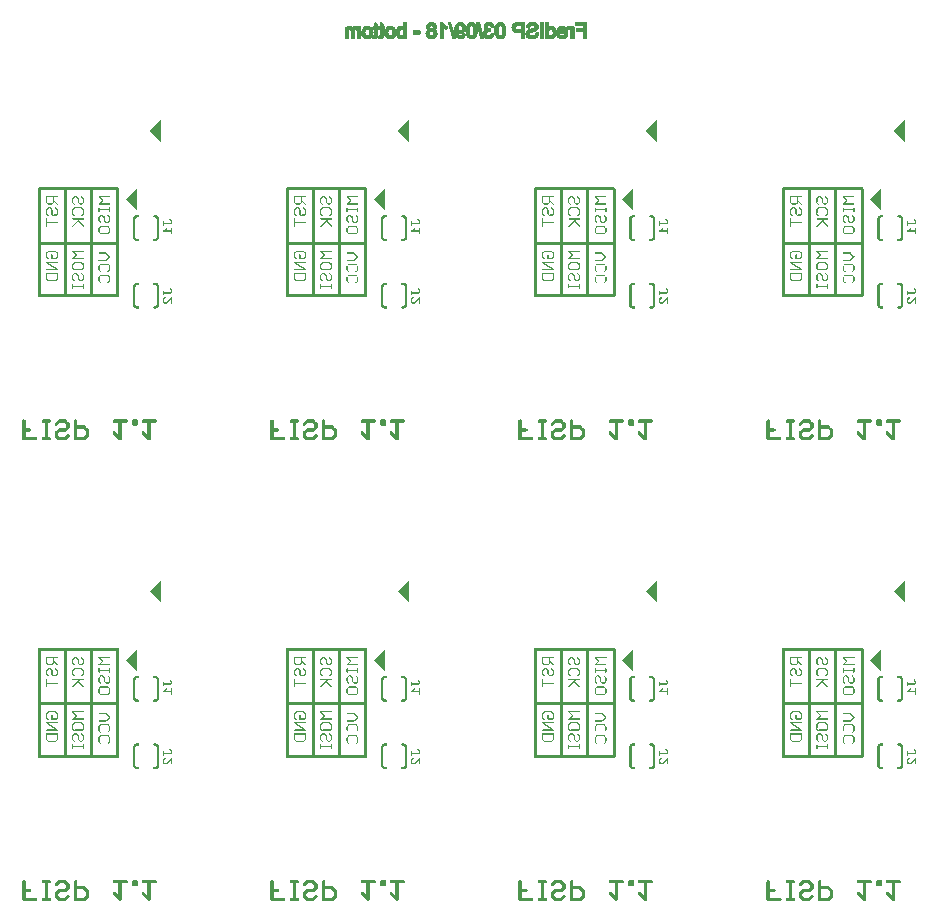
<source format=gbo>
%MOIN*%
%OFA0B0*%
%FSLAX44Y44*%
%IPPOS*%
%LPD*%
G36*
X00007940Y00017782D02*
G01*
X00007940Y00017782D01*
X00007940Y00017782D01*
X00007940Y00017782D01*
X00007940Y00017782D01*
X00007940Y00017782D01*
X00007940Y00017782D01*
X00007564Y00017407D01*
X00007564Y00017407D01*
X00007940Y00017032D01*
X00007940Y00017032D01*
X00007940Y00017032D01*
X00007940Y00017032D01*
X00007940Y00017032D01*
X00007940Y00017032D01*
X00007940Y00017032D01*
X00007940Y00017782D01*
G37*
G36*
X00008737Y00020066D02*
G01*
X00008737Y00020067D01*
X00008737Y00020067D01*
X00008737Y00020067D01*
X00008737Y00020067D01*
X00008736Y00020067D01*
X00008736Y00020067D01*
X00008361Y00019692D01*
X00008361Y00019691D01*
X00008736Y00019316D01*
X00008736Y00019316D01*
X00008736Y00019316D01*
X00008737Y00019316D01*
X00008737Y00019316D01*
X00008737Y00019316D01*
X00008737Y00019317D01*
X00008737Y00020066D01*
G37*
G36*
X00009111Y00016684D02*
G01*
X00009110Y00016692D01*
X00009107Y00016699D01*
X00009056Y00016749D01*
X00009049Y00016753D01*
X00009041Y00016754D01*
X00009034Y00016753D01*
X00009027Y00016749D01*
X00009021Y00016744D01*
X00009018Y00016737D01*
X00009016Y00016729D01*
X00009018Y00016721D01*
X00009021Y00016714D01*
X00009072Y00016664D01*
X00009079Y00016660D01*
X00009086Y00016659D01*
X00009094Y00016660D01*
X00009101Y00016664D01*
X00009107Y00016669D01*
X00009110Y00016676D01*
X00009111Y00016684D01*
G37*
G36*
X00009111Y00016684D02*
G01*
X00009110Y00016692D01*
X00009107Y00016699D01*
X00009101Y00016704D01*
X00009094Y00016708D01*
X00009086Y00016709D01*
X00009079Y00016708D01*
X00009072Y00016704D01*
X00009066Y00016699D01*
X00009063Y00016692D01*
X00009062Y00016684D01*
X00009062Y00016639D01*
X00009063Y00016631D01*
X00009066Y00016624D01*
X00009072Y00016619D01*
X00009079Y00016615D01*
X00009086Y00016614D01*
X00009094Y00016615D01*
X00009101Y00016619D01*
X00009107Y00016624D01*
X00009110Y00016631D01*
X00009111Y00016639D01*
X00009111Y00016684D01*
G37*
G36*
X00009111Y00016639D02*
G01*
X00009110Y00016647D01*
X00009107Y00016654D01*
X00009101Y00016659D01*
X00009094Y00016663D01*
X00009086Y00016664D01*
X00009079Y00016663D01*
X00009072Y00016659D01*
X00009021Y00016609D01*
X00009018Y00016602D01*
X00009016Y00016594D01*
X00009018Y00016586D01*
X00009021Y00016579D01*
X00009027Y00016574D01*
X00009034Y00016570D01*
X00009041Y00016569D01*
X00009049Y00016570D01*
X00009056Y00016574D01*
X00009107Y00016624D01*
X00009110Y00016631D01*
X00009111Y00016639D01*
G37*
G36*
X00009066Y00016594D02*
G01*
X00009065Y00016602D01*
X00009062Y00016609D01*
X00009056Y00016614D01*
X00009049Y00016618D01*
X00009041Y00016619D01*
X00008816Y00016619D01*
X00008809Y00016618D01*
X00008802Y00016614D01*
X00008796Y00016609D01*
X00008792Y00016602D01*
X00008791Y00016594D01*
X00008792Y00016586D01*
X00008796Y00016579D01*
X00008802Y00016574D01*
X00008809Y00016570D01*
X00008816Y00016569D01*
X00009041Y00016569D01*
X00009049Y00016570D01*
X00009056Y00016574D01*
X00009062Y00016579D01*
X00009065Y00016586D01*
X00009066Y00016594D01*
G37*
G36*
X00008841Y00016639D02*
G01*
X00008840Y00016647D01*
X00008836Y00016654D01*
X00008831Y00016659D01*
X00008824Y00016663D01*
X00008816Y00016664D01*
X00008809Y00016663D01*
X00008802Y00016659D01*
X00008796Y00016654D01*
X00008792Y00016647D01*
X00008791Y00016639D01*
X00008791Y00016548D01*
X00008792Y00016541D01*
X00008796Y00016534D01*
X00008802Y00016529D01*
X00008809Y00016525D01*
X00008816Y00016524D01*
X00008824Y00016525D01*
X00008831Y00016529D01*
X00008836Y00016534D01*
X00008840Y00016541D01*
X00008841Y00016548D01*
X00008841Y00016639D01*
G37*
G36*
X00008931Y00016434D02*
G01*
X00008930Y00016442D01*
X00008927Y00016449D01*
X00008921Y00016455D01*
X00008914Y00016458D01*
X00008906Y00016459D01*
X00008899Y00016458D01*
X00008892Y00016455D01*
X00008796Y00016359D01*
X00008792Y00016352D01*
X00008791Y00016344D01*
X00008792Y00016337D01*
X00008796Y00016330D01*
X00008802Y00016324D01*
X00008809Y00016319D01*
X00008816Y00016318D01*
X00008824Y00016319D01*
X00008831Y00016324D01*
X00008927Y00016420D01*
X00008930Y00016427D01*
X00008931Y00016434D01*
G37*
G36*
X00009111Y00016344D02*
G01*
X00009110Y00016352D01*
X00009107Y00016359D01*
X00009101Y00016364D01*
X00009094Y00016368D01*
X00009086Y00016369D01*
X00008816Y00016369D01*
X00008809Y00016368D01*
X00008802Y00016364D01*
X00008796Y00016359D01*
X00008792Y00016352D01*
X00008791Y00016344D01*
X00008792Y00016337D01*
X00008796Y00016330D01*
X00008802Y00016324D01*
X00008809Y00016319D01*
X00008816Y00016318D01*
X00009086Y00016318D01*
X00009094Y00016319D01*
X00009101Y00016324D01*
X00009107Y00016330D01*
X00009110Y00016337D01*
X00009111Y00016344D01*
G37*
G36*
X00009111Y00016434D02*
G01*
X00009110Y00016442D01*
X00009107Y00016449D01*
X00009101Y00016455D01*
X00009094Y00016458D01*
X00009086Y00016459D01*
X00009079Y00016458D01*
X00009072Y00016455D01*
X00009066Y00016449D01*
X00009063Y00016442D01*
X00009062Y00016434D01*
X00009062Y00016254D01*
X00009063Y00016246D01*
X00009066Y00016238D01*
X00009072Y00016234D01*
X00009079Y00016230D01*
X00009086Y00016229D01*
X00009094Y00016230D01*
X00009101Y00016234D01*
X00009107Y00016238D01*
X00009110Y00016246D01*
X00009111Y00016254D01*
X00009111Y00016434D01*
G37*
G36*
X00009111Y00014371D02*
G01*
X00009110Y00014379D01*
X00009107Y00014386D01*
X00009056Y00014437D01*
X00009049Y00014440D01*
X00009041Y00014441D01*
X00009034Y00014440D01*
X00009027Y00014437D01*
X00009021Y00014431D01*
X00009018Y00014423D01*
X00009016Y00014417D01*
X00009018Y00014409D01*
X00009021Y00014401D01*
X00009072Y00014351D01*
X00009079Y00014348D01*
X00009086Y00014346D01*
X00009094Y00014348D01*
X00009101Y00014351D01*
X00009107Y00014357D01*
X00009110Y00014363D01*
X00009111Y00014371D01*
G37*
G36*
X00009111Y00014371D02*
G01*
X00009110Y00014379D01*
X00009107Y00014386D01*
X00009101Y00014391D01*
X00009094Y00014395D01*
X00009086Y00014395D01*
X00009079Y00014395D01*
X00009072Y00014391D01*
X00009066Y00014386D01*
X00009063Y00014379D01*
X00009062Y00014371D01*
X00009062Y00014326D01*
X00009063Y00014319D01*
X00009066Y00014312D01*
X00009072Y00014306D01*
X00009079Y00014303D01*
X00009086Y00014301D01*
X00009094Y00014303D01*
X00009101Y00014306D01*
X00009107Y00014312D01*
X00009110Y00014319D01*
X00009111Y00014326D01*
X00009111Y00014371D01*
G37*
G36*
X00009111Y00014326D02*
G01*
X00009110Y00014333D01*
X00009107Y00014341D01*
X00009101Y00014347D01*
X00009094Y00014350D01*
X00009086Y00014351D01*
X00009079Y00014350D01*
X00009072Y00014347D01*
X00009021Y00014296D01*
X00009018Y00014289D01*
X00009016Y00014281D01*
X00009018Y00014273D01*
X00009021Y00014267D01*
X00009027Y00014261D01*
X00009034Y00014258D01*
X00009041Y00014256D01*
X00009049Y00014258D01*
X00009056Y00014261D01*
X00009107Y00014312D01*
X00009110Y00014319D01*
X00009111Y00014326D01*
G37*
G36*
X00009066Y00014281D02*
G01*
X00009065Y00014289D01*
X00009062Y00014296D01*
X00009056Y00014302D01*
X00009049Y00014305D01*
X00009041Y00014306D01*
X00008816Y00014306D01*
X00008809Y00014305D01*
X00008802Y00014302D01*
X00008796Y00014296D01*
X00008792Y00014289D01*
X00008791Y00014281D01*
X00008792Y00014273D01*
X00008796Y00014267D01*
X00008802Y00014261D01*
X00008809Y00014258D01*
X00008816Y00014256D01*
X00009041Y00014256D01*
X00009049Y00014258D01*
X00009056Y00014261D01*
X00009062Y00014267D01*
X00009065Y00014273D01*
X00009066Y00014281D01*
G37*
G36*
X00008841Y00014326D02*
G01*
X00008840Y00014333D01*
X00008836Y00014341D01*
X00008831Y00014347D01*
X00008824Y00014350D01*
X00008816Y00014351D01*
X00008809Y00014350D01*
X00008802Y00014347D01*
X00008796Y00014341D01*
X00008792Y00014333D01*
X00008791Y00014326D01*
X00008791Y00014236D01*
X00008792Y00014229D01*
X00008796Y00014221D01*
X00008802Y00014215D01*
X00008809Y00014213D01*
X00008816Y00014211D01*
X00008824Y00014213D01*
X00008831Y00014215D01*
X00008836Y00014221D01*
X00008840Y00014229D01*
X00008841Y00014236D01*
X00008841Y00014326D01*
G37*
G36*
X00009111Y00014121D02*
G01*
X00009110Y00014130D01*
X00009107Y00014137D01*
X00009101Y00014141D01*
X00009094Y00014146D01*
X00009086Y00014147D01*
X00009079Y00014146D01*
X00009072Y00014141D01*
X00009066Y00014137D01*
X00009063Y00014130D01*
X00009062Y00014121D01*
X00009062Y00013942D01*
X00009063Y00013934D01*
X00009066Y00013927D01*
X00009072Y00013920D01*
X00009079Y00013917D01*
X00009086Y00013917D01*
X00009094Y00013917D01*
X00009101Y00013920D01*
X00009107Y00013927D01*
X00009110Y00013934D01*
X00009111Y00013942D01*
X00009111Y00014121D01*
G37*
G36*
X00009111Y00014121D02*
G01*
X00009110Y00014130D01*
X00009107Y00014137D01*
X00009101Y00014141D01*
X00009094Y00014146D01*
X00009086Y00014147D01*
X00009079Y00014146D01*
X00009072Y00014141D01*
X00008886Y00013956D01*
X00008883Y00013949D01*
X00008881Y00013942D01*
X00008883Y00013934D01*
X00008886Y00013927D01*
X00008892Y00013920D01*
X00008899Y00013917D01*
X00008906Y00013917D01*
X00008914Y00013917D01*
X00008921Y00013920D01*
X00009107Y00014107D01*
X00009110Y00014114D01*
X00009111Y00014121D01*
G37*
G36*
X00008931Y00013942D02*
G01*
X00008930Y00013949D01*
X00008927Y00013956D01*
X00008921Y00013962D01*
X00008914Y00013965D01*
X00008906Y00013967D01*
X00008861Y00013967D01*
X00008854Y00013965D01*
X00008847Y00013962D01*
X00008841Y00013956D01*
X00008838Y00013949D01*
X00008836Y00013942D01*
X00008838Y00013934D01*
X00008841Y00013927D01*
X00008847Y00013920D01*
X00008854Y00013917D01*
X00008861Y00013917D01*
X00008906Y00013917D01*
X00008914Y00013917D01*
X00008921Y00013920D01*
X00008927Y00013927D01*
X00008930Y00013934D01*
X00008931Y00013942D01*
G37*
G36*
X00008886Y00013942D02*
G01*
X00008885Y00013949D01*
X00008882Y00013956D01*
X00008831Y00014007D01*
X00008824Y00014011D01*
X00008816Y00014012D01*
X00008809Y00014011D01*
X00008802Y00014007D01*
X00008796Y00014001D01*
X00008792Y00013994D01*
X00008791Y00013987D01*
X00008792Y00013979D01*
X00008796Y00013971D01*
X00008847Y00013920D01*
X00008854Y00013917D01*
X00008861Y00013917D01*
X00008869Y00013917D01*
X00008876Y00013920D01*
X00008882Y00013927D01*
X00008885Y00013934D01*
X00008886Y00013942D01*
G37*
G36*
X00008841Y00014077D02*
G01*
X00008840Y00014085D01*
X00008836Y00014091D01*
X00008831Y00014097D01*
X00008824Y00014101D01*
X00008816Y00014101D01*
X00008809Y00014101D01*
X00008802Y00014097D01*
X00008796Y00014091D01*
X00008792Y00014085D01*
X00008791Y00014077D01*
X00008791Y00013987D01*
X00008792Y00013979D01*
X00008796Y00013971D01*
X00008802Y00013967D01*
X00008809Y00013963D01*
X00008816Y00013962D01*
X00008824Y00013963D01*
X00008831Y00013967D01*
X00008836Y00013971D01*
X00008840Y00013979D01*
X00008841Y00013987D01*
X00008841Y00014077D01*
G37*
G36*
X00008886Y00014121D02*
G01*
X00008885Y00014130D01*
X00008882Y00014137D01*
X00008876Y00014141D01*
X00008869Y00014146D01*
X00008861Y00014147D01*
X00008854Y00014146D01*
X00008847Y00014141D01*
X00008796Y00014091D01*
X00008792Y00014085D01*
X00008791Y00014077D01*
X00008792Y00014069D01*
X00008796Y00014061D01*
X00008802Y00014057D01*
X00008809Y00014053D01*
X00008816Y00014052D01*
X00008824Y00014053D01*
X00008831Y00014057D01*
X00008882Y00014107D01*
X00008885Y00014114D01*
X00008886Y00014121D01*
G37*
G36*
X00007048Y00017484D02*
G01*
X00007047Y00017490D01*
X00007044Y00017496D01*
X00007040Y00017500D01*
X00007035Y00017503D01*
X00007029Y00017504D01*
X00006669Y00017504D01*
X00006663Y00017503D01*
X00006657Y00017500D01*
X00006652Y00017496D01*
X00006649Y00017490D01*
X00006648Y00017484D01*
X00006649Y00017478D01*
X00006652Y00017472D01*
X00006657Y00017468D01*
X00006663Y00017465D01*
X00006669Y00017464D01*
X00007029Y00017464D01*
X00007035Y00017465D01*
X00007040Y00017468D01*
X00007044Y00017472D01*
X00007047Y00017478D01*
X00007048Y00017484D01*
G37*
G36*
X00006808Y00017364D02*
G01*
X00006807Y00017370D01*
X00006804Y00017376D01*
X00006684Y00017496D01*
X00006679Y00017500D01*
X00006675Y00017503D01*
X00006669Y00017504D01*
X00006663Y00017503D01*
X00006657Y00017500D01*
X00006652Y00017496D01*
X00006649Y00017490D01*
X00006648Y00017484D01*
X00006649Y00017478D01*
X00006652Y00017472D01*
X00006657Y00017468D01*
X00006772Y00017352D01*
X00006776Y00017348D01*
X00006783Y00017345D01*
X00006788Y00017344D01*
X00006795Y00017345D01*
X00006800Y00017348D01*
X00006804Y00017352D01*
X00006807Y00017358D01*
X00006808Y00017364D01*
G37*
G36*
X00006808Y00017364D02*
G01*
X00006807Y00017370D01*
X00006804Y00017376D01*
X00006800Y00017380D01*
X00006795Y00017383D01*
X00006788Y00017384D01*
X00006783Y00017383D01*
X00006776Y00017380D01*
X00006772Y00017376D01*
X00006652Y00017256D01*
X00006649Y00017250D01*
X00006648Y00017244D01*
X00006649Y00017238D01*
X00006652Y00017232D01*
X00006657Y00017228D01*
X00006663Y00017225D01*
X00006669Y00017224D01*
X00006675Y00017225D01*
X00006679Y00017228D01*
X00006684Y00017232D01*
X00006804Y00017352D01*
X00006807Y00017358D01*
X00006808Y00017364D01*
G37*
G36*
X00007048Y00017244D02*
G01*
X00007047Y00017250D01*
X00007044Y00017256D01*
X00007040Y00017260D01*
X00007035Y00017263D01*
X00007029Y00017264D01*
X00006669Y00017264D01*
X00006663Y00017263D01*
X00006657Y00017260D01*
X00006652Y00017256D01*
X00006649Y00017250D01*
X00006648Y00017244D01*
X00006649Y00017238D01*
X00006652Y00017232D01*
X00006657Y00017228D01*
X00006663Y00017225D01*
X00006669Y00017224D01*
X00007029Y00017224D01*
X00007035Y00017225D01*
X00007040Y00017228D01*
X00007044Y00017232D01*
X00007047Y00017238D01*
X00007048Y00017244D01*
G37*
G36*
X00007048Y00017116D02*
G01*
X00007047Y00017122D01*
X00007044Y00017127D01*
X00007040Y00017132D01*
X00007035Y00017135D01*
X00007029Y00017136D01*
X00007023Y00017135D01*
X00007016Y00017132D01*
X00007013Y00017127D01*
X00007010Y00017122D01*
X00007009Y00017116D01*
X00007009Y00016996D01*
X00007010Y00016989D01*
X00007013Y00016984D01*
X00007016Y00016979D01*
X00007023Y00016977D01*
X00007029Y00016976D01*
X00007035Y00016977D01*
X00007040Y00016979D01*
X00007044Y00016984D01*
X00007047Y00016989D01*
X00007048Y00016996D01*
X00007048Y00017116D01*
G37*
G36*
X00007048Y00017056D02*
G01*
X00007047Y00017062D01*
X00007044Y00017067D01*
X00007040Y00017072D01*
X00007035Y00017075D01*
X00007029Y00017076D01*
X00006669Y00017076D01*
X00006663Y00017075D01*
X00006657Y00017072D01*
X00006652Y00017067D01*
X00006649Y00017062D01*
X00006648Y00017056D01*
X00006649Y00017049D01*
X00006652Y00017044D01*
X00006657Y00017039D01*
X00006663Y00017037D01*
X00006669Y00017036D01*
X00007029Y00017036D01*
X00007035Y00017037D01*
X00007040Y00017039D01*
X00007044Y00017044D01*
X00007047Y00017049D01*
X00007048Y00017056D01*
G37*
G36*
X00006689Y00017116D02*
G01*
X00006687Y00017122D01*
X00006684Y00017127D01*
X00006679Y00017132D01*
X00006675Y00017135D01*
X00006669Y00017136D01*
X00006663Y00017135D01*
X00006657Y00017132D01*
X00006652Y00017127D01*
X00006649Y00017122D01*
X00006648Y00017116D01*
X00006648Y00016996D01*
X00006649Y00016989D01*
X00006652Y00016984D01*
X00006657Y00016979D01*
X00006663Y00016977D01*
X00006669Y00016976D01*
X00006675Y00016977D01*
X00006679Y00016979D01*
X00006684Y00016984D01*
X00006687Y00016989D01*
X00006689Y00016996D01*
X00006689Y00017116D01*
G37*
G36*
X00006749Y00016630D02*
G01*
X00006747Y00016636D01*
X00006744Y00016641D01*
X00006684Y00016702D01*
X00006679Y00016706D01*
X00006675Y00016709D01*
X00006669Y00016710D01*
X00006663Y00016709D01*
X00006657Y00016706D01*
X00006652Y00016702D01*
X00006649Y00016696D01*
X00006648Y00016690D01*
X00006649Y00016684D01*
X00006652Y00016678D01*
X00006712Y00016618D01*
X00006716Y00016614D01*
X00006723Y00016610D01*
X00006729Y00016610D01*
X00006735Y00016610D01*
X00006740Y00016614D01*
X00006744Y00016618D01*
X00006747Y00016624D01*
X00006749Y00016630D01*
G37*
G36*
X00006689Y00016810D02*
G01*
X00006687Y00016816D01*
X00006684Y00016822D01*
X00006679Y00016826D01*
X00006675Y00016829D01*
X00006669Y00016830D01*
X00006663Y00016829D01*
X00006657Y00016826D01*
X00006652Y00016822D01*
X00006649Y00016816D01*
X00006648Y00016810D01*
X00006648Y00016690D01*
X00006649Y00016684D01*
X00006652Y00016678D01*
X00006657Y00016674D01*
X00006663Y00016670D01*
X00006669Y00016670D01*
X00006675Y00016670D01*
X00006679Y00016674D01*
X00006684Y00016678D01*
X00006687Y00016684D01*
X00006689Y00016690D01*
X00006689Y00016810D01*
G37*
G36*
X00006749Y00016870D02*
G01*
X00006747Y00016876D01*
X00006744Y00016882D01*
X00006740Y00016886D01*
X00006735Y00016889D01*
X00006729Y00016890D01*
X00006723Y00016889D01*
X00006716Y00016886D01*
X00006712Y00016882D01*
X00006652Y00016822D01*
X00006649Y00016816D01*
X00006648Y00016810D01*
X00006649Y00016804D01*
X00006652Y00016798D01*
X00006657Y00016794D01*
X00006663Y00016790D01*
X00006669Y00016790D01*
X00006675Y00016790D01*
X00006679Y00016794D01*
X00006684Y00016798D01*
X00006744Y00016858D01*
X00006747Y00016864D01*
X00006749Y00016870D01*
G37*
G36*
X00006808Y00016870D02*
G01*
X00006807Y00016876D01*
X00006804Y00016882D01*
X00006800Y00016886D01*
X00006795Y00016889D01*
X00006788Y00016890D01*
X00006729Y00016890D01*
X00006723Y00016889D01*
X00006716Y00016886D01*
X00006712Y00016882D01*
X00006709Y00016876D01*
X00006709Y00016870D01*
X00006709Y00016864D01*
X00006712Y00016858D01*
X00006716Y00016854D01*
X00006723Y00016851D01*
X00006729Y00016850D01*
X00006788Y00016850D01*
X00006795Y00016851D01*
X00006800Y00016854D01*
X00006804Y00016858D01*
X00006807Y00016864D01*
X00006808Y00016870D01*
G37*
G36*
X00006868Y00016810D02*
G01*
X00006867Y00016816D01*
X00006864Y00016822D01*
X00006800Y00016886D01*
X00006795Y00016889D01*
X00006788Y00016890D01*
X00006783Y00016889D01*
X00006776Y00016886D01*
X00006772Y00016882D01*
X00006770Y00016876D01*
X00006768Y00016870D01*
X00006770Y00016864D01*
X00006772Y00016858D01*
X00006836Y00016794D01*
X00006843Y00016790D01*
X00006848Y00016790D01*
X00006855Y00016790D01*
X00006861Y00016794D01*
X00006864Y00016798D01*
X00006867Y00016804D01*
X00006868Y00016810D01*
G37*
G36*
X00006868Y00016810D02*
G01*
X00006867Y00016816D01*
X00006864Y00016822D01*
X00006861Y00016826D01*
X00006855Y00016829D01*
X00006848Y00016830D01*
X00006843Y00016829D01*
X00006836Y00016826D01*
X00006832Y00016822D01*
X00006830Y00016816D01*
X00006828Y00016810D01*
X00006828Y00016690D01*
X00006830Y00016684D01*
X00006832Y00016678D01*
X00006836Y00016674D01*
X00006843Y00016670D01*
X00006848Y00016670D01*
X00006855Y00016670D01*
X00006861Y00016674D01*
X00006864Y00016678D01*
X00006867Y00016684D01*
X00006868Y00016690D01*
X00006868Y00016810D01*
G37*
G36*
X00006928Y00016630D02*
G01*
X00006927Y00016636D01*
X00006924Y00016641D01*
X00006864Y00016702D01*
X00006861Y00016706D01*
X00006855Y00016709D01*
X00006848Y00016710D01*
X00006843Y00016709D01*
X00006836Y00016706D01*
X00006832Y00016702D01*
X00006830Y00016696D01*
X00006828Y00016690D01*
X00006830Y00016684D01*
X00006832Y00016678D01*
X00006892Y00016618D01*
X00006896Y00016614D01*
X00006903Y00016610D01*
X00006909Y00016610D01*
X00006915Y00016610D01*
X00006921Y00016614D01*
X00006924Y00016618D01*
X00006927Y00016624D01*
X00006928Y00016630D01*
G37*
G36*
X00006988Y00016630D02*
G01*
X00006987Y00016636D01*
X00006984Y00016641D01*
X00006981Y00016646D01*
X00006975Y00016649D01*
X00006969Y00016650D01*
X00006909Y00016650D01*
X00006903Y00016649D01*
X00006896Y00016646D01*
X00006892Y00016641D01*
X00006889Y00016636D01*
X00006889Y00016630D01*
X00006889Y00016624D01*
X00006892Y00016618D01*
X00006896Y00016614D01*
X00006903Y00016610D01*
X00006909Y00016610D01*
X00006969Y00016610D01*
X00006975Y00016610D01*
X00006981Y00016614D01*
X00006984Y00016618D01*
X00006987Y00016624D01*
X00006988Y00016630D01*
G37*
G36*
X00007048Y00016690D02*
G01*
X00007047Y00016696D01*
X00007044Y00016702D01*
X00007040Y00016706D01*
X00007035Y00016709D01*
X00007029Y00016710D01*
X00007023Y00016709D01*
X00007016Y00016706D01*
X00007013Y00016702D01*
X00006952Y00016641D01*
X00006949Y00016636D01*
X00006949Y00016630D01*
X00006949Y00016624D01*
X00006952Y00016618D01*
X00006956Y00016614D01*
X00006963Y00016610D01*
X00006969Y00016610D01*
X00006975Y00016610D01*
X00006981Y00016614D01*
X00006984Y00016618D01*
X00007044Y00016678D01*
X00007047Y00016684D01*
X00007048Y00016690D01*
G37*
G36*
X00007048Y00016810D02*
G01*
X00007047Y00016816D01*
X00007044Y00016822D01*
X00007040Y00016826D01*
X00007035Y00016829D01*
X00007029Y00016830D01*
X00007023Y00016829D01*
X00007016Y00016826D01*
X00007013Y00016822D01*
X00007010Y00016816D01*
X00007009Y00016810D01*
X00007009Y00016690D01*
X00007010Y00016684D01*
X00007013Y00016678D01*
X00007016Y00016674D01*
X00007023Y00016670D01*
X00007029Y00016670D01*
X00007035Y00016670D01*
X00007040Y00016674D01*
X00007044Y00016678D01*
X00007047Y00016684D01*
X00007048Y00016690D01*
X00007048Y00016810D01*
G37*
G36*
X00007048Y00016810D02*
G01*
X00007047Y00016816D01*
X00007044Y00016822D01*
X00006984Y00016882D01*
X00006981Y00016886D01*
X00006975Y00016889D01*
X00006969Y00016890D01*
X00006963Y00016889D01*
X00006956Y00016886D01*
X00006952Y00016882D01*
X00006949Y00016876D01*
X00006949Y00016870D01*
X00006949Y00016864D01*
X00006952Y00016858D01*
X00007013Y00016798D01*
X00007016Y00016794D01*
X00007023Y00016790D01*
X00007029Y00016790D01*
X00007035Y00016790D01*
X00007040Y00016794D01*
X00007044Y00016798D01*
X00007047Y00016804D01*
X00007048Y00016810D01*
G37*
G36*
X00006689Y00016442D02*
G01*
X00006687Y00016448D01*
X00006684Y00016454D01*
X00006679Y00016458D01*
X00006675Y00016461D01*
X00006669Y00016462D01*
X00006663Y00016461D01*
X00006657Y00016458D01*
X00006652Y00016454D01*
X00006649Y00016448D01*
X00006648Y00016442D01*
X00006648Y00016322D01*
X00006649Y00016315D01*
X00006652Y00016310D01*
X00006657Y00016304D01*
X00006663Y00016302D01*
X00006669Y00016302D01*
X00006675Y00016302D01*
X00006679Y00016304D01*
X00006684Y00016310D01*
X00006687Y00016315D01*
X00006689Y00016322D01*
X00006689Y00016442D01*
G37*
G36*
X00006749Y00016502D02*
G01*
X00006747Y00016508D01*
X00006744Y00016514D01*
X00006740Y00016518D01*
X00006735Y00016521D01*
X00006729Y00016521D01*
X00006723Y00016521D01*
X00006716Y00016518D01*
X00006652Y00016454D01*
X00006649Y00016448D01*
X00006648Y00016442D01*
X00006649Y00016436D01*
X00006652Y00016430D01*
X00006657Y00016426D01*
X00006663Y00016423D01*
X00006669Y00016422D01*
X00006675Y00016423D01*
X00006679Y00016426D01*
X00006744Y00016490D01*
X00006747Y00016496D01*
X00006749Y00016502D01*
G37*
G36*
X00006988Y00016502D02*
G01*
X00006987Y00016508D01*
X00006984Y00016514D01*
X00006981Y00016518D01*
X00006975Y00016521D01*
X00006969Y00016521D01*
X00006729Y00016521D01*
X00006723Y00016521D01*
X00006716Y00016518D01*
X00006712Y00016514D01*
X00006709Y00016508D01*
X00006709Y00016502D01*
X00006709Y00016496D01*
X00006712Y00016490D01*
X00006716Y00016486D01*
X00006723Y00016483D01*
X00006729Y00016482D01*
X00006969Y00016482D01*
X00006975Y00016483D01*
X00006981Y00016486D01*
X00006984Y00016490D01*
X00006987Y00016496D01*
X00006988Y00016502D01*
G37*
G36*
X00007048Y00016442D02*
G01*
X00007047Y00016448D01*
X00007044Y00016454D01*
X00006981Y00016518D01*
X00006975Y00016521D01*
X00006969Y00016521D01*
X00006963Y00016521D01*
X00006956Y00016518D01*
X00006952Y00016514D01*
X00006949Y00016508D01*
X00006949Y00016502D01*
X00006949Y00016496D01*
X00006952Y00016490D01*
X00007016Y00016426D01*
X00007023Y00016423D01*
X00007029Y00016422D01*
X00007035Y00016423D01*
X00007040Y00016426D01*
X00007044Y00016430D01*
X00007047Y00016436D01*
X00007048Y00016442D01*
G37*
G36*
X00007048Y00016442D02*
G01*
X00007047Y00016448D01*
X00007044Y00016454D01*
X00007040Y00016458D01*
X00007035Y00016461D01*
X00007029Y00016462D01*
X00007023Y00016461D01*
X00007016Y00016458D01*
X00007013Y00016454D01*
X00007010Y00016448D01*
X00007009Y00016442D01*
X00007009Y00016322D01*
X00007010Y00016315D01*
X00007013Y00016310D01*
X00007016Y00016304D01*
X00007023Y00016302D01*
X00007029Y00016302D01*
X00007035Y00016302D01*
X00007040Y00016304D01*
X00007044Y00016310D01*
X00007047Y00016315D01*
X00007048Y00016322D01*
X00007048Y00016442D01*
G37*
G36*
X00007048Y00016322D02*
G01*
X00007047Y00016328D01*
X00007044Y00016333D01*
X00007040Y00016337D01*
X00007035Y00016341D01*
X00007029Y00016342D01*
X00007023Y00016341D01*
X00007016Y00016337D01*
X00006952Y00016273D01*
X00006949Y00016268D01*
X00006949Y00016262D01*
X00006949Y00016255D01*
X00006952Y00016250D01*
X00006956Y00016244D01*
X00006963Y00016242D01*
X00006969Y00016242D01*
X00006975Y00016242D01*
X00006981Y00016244D01*
X00007044Y00016310D01*
X00007047Y00016315D01*
X00007048Y00016322D01*
G37*
G36*
X00006988Y00016262D02*
G01*
X00006987Y00016268D01*
X00006984Y00016273D01*
X00006981Y00016277D01*
X00006975Y00016281D01*
X00006969Y00016282D01*
X00006729Y00016282D01*
X00006723Y00016281D01*
X00006716Y00016277D01*
X00006712Y00016273D01*
X00006709Y00016268D01*
X00006709Y00016262D01*
X00006709Y00016255D01*
X00006712Y00016250D01*
X00006716Y00016244D01*
X00006723Y00016242D01*
X00006729Y00016242D01*
X00006969Y00016242D01*
X00006975Y00016242D01*
X00006981Y00016244D01*
X00006984Y00016250D01*
X00006987Y00016255D01*
X00006988Y00016262D01*
G37*
G36*
X00006749Y00016262D02*
G01*
X00006747Y00016268D01*
X00006744Y00016273D01*
X00006679Y00016337D01*
X00006675Y00016341D01*
X00006669Y00016342D01*
X00006663Y00016341D01*
X00006657Y00016337D01*
X00006652Y00016333D01*
X00006649Y00016328D01*
X00006648Y00016322D01*
X00006649Y00016315D01*
X00006652Y00016310D01*
X00006716Y00016244D01*
X00006723Y00016242D01*
X00006729Y00016242D01*
X00006735Y00016242D01*
X00006740Y00016244D01*
X00006744Y00016250D01*
X00006747Y00016255D01*
X00006749Y00016262D01*
G37*
G36*
X00006928Y00015609D02*
G01*
X00006927Y00015615D01*
X00006924Y00015621D01*
X00006921Y00015625D01*
X00006915Y00015628D01*
X00006909Y00015629D01*
X00006669Y00015629D01*
X00006663Y00015628D01*
X00006657Y00015625D01*
X00006652Y00015621D01*
X00006649Y00015615D01*
X00006648Y00015609D01*
X00006649Y00015603D01*
X00006652Y00015597D01*
X00006657Y00015592D01*
X00006663Y00015590D01*
X00006669Y00015589D01*
X00006909Y00015589D01*
X00006915Y00015590D01*
X00006921Y00015592D01*
X00006924Y00015597D01*
X00006927Y00015603D01*
X00006928Y00015609D01*
G37*
G36*
X00007048Y00015489D02*
G01*
X00007047Y00015495D01*
X00007044Y00015501D01*
X00006924Y00015621D01*
X00006921Y00015625D01*
X00006915Y00015628D01*
X00006909Y00015629D01*
X00006903Y00015628D01*
X00006896Y00015625D01*
X00006892Y00015621D01*
X00006889Y00015615D01*
X00006889Y00015609D01*
X00006889Y00015603D01*
X00006892Y00015597D01*
X00006896Y00015592D01*
X00007013Y00015477D01*
X00007016Y00015472D01*
X00007023Y00015470D01*
X00007029Y00015469D01*
X00007035Y00015470D01*
X00007040Y00015472D01*
X00007044Y00015477D01*
X00007047Y00015483D01*
X00007048Y00015489D01*
G37*
G36*
X00007048Y00015489D02*
G01*
X00007047Y00015495D01*
X00007044Y00015501D01*
X00007040Y00015505D01*
X00007035Y00015508D01*
X00007029Y00015509D01*
X00007023Y00015508D01*
X00007016Y00015505D01*
X00007013Y00015501D01*
X00006892Y00015381D01*
X00006889Y00015375D01*
X00006889Y00015369D01*
X00006889Y00015363D01*
X00006892Y00015357D01*
X00006896Y00015353D01*
X00006903Y00015350D01*
X00006909Y00015349D01*
X00006915Y00015350D01*
X00006921Y00015353D01*
X00006924Y00015357D01*
X00007044Y00015477D01*
X00007047Y00015483D01*
X00007048Y00015489D01*
G37*
G36*
X00006928Y00015369D02*
G01*
X00006927Y00015375D01*
X00006924Y00015381D01*
X00006921Y00015385D01*
X00006915Y00015388D01*
X00006909Y00015389D01*
X00006669Y00015389D01*
X00006663Y00015388D01*
X00006657Y00015385D01*
X00006652Y00015381D01*
X00006649Y00015375D01*
X00006648Y00015369D01*
X00006649Y00015363D01*
X00006652Y00015357D01*
X00006657Y00015353D01*
X00006663Y00015350D01*
X00006669Y00015349D01*
X00006909Y00015349D01*
X00006915Y00015350D01*
X00006921Y00015353D01*
X00006924Y00015357D01*
X00006927Y00015363D01*
X00006928Y00015369D01*
G37*
G36*
X00006749Y00014999D02*
G01*
X00006747Y00015007D01*
X00006744Y00015012D01*
X00006679Y00015077D01*
X00006675Y00015080D01*
X00006669Y00015081D01*
X00006663Y00015080D01*
X00006657Y00015077D01*
X00006652Y00015072D01*
X00006649Y00015067D01*
X00006648Y00015061D01*
X00006649Y00015054D01*
X00006652Y00015048D01*
X00006716Y00014984D01*
X00006723Y00014981D01*
X00006729Y00014980D01*
X00006735Y00014981D01*
X00006740Y00014984D01*
X00006744Y00014988D01*
X00006747Y00014994D01*
X00006749Y00014999D01*
G37*
G36*
X00006689Y00015181D02*
G01*
X00006687Y00015187D01*
X00006684Y00015192D01*
X00006679Y00015197D01*
X00006675Y00015200D01*
X00006669Y00015201D01*
X00006663Y00015200D01*
X00006657Y00015197D01*
X00006652Y00015192D01*
X00006649Y00015187D01*
X00006648Y00015181D01*
X00006648Y00015061D01*
X00006649Y00015054D01*
X00006652Y00015048D01*
X00006657Y00015044D01*
X00006663Y00015041D01*
X00006669Y00015041D01*
X00006675Y00015041D01*
X00006679Y00015044D01*
X00006684Y00015048D01*
X00006687Y00015054D01*
X00006689Y00015061D01*
X00006689Y00015181D01*
G37*
G36*
X00006749Y00015241D02*
G01*
X00006747Y00015247D01*
X00006744Y00015251D01*
X00006740Y00015257D01*
X00006735Y00015260D01*
X00006729Y00015261D01*
X00006723Y00015260D01*
X00006716Y00015257D01*
X00006652Y00015192D01*
X00006649Y00015187D01*
X00006648Y00015181D01*
X00006649Y00015174D01*
X00006652Y00015169D01*
X00006657Y00015164D01*
X00006663Y00015162D01*
X00006669Y00015161D01*
X00006675Y00015162D01*
X00006679Y00015164D01*
X00006744Y00015229D01*
X00006747Y00015234D01*
X00006749Y00015241D01*
G37*
G36*
X00006988Y00015241D02*
G01*
X00006987Y00015247D01*
X00006984Y00015251D01*
X00006981Y00015257D01*
X00006975Y00015260D01*
X00006969Y00015261D01*
X00006729Y00015261D01*
X00006723Y00015260D01*
X00006716Y00015257D01*
X00006712Y00015251D01*
X00006709Y00015247D01*
X00006709Y00015241D01*
X00006709Y00015234D01*
X00006712Y00015229D01*
X00006716Y00015224D01*
X00006723Y00015222D01*
X00006729Y00015221D01*
X00006969Y00015221D01*
X00006975Y00015222D01*
X00006981Y00015224D01*
X00006984Y00015229D01*
X00006987Y00015234D01*
X00006988Y00015241D01*
G37*
G36*
X00007048Y00015181D02*
G01*
X00007047Y00015187D01*
X00007044Y00015192D01*
X00006981Y00015257D01*
X00006975Y00015260D01*
X00006969Y00015261D01*
X00006963Y00015260D01*
X00006956Y00015257D01*
X00006952Y00015251D01*
X00006949Y00015247D01*
X00006949Y00015241D01*
X00006949Y00015234D01*
X00006952Y00015229D01*
X00007016Y00015164D01*
X00007023Y00015162D01*
X00007029Y00015161D01*
X00007035Y00015162D01*
X00007040Y00015164D01*
X00007044Y00015169D01*
X00007047Y00015174D01*
X00007048Y00015181D01*
G37*
G36*
X00007048Y00015181D02*
G01*
X00007047Y00015187D01*
X00007044Y00015192D01*
X00007040Y00015197D01*
X00007035Y00015200D01*
X00007029Y00015201D01*
X00007023Y00015200D01*
X00007016Y00015197D01*
X00007013Y00015192D01*
X00007010Y00015187D01*
X00007009Y00015181D01*
X00007009Y00015061D01*
X00007010Y00015054D01*
X00007013Y00015048D01*
X00007016Y00015044D01*
X00007023Y00015041D01*
X00007029Y00015041D01*
X00007035Y00015041D01*
X00007040Y00015044D01*
X00007044Y00015048D01*
X00007047Y00015054D01*
X00007048Y00015061D01*
X00007048Y00015181D01*
G37*
G36*
X00007048Y00015061D02*
G01*
X00007047Y00015067D01*
X00007044Y00015072D01*
X00007040Y00015077D01*
X00007035Y00015080D01*
X00007029Y00015081D01*
X00007023Y00015080D01*
X00007016Y00015077D01*
X00006952Y00015012D01*
X00006949Y00015007D01*
X00006949Y00014999D01*
X00006949Y00014994D01*
X00006952Y00014988D01*
X00006956Y00014984D01*
X00006963Y00014981D01*
X00006969Y00014980D01*
X00006975Y00014981D01*
X00006981Y00014984D01*
X00007044Y00015048D01*
X00007047Y00015054D01*
X00007048Y00015061D01*
G37*
G36*
X00006749Y00014632D02*
G01*
X00006747Y00014637D01*
X00006744Y00014643D01*
X00006679Y00014708D01*
X00006675Y00014711D01*
X00006669Y00014712D01*
X00006663Y00014711D01*
X00006657Y00014708D01*
X00006652Y00014703D01*
X00006649Y00014697D01*
X00006648Y00014692D01*
X00006649Y00014685D01*
X00006652Y00014680D01*
X00006716Y00014616D01*
X00006723Y00014613D01*
X00006729Y00014612D01*
X00006735Y00014613D01*
X00006740Y00014616D01*
X00006744Y00014620D01*
X00006747Y00014625D01*
X00006749Y00014632D01*
G37*
G36*
X00006689Y00014812D02*
G01*
X00006687Y00014819D01*
X00006684Y00014823D01*
X00006679Y00014829D01*
X00006675Y00014831D01*
X00006669Y00014832D01*
X00006663Y00014831D01*
X00006657Y00014829D01*
X00006652Y00014823D01*
X00006649Y00014819D01*
X00006648Y00014812D01*
X00006648Y00014692D01*
X00006649Y00014685D01*
X00006652Y00014680D01*
X00006657Y00014676D01*
X00006663Y00014673D01*
X00006669Y00014672D01*
X00006675Y00014673D01*
X00006679Y00014676D01*
X00006684Y00014680D01*
X00006687Y00014685D01*
X00006689Y00014692D01*
X00006689Y00014812D01*
G37*
G36*
X00006749Y00014872D02*
G01*
X00006747Y00014879D01*
X00006744Y00014883D01*
X00006740Y00014888D01*
X00006735Y00014891D01*
X00006729Y00014892D01*
X00006723Y00014891D01*
X00006716Y00014888D01*
X00006652Y00014823D01*
X00006649Y00014819D01*
X00006648Y00014812D01*
X00006649Y00014806D01*
X00006652Y00014801D01*
X00006657Y00014796D01*
X00006663Y00014793D01*
X00006669Y00014792D01*
X00006675Y00014793D01*
X00006679Y00014796D01*
X00006744Y00014861D01*
X00006747Y00014866D01*
X00006749Y00014872D01*
G37*
G36*
X00006988Y00014872D02*
G01*
X00006987Y00014879D01*
X00006984Y00014883D01*
X00006981Y00014888D01*
X00006975Y00014891D01*
X00006969Y00014892D01*
X00006729Y00014892D01*
X00006723Y00014891D01*
X00006716Y00014888D01*
X00006712Y00014883D01*
X00006709Y00014879D01*
X00006709Y00014872D01*
X00006709Y00014866D01*
X00006712Y00014861D01*
X00006716Y00014856D01*
X00006723Y00014853D01*
X00006729Y00014852D01*
X00006969Y00014852D01*
X00006975Y00014853D01*
X00006981Y00014856D01*
X00006984Y00014861D01*
X00006987Y00014866D01*
X00006988Y00014872D01*
G37*
G36*
X00007048Y00014812D02*
G01*
X00007047Y00014819D01*
X00007044Y00014823D01*
X00006981Y00014888D01*
X00006975Y00014891D01*
X00006969Y00014892D01*
X00006963Y00014891D01*
X00006956Y00014888D01*
X00006952Y00014883D01*
X00006949Y00014879D01*
X00006949Y00014872D01*
X00006949Y00014866D01*
X00006952Y00014861D01*
X00007016Y00014796D01*
X00007023Y00014793D01*
X00007029Y00014792D01*
X00007035Y00014793D01*
X00007040Y00014796D01*
X00007044Y00014801D01*
X00007047Y00014806D01*
X00007048Y00014812D01*
G37*
G36*
X00007048Y00014812D02*
G01*
X00007047Y00014819D01*
X00007044Y00014823D01*
X00007040Y00014829D01*
X00007035Y00014831D01*
X00007029Y00014832D01*
X00007023Y00014831D01*
X00007016Y00014829D01*
X00007013Y00014823D01*
X00007010Y00014819D01*
X00007009Y00014812D01*
X00007009Y00014692D01*
X00007010Y00014685D01*
X00007013Y00014680D01*
X00007016Y00014676D01*
X00007023Y00014673D01*
X00007029Y00014672D01*
X00007035Y00014673D01*
X00007040Y00014676D01*
X00007044Y00014680D01*
X00007047Y00014685D01*
X00007048Y00014692D01*
X00007048Y00014812D01*
G37*
G36*
X00007048Y00014692D02*
G01*
X00007047Y00014697D01*
X00007044Y00014703D01*
X00007040Y00014708D01*
X00007035Y00014711D01*
X00007029Y00014712D01*
X00007023Y00014711D01*
X00007016Y00014708D01*
X00006952Y00014643D01*
X00006949Y00014637D01*
X00006949Y00014632D01*
X00006949Y00014625D01*
X00006952Y00014620D01*
X00006956Y00014616D01*
X00006963Y00014613D01*
X00006969Y00014612D01*
X00006975Y00014613D01*
X00006981Y00014616D01*
X00007044Y00014680D01*
X00007047Y00014685D01*
X00007048Y00014692D01*
G37*
G36*
X00004999Y00015431D02*
G01*
X00004998Y00015437D01*
X00004995Y00015443D01*
X00004930Y00015508D01*
X00004925Y00015510D01*
X00004919Y00015511D01*
X00004913Y00015510D01*
X00004907Y00015508D01*
X00004903Y00015503D01*
X00004900Y00015498D01*
X00004899Y00015491D01*
X00004900Y00015485D01*
X00004903Y00015480D01*
X00004967Y00015415D01*
X00004973Y00015411D01*
X00004979Y00015411D01*
X00004985Y00015411D01*
X00004991Y00015415D01*
X00004995Y00015420D01*
X00004998Y00015425D01*
X00004999Y00015431D01*
G37*
G36*
X00004939Y00015611D02*
G01*
X00004938Y00015618D01*
X00004935Y00015623D01*
X00004930Y00015628D01*
X00004925Y00015630D01*
X00004919Y00015631D01*
X00004913Y00015630D01*
X00004907Y00015628D01*
X00004903Y00015623D01*
X00004900Y00015618D01*
X00004899Y00015611D01*
X00004899Y00015491D01*
X00004900Y00015485D01*
X00004903Y00015480D01*
X00004907Y00015475D01*
X00004913Y00015471D01*
X00004919Y00015471D01*
X00004925Y00015471D01*
X00004930Y00015475D01*
X00004935Y00015480D01*
X00004938Y00015485D01*
X00004939Y00015491D01*
X00004939Y00015611D01*
G37*
G36*
X00004999Y00015671D02*
G01*
X00004998Y00015678D01*
X00004995Y00015683D01*
X00004991Y00015688D01*
X00004985Y00015691D01*
X00004979Y00015692D01*
X00004973Y00015691D01*
X00004967Y00015688D01*
X00004903Y00015623D01*
X00004900Y00015618D01*
X00004899Y00015611D01*
X00004900Y00015605D01*
X00004903Y00015600D01*
X00004907Y00015595D01*
X00004913Y00015592D01*
X00004919Y00015591D01*
X00004925Y00015592D01*
X00004930Y00015595D01*
X00004995Y00015660D01*
X00004998Y00015665D01*
X00004999Y00015671D01*
G37*
G36*
X00005239Y00015671D02*
G01*
X00005238Y00015678D01*
X00005235Y00015683D01*
X00005231Y00015688D01*
X00005225Y00015691D01*
X00005219Y00015692D01*
X00004979Y00015692D01*
X00004973Y00015691D01*
X00004967Y00015688D01*
X00004963Y00015683D01*
X00004960Y00015678D01*
X00004959Y00015671D01*
X00004960Y00015665D01*
X00004963Y00015660D01*
X00004967Y00015654D01*
X00004973Y00015652D01*
X00004979Y00015651D01*
X00005219Y00015651D01*
X00005225Y00015652D01*
X00005231Y00015654D01*
X00005235Y00015660D01*
X00005238Y00015665D01*
X00005239Y00015671D01*
G37*
G36*
X00005299Y00015611D02*
G01*
X00005298Y00015618D01*
X00005295Y00015623D01*
X00005231Y00015688D01*
X00005225Y00015691D01*
X00005219Y00015692D01*
X00005213Y00015691D01*
X00005207Y00015688D01*
X00005203Y00015683D01*
X00005200Y00015678D01*
X00005199Y00015671D01*
X00005200Y00015665D01*
X00005203Y00015660D01*
X00005266Y00015595D01*
X00005273Y00015592D01*
X00005279Y00015591D01*
X00005285Y00015592D01*
X00005291Y00015595D01*
X00005295Y00015600D01*
X00005298Y00015605D01*
X00005299Y00015611D01*
G37*
G36*
X00005299Y00015611D02*
G01*
X00005298Y00015618D01*
X00005295Y00015623D01*
X00005291Y00015628D01*
X00005285Y00015630D01*
X00005279Y00015631D01*
X00005273Y00015630D01*
X00005266Y00015628D01*
X00005263Y00015623D01*
X00005260Y00015618D01*
X00005259Y00015611D01*
X00005259Y00015491D01*
X00005260Y00015485D01*
X00005263Y00015480D01*
X00005266Y00015475D01*
X00005273Y00015471D01*
X00005279Y00015471D01*
X00005285Y00015471D01*
X00005291Y00015475D01*
X00005295Y00015480D01*
X00005298Y00015485D01*
X00005299Y00015491D01*
X00005299Y00015611D01*
G37*
G36*
X00005299Y00015491D02*
G01*
X00005298Y00015498D01*
X00005295Y00015503D01*
X00005291Y00015508D01*
X00005285Y00015510D01*
X00005279Y00015511D01*
X00005273Y00015510D01*
X00005266Y00015508D01*
X00005203Y00015443D01*
X00005200Y00015437D01*
X00005199Y00015431D01*
X00005200Y00015425D01*
X00005203Y00015420D01*
X00005207Y00015415D01*
X00005213Y00015411D01*
X00005219Y00015411D01*
X00005225Y00015411D01*
X00005231Y00015415D01*
X00005295Y00015480D01*
X00005298Y00015485D01*
X00005299Y00015491D01*
G37*
G36*
X00005239Y00015431D02*
G01*
X00005238Y00015437D01*
X00005235Y00015443D01*
X00005231Y00015447D01*
X00005225Y00015450D01*
X00005219Y00015451D01*
X00005099Y00015451D01*
X00005093Y00015450D01*
X00005087Y00015447D01*
X00005083Y00015443D01*
X00005080Y00015437D01*
X00005079Y00015431D01*
X00005080Y00015425D01*
X00005083Y00015420D01*
X00005087Y00015415D01*
X00005093Y00015411D01*
X00005099Y00015411D01*
X00005219Y00015411D01*
X00005225Y00015411D01*
X00005231Y00015415D01*
X00005235Y00015420D01*
X00005238Y00015425D01*
X00005239Y00015431D01*
G37*
G36*
X00005119Y00015551D02*
G01*
X00005118Y00015558D01*
X00005115Y00015563D01*
X00005111Y00015568D01*
X00005104Y00015570D01*
X00005099Y00015571D01*
X00005093Y00015570D01*
X00005087Y00015568D01*
X00005083Y00015563D01*
X00005080Y00015558D01*
X00005079Y00015551D01*
X00005079Y00015431D01*
X00005080Y00015425D01*
X00005083Y00015420D01*
X00005087Y00015415D01*
X00005093Y00015411D01*
X00005099Y00015411D01*
X00005104Y00015411D01*
X00005111Y00015415D01*
X00005115Y00015420D01*
X00005118Y00015425D01*
X00005119Y00015431D01*
X00005119Y00015551D01*
G37*
G36*
X00005299Y00015303D02*
G01*
X00005298Y00015309D01*
X00005295Y00015315D01*
X00005291Y00015319D01*
X00005285Y00015322D01*
X00005279Y00015323D01*
X00004919Y00015323D01*
X00004913Y00015322D01*
X00004907Y00015319D01*
X00004903Y00015315D01*
X00004900Y00015309D01*
X00004899Y00015303D01*
X00004900Y00015297D01*
X00004903Y00015290D01*
X00004907Y00015287D01*
X00004913Y00015284D01*
X00004919Y00015283D01*
X00005279Y00015283D01*
X00005285Y00015284D01*
X00005291Y00015287D01*
X00005295Y00015290D01*
X00005298Y00015297D01*
X00005299Y00015303D01*
G37*
G36*
X00005299Y00015063D02*
G01*
X00005298Y00015068D01*
X00005295Y00015075D01*
X00005291Y00015079D01*
X00004930Y00015319D01*
X00004925Y00015322D01*
X00004919Y00015323D01*
X00004913Y00015322D01*
X00004907Y00015319D01*
X00004903Y00015315D01*
X00004900Y00015309D01*
X00004899Y00015303D01*
X00004900Y00015297D01*
X00004903Y00015290D01*
X00004907Y00015287D01*
X00005266Y00015047D01*
X00005273Y00015044D01*
X00005279Y00015043D01*
X00005285Y00015044D01*
X00005291Y00015047D01*
X00005295Y00015051D01*
X00005298Y00015057D01*
X00005299Y00015063D01*
G37*
G36*
X00005299Y00015063D02*
G01*
X00005298Y00015068D01*
X00005295Y00015075D01*
X00005291Y00015079D01*
X00005285Y00015082D01*
X00005279Y00015083D01*
X00004919Y00015083D01*
X00004913Y00015082D01*
X00004907Y00015079D01*
X00004903Y00015075D01*
X00004900Y00015068D01*
X00004899Y00015063D01*
X00004900Y00015057D01*
X00004903Y00015051D01*
X00004907Y00015047D01*
X00004913Y00015044D01*
X00004919Y00015043D01*
X00005279Y00015043D01*
X00005285Y00015044D01*
X00005291Y00015047D01*
X00005295Y00015051D01*
X00005298Y00015057D01*
X00005299Y00015063D01*
G37*
G36*
X00005299Y00014935D02*
G01*
X00005298Y00014941D01*
X00005295Y00014947D01*
X00005291Y00014951D01*
X00005285Y00014954D01*
X00005279Y00014955D01*
X00004919Y00014955D01*
X00004913Y00014954D01*
X00004907Y00014951D01*
X00004903Y00014947D01*
X00004900Y00014941D01*
X00004899Y00014935D01*
X00004900Y00014928D01*
X00004903Y00014923D01*
X00004907Y00014919D01*
X00004913Y00014916D01*
X00004919Y00014915D01*
X00005279Y00014915D01*
X00005285Y00014916D01*
X00005291Y00014919D01*
X00005295Y00014923D01*
X00005298Y00014928D01*
X00005299Y00014935D01*
G37*
G36*
X00005299Y00014935D02*
G01*
X00005298Y00014941D01*
X00005295Y00014947D01*
X00005291Y00014951D01*
X00005285Y00014954D01*
X00005279Y00014955D01*
X00005273Y00014954D01*
X00005266Y00014951D01*
X00005263Y00014947D01*
X00005260Y00014941D01*
X00005259Y00014935D01*
X00005259Y00014755D01*
X00005260Y00014749D01*
X00005263Y00014743D01*
X00005266Y00014739D01*
X00005273Y00014736D01*
X00005279Y00014735D01*
X00005285Y00014736D01*
X00005291Y00014739D01*
X00005295Y00014743D01*
X00005298Y00014749D01*
X00005299Y00014755D01*
X00005299Y00014935D01*
G37*
G36*
X00005299Y00014755D02*
G01*
X00005298Y00014761D01*
X00005295Y00014765D01*
X00005291Y00014771D01*
X00005285Y00014774D01*
X00005279Y00014775D01*
X00005273Y00014774D01*
X00005266Y00014771D01*
X00005263Y00014765D01*
X00005203Y00014705D01*
X00005200Y00014701D01*
X00005199Y00014695D01*
X00005200Y00014688D01*
X00005203Y00014683D01*
X00005207Y00014678D01*
X00005213Y00014676D01*
X00005219Y00014675D01*
X00005225Y00014676D01*
X00005231Y00014678D01*
X00005235Y00014683D01*
X00005295Y00014743D01*
X00005298Y00014749D01*
X00005299Y00014755D01*
G37*
G36*
X00005239Y00014695D02*
G01*
X00005238Y00014701D01*
X00005235Y00014705D01*
X00005231Y00014711D01*
X00005225Y00014714D01*
X00005219Y00014715D01*
X00004979Y00014715D01*
X00004973Y00014714D01*
X00004967Y00014711D01*
X00004963Y00014705D01*
X00004960Y00014701D01*
X00004959Y00014695D01*
X00004960Y00014688D01*
X00004963Y00014683D01*
X00004967Y00014678D01*
X00004973Y00014676D01*
X00004979Y00014675D01*
X00005219Y00014675D01*
X00005225Y00014676D01*
X00005231Y00014678D01*
X00005235Y00014683D01*
X00005238Y00014688D01*
X00005239Y00014695D01*
G37*
G36*
X00004999Y00014695D02*
G01*
X00004998Y00014701D01*
X00004995Y00014705D01*
X00004935Y00014765D01*
X00004930Y00014771D01*
X00004925Y00014774D01*
X00004919Y00014775D01*
X00004913Y00014774D01*
X00004907Y00014771D01*
X00004903Y00014765D01*
X00004900Y00014761D01*
X00004899Y00014755D01*
X00004900Y00014749D01*
X00004903Y00014743D01*
X00004963Y00014683D01*
X00004967Y00014678D01*
X00004973Y00014676D01*
X00004979Y00014675D01*
X00004985Y00014676D01*
X00004991Y00014678D01*
X00004995Y00014683D01*
X00004998Y00014688D01*
X00004999Y00014695D01*
G37*
G36*
X00004939Y00014935D02*
G01*
X00004938Y00014941D01*
X00004935Y00014947D01*
X00004930Y00014951D01*
X00004925Y00014954D01*
X00004919Y00014955D01*
X00004913Y00014954D01*
X00004907Y00014951D01*
X00004903Y00014947D01*
X00004900Y00014941D01*
X00004899Y00014935D01*
X00004899Y00014755D01*
X00004900Y00014749D01*
X00004903Y00014743D01*
X00004907Y00014739D01*
X00004913Y00014736D01*
X00004919Y00014735D01*
X00004925Y00014736D01*
X00004930Y00014739D01*
X00004935Y00014743D01*
X00004938Y00014749D01*
X00004939Y00014755D01*
X00004939Y00014935D01*
G37*
G36*
X00006173Y00015671D02*
G01*
X00006173Y00015678D01*
X00006170Y00015683D01*
X00006166Y00015688D01*
X00006160Y00015691D01*
X00006153Y00015692D01*
X00005794Y00015692D01*
X00005788Y00015691D01*
X00005782Y00015688D01*
X00005778Y00015683D01*
X00005775Y00015678D01*
X00005774Y00015671D01*
X00005775Y00015665D01*
X00005778Y00015660D01*
X00005782Y00015654D01*
X00005788Y00015652D01*
X00005794Y00015651D01*
X00006153Y00015651D01*
X00006160Y00015652D01*
X00006166Y00015654D01*
X00006170Y00015660D01*
X00006173Y00015665D01*
X00006173Y00015671D01*
G37*
G36*
X00005934Y00015551D02*
G01*
X00005933Y00015558D01*
X00005930Y00015563D01*
X00005810Y00015683D01*
X00005805Y00015688D01*
X00005800Y00015691D01*
X00005794Y00015692D01*
X00005788Y00015691D01*
X00005782Y00015688D01*
X00005778Y00015683D01*
X00005775Y00015678D01*
X00005774Y00015671D01*
X00005775Y00015665D01*
X00005778Y00015660D01*
X00005782Y00015654D01*
X00005898Y00015540D01*
X00005901Y00015535D01*
X00005908Y00015532D01*
X00005914Y00015531D01*
X00005920Y00015532D01*
X00005926Y00015535D01*
X00005930Y00015540D01*
X00005933Y00015545D01*
X00005934Y00015551D01*
G37*
G36*
X00005934Y00015551D02*
G01*
X00005933Y00015558D01*
X00005930Y00015563D01*
X00005926Y00015568D01*
X00005920Y00015570D01*
X00005914Y00015571D01*
X00005908Y00015570D01*
X00005901Y00015568D01*
X00005778Y00015443D01*
X00005775Y00015437D01*
X00005774Y00015431D01*
X00005775Y00015425D01*
X00005778Y00015420D01*
X00005782Y00015415D01*
X00005788Y00015411D01*
X00005794Y00015411D01*
X00005800Y00015411D01*
X00005805Y00015415D01*
X00005930Y00015540D01*
X00005933Y00015545D01*
X00005934Y00015551D01*
G37*
G36*
X00006173Y00015431D02*
G01*
X00006173Y00015437D01*
X00006170Y00015443D01*
X00006166Y00015447D01*
X00006160Y00015450D01*
X00006153Y00015451D01*
X00005794Y00015451D01*
X00005788Y00015450D01*
X00005782Y00015447D01*
X00005778Y00015443D01*
X00005775Y00015437D01*
X00005774Y00015431D01*
X00005775Y00015425D01*
X00005778Y00015420D01*
X00005782Y00015415D01*
X00005788Y00015411D01*
X00005794Y00015411D01*
X00006153Y00015411D01*
X00006160Y00015411D01*
X00006166Y00015415D01*
X00006170Y00015420D01*
X00006173Y00015425D01*
X00006173Y00015431D01*
G37*
G36*
X00005814Y00015243D02*
G01*
X00005813Y00015249D01*
X00005810Y00015255D01*
X00005805Y00015259D01*
X00005800Y00015262D01*
X00005794Y00015263D01*
X00005788Y00015262D01*
X00005782Y00015259D01*
X00005778Y00015255D01*
X00005775Y00015249D01*
X00005774Y00015243D01*
X00005774Y00015123D01*
X00005775Y00015117D01*
X00005778Y00015111D01*
X00005782Y00015107D01*
X00005788Y00015104D01*
X00005794Y00015103D01*
X00005800Y00015104D01*
X00005805Y00015107D01*
X00005810Y00015111D01*
X00005813Y00015117D01*
X00005814Y00015123D01*
X00005814Y00015243D01*
G37*
G36*
X00005874Y00015303D02*
G01*
X00005873Y00015309D01*
X00005870Y00015315D01*
X00005866Y00015319D01*
X00005860Y00015322D01*
X00005854Y00015323D01*
X00005848Y00015322D01*
X00005842Y00015319D01*
X00005778Y00015255D01*
X00005775Y00015249D01*
X00005774Y00015243D01*
X00005775Y00015237D01*
X00005778Y00015230D01*
X00005782Y00015227D01*
X00005788Y00015224D01*
X00005794Y00015223D01*
X00005800Y00015224D01*
X00005805Y00015227D01*
X00005870Y00015290D01*
X00005873Y00015297D01*
X00005874Y00015303D01*
G37*
G36*
X00006114Y00015303D02*
G01*
X00006113Y00015309D01*
X00006110Y00015315D01*
X00006106Y00015319D01*
X00006100Y00015322D01*
X00006094Y00015323D01*
X00005854Y00015323D01*
X00005848Y00015322D01*
X00005842Y00015319D01*
X00005838Y00015315D01*
X00005835Y00015309D01*
X00005834Y00015303D01*
X00005835Y00015297D01*
X00005838Y00015290D01*
X00005842Y00015287D01*
X00005848Y00015284D01*
X00005854Y00015283D01*
X00006094Y00015283D01*
X00006100Y00015284D01*
X00006106Y00015287D01*
X00006110Y00015290D01*
X00006113Y00015297D01*
X00006114Y00015303D01*
G37*
G36*
X00006173Y00015243D02*
G01*
X00006173Y00015249D01*
X00006170Y00015255D01*
X00006106Y00015319D01*
X00006100Y00015322D01*
X00006094Y00015323D01*
X00006088Y00015322D01*
X00006082Y00015319D01*
X00006078Y00015315D01*
X00006075Y00015309D01*
X00006074Y00015303D01*
X00006075Y00015297D01*
X00006078Y00015290D01*
X00006142Y00015227D01*
X00006148Y00015224D01*
X00006153Y00015223D01*
X00006160Y00015224D01*
X00006166Y00015227D01*
X00006170Y00015230D01*
X00006173Y00015237D01*
X00006173Y00015243D01*
G37*
G36*
X00006173Y00015243D02*
G01*
X00006173Y00015249D01*
X00006170Y00015255D01*
X00006166Y00015259D01*
X00006160Y00015262D01*
X00006153Y00015263D01*
X00006148Y00015262D01*
X00006142Y00015259D01*
X00006138Y00015255D01*
X00006135Y00015249D01*
X00006133Y00015243D01*
X00006133Y00015123D01*
X00006135Y00015117D01*
X00006138Y00015111D01*
X00006142Y00015107D01*
X00006148Y00015104D01*
X00006153Y00015103D01*
X00006160Y00015104D01*
X00006166Y00015107D01*
X00006170Y00015111D01*
X00006173Y00015117D01*
X00006173Y00015123D01*
X00006173Y00015243D01*
G37*
G36*
X00006173Y00015123D02*
G01*
X00006173Y00015129D01*
X00006170Y00015135D01*
X00006166Y00015139D01*
X00006160Y00015142D01*
X00006153Y00015143D01*
X00006148Y00015142D01*
X00006142Y00015139D01*
X00006078Y00015075D01*
X00006075Y00015068D01*
X00006074Y00015063D01*
X00006075Y00015057D01*
X00006078Y00015051D01*
X00006082Y00015047D01*
X00006088Y00015044D01*
X00006094Y00015043D01*
X00006100Y00015044D01*
X00006106Y00015047D01*
X00006170Y00015111D01*
X00006173Y00015117D01*
X00006173Y00015123D01*
G37*
G36*
X00006114Y00015063D02*
G01*
X00006113Y00015068D01*
X00006110Y00015075D01*
X00006106Y00015079D01*
X00006100Y00015082D01*
X00006094Y00015083D01*
X00005854Y00015083D01*
X00005848Y00015082D01*
X00005842Y00015079D01*
X00005838Y00015075D01*
X00005835Y00015068D01*
X00005834Y00015063D01*
X00005835Y00015057D01*
X00005838Y00015051D01*
X00005842Y00015047D01*
X00005848Y00015044D01*
X00005854Y00015043D01*
X00006094Y00015043D01*
X00006100Y00015044D01*
X00006106Y00015047D01*
X00006110Y00015051D01*
X00006113Y00015057D01*
X00006114Y00015063D01*
G37*
G36*
X00005874Y00015063D02*
G01*
X00005873Y00015068D01*
X00005870Y00015075D01*
X00005805Y00015139D01*
X00005800Y00015142D01*
X00005794Y00015143D01*
X00005788Y00015142D01*
X00005782Y00015139D01*
X00005778Y00015135D01*
X00005775Y00015129D01*
X00005774Y00015123D01*
X00005775Y00015117D01*
X00005778Y00015111D01*
X00005842Y00015047D01*
X00005848Y00015044D01*
X00005854Y00015043D01*
X00005860Y00015044D01*
X00005866Y00015047D01*
X00005870Y00015051D01*
X00005873Y00015057D01*
X00005874Y00015063D01*
G37*
G36*
X00005874Y00014695D02*
G01*
X00005873Y00014701D01*
X00005870Y00014705D01*
X00005810Y00014765D01*
X00005805Y00014771D01*
X00005800Y00014774D01*
X00005794Y00014775D01*
X00005788Y00014774D01*
X00005782Y00014771D01*
X00005778Y00014765D01*
X00005775Y00014761D01*
X00005774Y00014755D01*
X00005775Y00014749D01*
X00005778Y00014743D01*
X00005838Y00014683D01*
X00005842Y00014678D01*
X00005848Y00014676D01*
X00005854Y00014675D01*
X00005860Y00014676D01*
X00005866Y00014678D01*
X00005870Y00014683D01*
X00005873Y00014688D01*
X00005874Y00014695D01*
G37*
G36*
X00005814Y00014875D02*
G01*
X00005813Y00014881D01*
X00005810Y00014887D01*
X00005805Y00014891D01*
X00005800Y00014894D01*
X00005794Y00014895D01*
X00005788Y00014894D01*
X00005782Y00014891D01*
X00005778Y00014887D01*
X00005775Y00014881D01*
X00005774Y00014875D01*
X00005774Y00014755D01*
X00005775Y00014749D01*
X00005778Y00014743D01*
X00005782Y00014739D01*
X00005788Y00014736D01*
X00005794Y00014735D01*
X00005800Y00014736D01*
X00005805Y00014739D01*
X00005810Y00014743D01*
X00005813Y00014749D01*
X00005814Y00014755D01*
X00005814Y00014875D01*
G37*
G36*
X00005874Y00014935D02*
G01*
X00005873Y00014941D01*
X00005870Y00014947D01*
X00005866Y00014951D01*
X00005860Y00014954D01*
X00005854Y00014955D01*
X00005848Y00014954D01*
X00005842Y00014951D01*
X00005838Y00014947D01*
X00005778Y00014887D01*
X00005775Y00014881D01*
X00005774Y00014875D01*
X00005775Y00014869D01*
X00005778Y00014863D01*
X00005782Y00014859D01*
X00005788Y00014856D01*
X00005794Y00014855D01*
X00005800Y00014856D01*
X00005805Y00014859D01*
X00005810Y00014863D01*
X00005870Y00014923D01*
X00005873Y00014928D01*
X00005874Y00014935D01*
G37*
G36*
X00005934Y00014935D02*
G01*
X00005933Y00014941D01*
X00005930Y00014947D01*
X00005926Y00014951D01*
X00005920Y00014954D01*
X00005914Y00014955D01*
X00005854Y00014955D01*
X00005848Y00014954D01*
X00005842Y00014951D01*
X00005838Y00014947D01*
X00005835Y00014941D01*
X00005834Y00014935D01*
X00005835Y00014928D01*
X00005838Y00014923D01*
X00005842Y00014919D01*
X00005848Y00014916D01*
X00005854Y00014915D01*
X00005914Y00014915D01*
X00005920Y00014916D01*
X00005926Y00014919D01*
X00005930Y00014923D01*
X00005933Y00014928D01*
X00005934Y00014935D01*
G37*
G36*
X00005994Y00014875D02*
G01*
X00005993Y00014881D01*
X00005990Y00014887D01*
X00005926Y00014951D01*
X00005920Y00014954D01*
X00005914Y00014955D01*
X00005908Y00014954D01*
X00005901Y00014951D01*
X00005898Y00014947D01*
X00005895Y00014941D01*
X00005894Y00014935D01*
X00005895Y00014928D01*
X00005898Y00014923D01*
X00005961Y00014859D01*
X00005968Y00014856D01*
X00005974Y00014855D01*
X00005980Y00014856D01*
X00005986Y00014859D01*
X00005990Y00014863D01*
X00005993Y00014869D01*
X00005994Y00014875D01*
G37*
G36*
X00005994Y00014875D02*
G01*
X00005993Y00014881D01*
X00005990Y00014887D01*
X00005986Y00014891D01*
X00005980Y00014894D01*
X00005974Y00014895D01*
X00005968Y00014894D01*
X00005961Y00014891D01*
X00005958Y00014887D01*
X00005955Y00014881D01*
X00005954Y00014875D01*
X00005954Y00014755D01*
X00005955Y00014749D01*
X00005958Y00014743D01*
X00005961Y00014739D01*
X00005968Y00014736D01*
X00005974Y00014735D01*
X00005980Y00014736D01*
X00005986Y00014739D01*
X00005990Y00014743D01*
X00005993Y00014749D01*
X00005994Y00014755D01*
X00005994Y00014875D01*
G37*
G36*
X00006054Y00014695D02*
G01*
X00006052Y00014701D01*
X00006050Y00014705D01*
X00005990Y00014765D01*
X00005986Y00014771D01*
X00005980Y00014774D01*
X00005974Y00014775D01*
X00005968Y00014774D01*
X00005961Y00014771D01*
X00005958Y00014765D01*
X00005955Y00014761D01*
X00005954Y00014755D01*
X00005955Y00014749D01*
X00005958Y00014743D01*
X00006018Y00014683D01*
X00006022Y00014678D01*
X00006028Y00014676D01*
X00006034Y00014675D01*
X00006040Y00014676D01*
X00006046Y00014678D01*
X00006050Y00014683D01*
X00006052Y00014688D01*
X00006054Y00014695D01*
G37*
G36*
X00006114Y00014695D02*
G01*
X00006113Y00014701D01*
X00006110Y00014705D01*
X00006106Y00014711D01*
X00006100Y00014714D01*
X00006094Y00014715D01*
X00006034Y00014715D01*
X00006028Y00014714D01*
X00006022Y00014711D01*
X00006018Y00014705D01*
X00006015Y00014701D01*
X00006014Y00014695D01*
X00006015Y00014688D01*
X00006018Y00014683D01*
X00006022Y00014678D01*
X00006028Y00014676D01*
X00006034Y00014675D01*
X00006094Y00014675D01*
X00006100Y00014676D01*
X00006106Y00014678D01*
X00006110Y00014683D01*
X00006113Y00014688D01*
X00006114Y00014695D01*
G37*
G36*
X00006173Y00014755D02*
G01*
X00006173Y00014761D01*
X00006170Y00014765D01*
X00006166Y00014771D01*
X00006160Y00014774D01*
X00006153Y00014775D01*
X00006148Y00014774D01*
X00006142Y00014771D01*
X00006138Y00014765D01*
X00006078Y00014705D01*
X00006075Y00014701D01*
X00006074Y00014695D01*
X00006075Y00014688D01*
X00006078Y00014683D01*
X00006082Y00014678D01*
X00006088Y00014676D01*
X00006094Y00014675D01*
X00006100Y00014676D01*
X00006106Y00014678D01*
X00006110Y00014683D01*
X00006170Y00014743D01*
X00006173Y00014749D01*
X00006173Y00014755D01*
G37*
G36*
X00006173Y00014875D02*
G01*
X00006173Y00014881D01*
X00006170Y00014887D01*
X00006166Y00014891D01*
X00006160Y00014894D01*
X00006153Y00014895D01*
X00006148Y00014894D01*
X00006142Y00014891D01*
X00006138Y00014887D01*
X00006135Y00014881D01*
X00006133Y00014875D01*
X00006133Y00014755D01*
X00006135Y00014749D01*
X00006138Y00014743D01*
X00006142Y00014739D01*
X00006148Y00014736D01*
X00006153Y00014735D01*
X00006160Y00014736D01*
X00006166Y00014739D01*
X00006170Y00014743D01*
X00006173Y00014749D01*
X00006173Y00014755D01*
X00006173Y00014875D01*
G37*
G36*
X00006173Y00014875D02*
G01*
X00006173Y00014881D01*
X00006170Y00014887D01*
X00006110Y00014947D01*
X00006106Y00014951D01*
X00006100Y00014954D01*
X00006094Y00014955D01*
X00006088Y00014954D01*
X00006082Y00014951D01*
X00006078Y00014947D01*
X00006075Y00014941D01*
X00006074Y00014935D01*
X00006075Y00014928D01*
X00006078Y00014923D01*
X00006138Y00014863D01*
X00006142Y00014859D01*
X00006148Y00014856D01*
X00006153Y00014855D01*
X00006160Y00014856D01*
X00006166Y00014859D01*
X00006170Y00014863D01*
X00006173Y00014869D01*
X00006173Y00014875D01*
G37*
G36*
X00006173Y00014567D02*
G01*
X00006173Y00014573D01*
X00006170Y00014577D01*
X00006166Y00014583D01*
X00006160Y00014585D01*
X00006153Y00014587D01*
X00006148Y00014585D01*
X00006142Y00014583D01*
X00006138Y00014577D01*
X00006135Y00014573D01*
X00006133Y00014567D01*
X00006133Y00014446D01*
X00006135Y00014440D01*
X00006138Y00014435D01*
X00006142Y00014430D01*
X00006148Y00014427D01*
X00006153Y00014426D01*
X00006160Y00014427D01*
X00006166Y00014430D01*
X00006170Y00014435D01*
X00006173Y00014440D01*
X00006173Y00014446D01*
X00006173Y00014567D01*
G37*
G36*
X00006173Y00014505D02*
G01*
X00006173Y00014513D01*
X00006170Y00014517D01*
X00006166Y00014523D01*
X00006160Y00014525D01*
X00006153Y00014525D01*
X00005794Y00014525D01*
X00005788Y00014525D01*
X00005782Y00014523D01*
X00005778Y00014517D01*
X00005775Y00014513D01*
X00005774Y00014505D01*
X00005775Y00014500D01*
X00005778Y00014495D01*
X00005782Y00014490D01*
X00005788Y00014487D01*
X00005794Y00014486D01*
X00006153Y00014486D01*
X00006160Y00014487D01*
X00006166Y00014490D01*
X00006170Y00014495D01*
X00006173Y00014500D01*
X00006173Y00014505D01*
G37*
G36*
X00005814Y00014567D02*
G01*
X00005813Y00014573D01*
X00005810Y00014577D01*
X00005805Y00014583D01*
X00005800Y00014585D01*
X00005794Y00014587D01*
X00005788Y00014585D01*
X00005782Y00014583D01*
X00005778Y00014577D01*
X00005775Y00014573D01*
X00005774Y00014567D01*
X00005774Y00014446D01*
X00005775Y00014440D01*
X00005778Y00014435D01*
X00005782Y00014430D01*
X00005788Y00014427D01*
X00005794Y00014426D01*
X00005800Y00014427D01*
X00005805Y00014430D01*
X00005810Y00014435D01*
X00005813Y00014440D01*
X00005814Y00014446D01*
X00005814Y00014567D01*
G37*
G36*
X00005874Y00017244D02*
G01*
X00005873Y00017250D01*
X00005870Y00017256D01*
X00005810Y00017316D01*
X00005805Y00017320D01*
X00005800Y00017323D01*
X00005794Y00017324D01*
X00005788Y00017323D01*
X00005782Y00017320D01*
X00005778Y00017316D01*
X00005775Y00017310D01*
X00005774Y00017304D01*
X00005775Y00017298D01*
X00005778Y00017292D01*
X00005838Y00017232D01*
X00005842Y00017228D01*
X00005848Y00017225D01*
X00005854Y00017224D01*
X00005860Y00017225D01*
X00005866Y00017228D01*
X00005870Y00017232D01*
X00005873Y00017238D01*
X00005874Y00017244D01*
G37*
G36*
X00005814Y00017424D02*
G01*
X00005813Y00017430D01*
X00005810Y00017436D01*
X00005805Y00017440D01*
X00005800Y00017443D01*
X00005794Y00017444D01*
X00005788Y00017443D01*
X00005782Y00017440D01*
X00005778Y00017436D01*
X00005775Y00017430D01*
X00005774Y00017424D01*
X00005774Y00017304D01*
X00005775Y00017298D01*
X00005778Y00017292D01*
X00005782Y00017288D01*
X00005788Y00017285D01*
X00005794Y00017284D01*
X00005800Y00017285D01*
X00005805Y00017288D01*
X00005810Y00017292D01*
X00005813Y00017298D01*
X00005814Y00017304D01*
X00005814Y00017424D01*
G37*
G36*
X00005874Y00017484D02*
G01*
X00005873Y00017490D01*
X00005870Y00017496D01*
X00005866Y00017500D01*
X00005860Y00017503D01*
X00005854Y00017504D01*
X00005848Y00017503D01*
X00005842Y00017500D01*
X00005838Y00017496D01*
X00005778Y00017436D01*
X00005775Y00017430D01*
X00005774Y00017424D01*
X00005775Y00017418D01*
X00005778Y00017412D01*
X00005782Y00017408D01*
X00005788Y00017405D01*
X00005794Y00017404D01*
X00005800Y00017405D01*
X00005805Y00017408D01*
X00005810Y00017412D01*
X00005870Y00017472D01*
X00005873Y00017478D01*
X00005874Y00017484D01*
G37*
G36*
X00005934Y00017484D02*
G01*
X00005933Y00017490D01*
X00005930Y00017496D01*
X00005926Y00017500D01*
X00005920Y00017503D01*
X00005914Y00017504D01*
X00005854Y00017504D01*
X00005848Y00017503D01*
X00005842Y00017500D01*
X00005838Y00017496D01*
X00005835Y00017490D01*
X00005834Y00017484D01*
X00005835Y00017478D01*
X00005838Y00017472D01*
X00005842Y00017468D01*
X00005848Y00017465D01*
X00005854Y00017464D01*
X00005914Y00017464D01*
X00005920Y00017465D01*
X00005926Y00017468D01*
X00005930Y00017472D01*
X00005933Y00017478D01*
X00005934Y00017484D01*
G37*
G36*
X00005994Y00017424D02*
G01*
X00005993Y00017430D01*
X00005990Y00017436D01*
X00005926Y00017500D01*
X00005920Y00017503D01*
X00005914Y00017504D01*
X00005908Y00017503D01*
X00005901Y00017500D01*
X00005898Y00017496D01*
X00005895Y00017490D01*
X00005894Y00017484D01*
X00005895Y00017478D01*
X00005898Y00017472D01*
X00005961Y00017408D01*
X00005968Y00017405D01*
X00005974Y00017404D01*
X00005980Y00017405D01*
X00005986Y00017408D01*
X00005990Y00017412D01*
X00005993Y00017418D01*
X00005994Y00017424D01*
G37*
G36*
X00005994Y00017424D02*
G01*
X00005993Y00017430D01*
X00005990Y00017436D01*
X00005986Y00017440D01*
X00005980Y00017443D01*
X00005974Y00017444D01*
X00005968Y00017443D01*
X00005961Y00017440D01*
X00005958Y00017436D01*
X00005955Y00017430D01*
X00005954Y00017424D01*
X00005954Y00017304D01*
X00005955Y00017298D01*
X00005958Y00017292D01*
X00005961Y00017288D01*
X00005968Y00017285D01*
X00005974Y00017284D01*
X00005980Y00017285D01*
X00005986Y00017288D01*
X00005990Y00017292D01*
X00005993Y00017298D01*
X00005994Y00017304D01*
X00005994Y00017424D01*
G37*
G36*
X00006054Y00017244D02*
G01*
X00006052Y00017250D01*
X00006050Y00017256D01*
X00005990Y00017316D01*
X00005986Y00017320D01*
X00005980Y00017323D01*
X00005974Y00017324D01*
X00005968Y00017323D01*
X00005961Y00017320D01*
X00005958Y00017316D01*
X00005955Y00017310D01*
X00005954Y00017304D01*
X00005955Y00017298D01*
X00005958Y00017292D01*
X00006018Y00017232D01*
X00006022Y00017228D01*
X00006028Y00017225D01*
X00006034Y00017224D01*
X00006040Y00017225D01*
X00006046Y00017228D01*
X00006050Y00017232D01*
X00006052Y00017238D01*
X00006054Y00017244D01*
G37*
G36*
X00006114Y00017244D02*
G01*
X00006113Y00017250D01*
X00006110Y00017256D01*
X00006106Y00017260D01*
X00006100Y00017263D01*
X00006094Y00017264D01*
X00006034Y00017264D01*
X00006028Y00017263D01*
X00006022Y00017260D01*
X00006018Y00017256D01*
X00006015Y00017250D01*
X00006014Y00017244D01*
X00006015Y00017238D01*
X00006018Y00017232D01*
X00006022Y00017228D01*
X00006028Y00017225D01*
X00006034Y00017224D01*
X00006094Y00017224D01*
X00006100Y00017225D01*
X00006106Y00017228D01*
X00006110Y00017232D01*
X00006113Y00017238D01*
X00006114Y00017244D01*
G37*
G36*
X00006173Y00017304D02*
G01*
X00006173Y00017310D01*
X00006170Y00017316D01*
X00006166Y00017320D01*
X00006160Y00017323D01*
X00006153Y00017324D01*
X00006148Y00017323D01*
X00006142Y00017320D01*
X00006138Y00017316D01*
X00006078Y00017256D01*
X00006075Y00017250D01*
X00006074Y00017244D01*
X00006075Y00017238D01*
X00006078Y00017232D01*
X00006082Y00017228D01*
X00006088Y00017225D01*
X00006094Y00017224D01*
X00006100Y00017225D01*
X00006106Y00017228D01*
X00006110Y00017232D01*
X00006170Y00017292D01*
X00006173Y00017298D01*
X00006173Y00017304D01*
G37*
G36*
X00006173Y00017424D02*
G01*
X00006173Y00017430D01*
X00006170Y00017436D01*
X00006166Y00017440D01*
X00006160Y00017443D01*
X00006153Y00017444D01*
X00006148Y00017443D01*
X00006142Y00017440D01*
X00006138Y00017436D01*
X00006135Y00017430D01*
X00006133Y00017424D01*
X00006133Y00017304D01*
X00006135Y00017298D01*
X00006138Y00017292D01*
X00006142Y00017288D01*
X00006148Y00017285D01*
X00006153Y00017284D01*
X00006160Y00017285D01*
X00006166Y00017288D01*
X00006170Y00017292D01*
X00006173Y00017298D01*
X00006173Y00017304D01*
X00006173Y00017424D01*
G37*
G36*
X00006173Y00017424D02*
G01*
X00006173Y00017430D01*
X00006170Y00017436D01*
X00006110Y00017496D01*
X00006106Y00017500D01*
X00006100Y00017503D01*
X00006094Y00017504D01*
X00006088Y00017503D01*
X00006082Y00017500D01*
X00006078Y00017496D01*
X00006075Y00017490D01*
X00006074Y00017484D01*
X00006075Y00017478D01*
X00006078Y00017472D01*
X00006138Y00017412D01*
X00006142Y00017408D01*
X00006148Y00017405D01*
X00006153Y00017404D01*
X00006160Y00017405D01*
X00006166Y00017408D01*
X00006170Y00017412D01*
X00006173Y00017418D01*
X00006173Y00017424D01*
G37*
G36*
X00005874Y00016875D02*
G01*
X00005873Y00016882D01*
X00005870Y00016887D01*
X00005805Y00016952D01*
X00005800Y00016955D01*
X00005794Y00016956D01*
X00005788Y00016955D01*
X00005782Y00016952D01*
X00005778Y00016947D01*
X00005775Y00016942D01*
X00005774Y00016936D01*
X00005775Y00016929D01*
X00005778Y00016924D01*
X00005842Y00016859D01*
X00005848Y00016856D01*
X00005854Y00016855D01*
X00005860Y00016856D01*
X00005866Y00016859D01*
X00005870Y00016864D01*
X00005873Y00016869D01*
X00005874Y00016875D01*
G37*
G36*
X00005814Y00017056D02*
G01*
X00005813Y00017062D01*
X00005810Y00017067D01*
X00005805Y00017072D01*
X00005800Y00017075D01*
X00005794Y00017076D01*
X00005788Y00017075D01*
X00005782Y00017072D01*
X00005778Y00017067D01*
X00005775Y00017062D01*
X00005774Y00017056D01*
X00005774Y00016936D01*
X00005775Y00016929D01*
X00005778Y00016924D01*
X00005782Y00016919D01*
X00005788Y00016916D01*
X00005794Y00016916D01*
X00005800Y00016916D01*
X00005805Y00016919D01*
X00005810Y00016924D01*
X00005813Y00016929D01*
X00005814Y00016936D01*
X00005814Y00017056D01*
G37*
G36*
X00005874Y00017116D02*
G01*
X00005873Y00017122D01*
X00005870Y00017127D01*
X00005866Y00017132D01*
X00005860Y00017135D01*
X00005854Y00017136D01*
X00005848Y00017135D01*
X00005842Y00017132D01*
X00005778Y00017067D01*
X00005775Y00017062D01*
X00005774Y00017056D01*
X00005775Y00017049D01*
X00005778Y00017044D01*
X00005782Y00017039D01*
X00005788Y00017037D01*
X00005794Y00017036D01*
X00005800Y00017037D01*
X00005805Y00017039D01*
X00005870Y00017104D01*
X00005873Y00017109D01*
X00005874Y00017116D01*
G37*
G36*
X00006114Y00017116D02*
G01*
X00006113Y00017122D01*
X00006110Y00017127D01*
X00006106Y00017132D01*
X00006100Y00017135D01*
X00006094Y00017136D01*
X00005854Y00017136D01*
X00005848Y00017135D01*
X00005842Y00017132D01*
X00005838Y00017127D01*
X00005835Y00017122D01*
X00005834Y00017116D01*
X00005835Y00017109D01*
X00005838Y00017104D01*
X00005842Y00017099D01*
X00005848Y00017096D01*
X00005854Y00017096D01*
X00006094Y00017096D01*
X00006100Y00017096D01*
X00006106Y00017099D01*
X00006110Y00017104D01*
X00006113Y00017109D01*
X00006114Y00017116D01*
G37*
G36*
X00006173Y00017056D02*
G01*
X00006173Y00017062D01*
X00006170Y00017067D01*
X00006106Y00017132D01*
X00006100Y00017135D01*
X00006094Y00017136D01*
X00006088Y00017135D01*
X00006082Y00017132D01*
X00006078Y00017127D01*
X00006075Y00017122D01*
X00006074Y00017116D01*
X00006075Y00017109D01*
X00006078Y00017104D01*
X00006142Y00017039D01*
X00006148Y00017037D01*
X00006153Y00017036D01*
X00006160Y00017037D01*
X00006166Y00017039D01*
X00006170Y00017044D01*
X00006173Y00017049D01*
X00006173Y00017056D01*
G37*
G36*
X00006173Y00017056D02*
G01*
X00006173Y00017062D01*
X00006170Y00017067D01*
X00006166Y00017072D01*
X00006160Y00017075D01*
X00006153Y00017076D01*
X00006148Y00017075D01*
X00006142Y00017072D01*
X00006138Y00017067D01*
X00006135Y00017062D01*
X00006133Y00017056D01*
X00006133Y00016936D01*
X00006135Y00016929D01*
X00006138Y00016924D01*
X00006142Y00016919D01*
X00006148Y00016916D01*
X00006153Y00016916D01*
X00006160Y00016916D01*
X00006166Y00016919D01*
X00006170Y00016924D01*
X00006173Y00016929D01*
X00006173Y00016936D01*
X00006173Y00017056D01*
G37*
G36*
X00006173Y00016936D02*
G01*
X00006173Y00016942D01*
X00006170Y00016947D01*
X00006166Y00016952D01*
X00006160Y00016955D01*
X00006153Y00016956D01*
X00006148Y00016955D01*
X00006142Y00016952D01*
X00006078Y00016887D01*
X00006075Y00016882D01*
X00006074Y00016875D01*
X00006075Y00016869D01*
X00006078Y00016864D01*
X00006082Y00016859D01*
X00006088Y00016856D01*
X00006094Y00016855D01*
X00006100Y00016856D01*
X00006106Y00016859D01*
X00006170Y00016924D01*
X00006173Y00016929D01*
X00006173Y00016936D01*
G37*
G36*
X00006173Y00016747D02*
G01*
X00006173Y00016754D01*
X00006170Y00016759D01*
X00006166Y00016763D01*
X00006160Y00016766D01*
X00006153Y00016767D01*
X00005794Y00016767D01*
X00005788Y00016766D01*
X00005782Y00016763D01*
X00005778Y00016759D01*
X00005775Y00016754D01*
X00005774Y00016747D01*
X00005775Y00016741D01*
X00005778Y00016736D01*
X00005782Y00016730D01*
X00005788Y00016728D01*
X00005794Y00016727D01*
X00006153Y00016727D01*
X00006160Y00016728D01*
X00006166Y00016730D01*
X00006170Y00016736D01*
X00006173Y00016741D01*
X00006173Y00016747D01*
G37*
G36*
X00006054Y00016747D02*
G01*
X00006052Y00016754D01*
X00006050Y00016759D01*
X00006046Y00016763D01*
X00006040Y00016766D01*
X00006034Y00016767D01*
X00006028Y00016766D01*
X00006022Y00016763D01*
X00005778Y00016519D01*
X00005775Y00016513D01*
X00005774Y00016507D01*
X00005775Y00016501D01*
X00005778Y00016495D01*
X00005782Y00016491D01*
X00005788Y00016488D01*
X00005794Y00016487D01*
X00005800Y00016488D01*
X00005805Y00016491D01*
X00006050Y00016736D01*
X00006052Y00016741D01*
X00006054Y00016747D01*
G37*
G36*
X00006173Y00016507D02*
G01*
X00006173Y00016513D01*
X00006170Y00016519D01*
X00005990Y00016699D01*
X00005986Y00016704D01*
X00005980Y00016706D01*
X00005974Y00016707D01*
X00005968Y00016706D01*
X00005961Y00016704D01*
X00005958Y00016699D01*
X00005955Y00016694D01*
X00005954Y00016687D01*
X00005955Y00016681D01*
X00005958Y00016676D01*
X00005961Y00016670D01*
X00006138Y00016495D01*
X00006142Y00016491D01*
X00006148Y00016488D01*
X00006153Y00016487D01*
X00006160Y00016488D01*
X00006166Y00016491D01*
X00006170Y00016495D01*
X00006173Y00016501D01*
X00006173Y00016507D01*
G37*
G36*
X00005299Y00017484D02*
G01*
X00005298Y00017490D01*
X00005295Y00017496D01*
X00005291Y00017500D01*
X00005285Y00017503D01*
X00005279Y00017504D01*
X00004919Y00017504D01*
X00004913Y00017503D01*
X00004907Y00017500D01*
X00004903Y00017496D01*
X00004900Y00017490D01*
X00004899Y00017484D01*
X00004900Y00017478D01*
X00004903Y00017472D01*
X00004907Y00017468D01*
X00004913Y00017465D01*
X00004919Y00017464D01*
X00005279Y00017464D01*
X00005285Y00017465D01*
X00005291Y00017468D01*
X00005295Y00017472D01*
X00005298Y00017478D01*
X00005299Y00017484D01*
G37*
G36*
X00004939Y00017484D02*
G01*
X00004938Y00017490D01*
X00004935Y00017496D01*
X00004930Y00017500D01*
X00004925Y00017503D01*
X00004919Y00017504D01*
X00004913Y00017503D01*
X00004907Y00017500D01*
X00004903Y00017496D01*
X00004900Y00017490D01*
X00004899Y00017484D01*
X00004899Y00017304D01*
X00004900Y00017298D01*
X00004903Y00017292D01*
X00004907Y00017288D01*
X00004913Y00017285D01*
X00004919Y00017284D01*
X00004925Y00017285D01*
X00004930Y00017288D01*
X00004935Y00017292D01*
X00004938Y00017298D01*
X00004939Y00017304D01*
X00004939Y00017484D01*
G37*
G36*
X00004999Y00017244D02*
G01*
X00004998Y00017250D01*
X00004995Y00017256D01*
X00004935Y00017316D01*
X00004930Y00017320D01*
X00004925Y00017323D01*
X00004919Y00017324D01*
X00004913Y00017323D01*
X00004907Y00017320D01*
X00004903Y00017316D01*
X00004900Y00017310D01*
X00004899Y00017304D01*
X00004900Y00017298D01*
X00004903Y00017292D01*
X00004963Y00017232D01*
X00004967Y00017228D01*
X00004973Y00017225D01*
X00004979Y00017224D01*
X00004985Y00017225D01*
X00004991Y00017228D01*
X00004995Y00017232D01*
X00004998Y00017238D01*
X00004999Y00017244D01*
G37*
G36*
X00005119Y00017244D02*
G01*
X00005118Y00017250D01*
X00005115Y00017256D01*
X00005111Y00017260D01*
X00005104Y00017263D01*
X00005099Y00017264D01*
X00004979Y00017264D01*
X00004973Y00017263D01*
X00004967Y00017260D01*
X00004963Y00017256D01*
X00004960Y00017250D01*
X00004959Y00017244D01*
X00004960Y00017238D01*
X00004963Y00017232D01*
X00004967Y00017228D01*
X00004973Y00017225D01*
X00004979Y00017224D01*
X00005099Y00017224D01*
X00005104Y00017225D01*
X00005111Y00017228D01*
X00005115Y00017232D01*
X00005118Y00017238D01*
X00005119Y00017244D01*
G37*
G36*
X00005179Y00017304D02*
G01*
X00005178Y00017310D01*
X00005175Y00017316D01*
X00005171Y00017320D01*
X00005165Y00017323D01*
X00005159Y00017324D01*
X00005153Y00017323D01*
X00005147Y00017320D01*
X00005143Y00017316D01*
X00005083Y00017256D01*
X00005080Y00017250D01*
X00005079Y00017244D01*
X00005080Y00017238D01*
X00005083Y00017232D01*
X00005087Y00017228D01*
X00005093Y00017225D01*
X00005099Y00017224D01*
X00005104Y00017225D01*
X00005111Y00017228D01*
X00005115Y00017232D01*
X00005175Y00017292D01*
X00005178Y00017298D01*
X00005179Y00017304D01*
G37*
G36*
X00005179Y00017484D02*
G01*
X00005178Y00017490D01*
X00005175Y00017496D01*
X00005171Y00017500D01*
X00005165Y00017503D01*
X00005159Y00017504D01*
X00005153Y00017503D01*
X00005147Y00017500D01*
X00005143Y00017496D01*
X00005140Y00017490D01*
X00005139Y00017484D01*
X00005139Y00017304D01*
X00005140Y00017298D01*
X00005143Y00017292D01*
X00005147Y00017288D01*
X00005153Y00017285D01*
X00005159Y00017284D01*
X00005165Y00017285D01*
X00005171Y00017288D01*
X00005175Y00017292D01*
X00005178Y00017298D01*
X00005179Y00017304D01*
X00005179Y00017484D01*
G37*
G36*
X00005299Y00017244D02*
G01*
X00005298Y00017250D01*
X00005295Y00017256D01*
X00005175Y00017376D01*
X00005171Y00017380D01*
X00005165Y00017383D01*
X00005159Y00017384D01*
X00005153Y00017383D01*
X00005147Y00017380D01*
X00005143Y00017376D01*
X00005140Y00017370D01*
X00005139Y00017364D01*
X00005140Y00017358D01*
X00005143Y00017352D01*
X00005147Y00017348D01*
X00005263Y00017232D01*
X00005266Y00017228D01*
X00005273Y00017225D01*
X00005279Y00017224D01*
X00005285Y00017225D01*
X00005291Y00017228D01*
X00005295Y00017232D01*
X00005298Y00017238D01*
X00005299Y00017244D01*
G37*
G36*
X00004999Y00016875D02*
G01*
X00004998Y00016882D01*
X00004995Y00016887D01*
X00004930Y00016952D01*
X00004925Y00016955D01*
X00004919Y00016956D01*
X00004913Y00016955D01*
X00004907Y00016952D01*
X00004903Y00016947D01*
X00004900Y00016942D01*
X00004899Y00016936D01*
X00004900Y00016929D01*
X00004903Y00016924D01*
X00004967Y00016859D01*
X00004973Y00016856D01*
X00004979Y00016855D01*
X00004985Y00016856D01*
X00004991Y00016859D01*
X00004995Y00016864D01*
X00004998Y00016869D01*
X00004999Y00016875D01*
G37*
G36*
X00004939Y00017056D02*
G01*
X00004938Y00017062D01*
X00004935Y00017067D01*
X00004930Y00017072D01*
X00004925Y00017075D01*
X00004919Y00017076D01*
X00004913Y00017075D01*
X00004907Y00017072D01*
X00004903Y00017067D01*
X00004900Y00017062D01*
X00004899Y00017056D01*
X00004899Y00016936D01*
X00004900Y00016929D01*
X00004903Y00016924D01*
X00004907Y00016919D01*
X00004913Y00016916D01*
X00004919Y00016916D01*
X00004925Y00016916D01*
X00004930Y00016919D01*
X00004935Y00016924D01*
X00004938Y00016929D01*
X00004939Y00016936D01*
X00004939Y00017056D01*
G37*
G36*
X00004999Y00017116D02*
G01*
X00004998Y00017122D01*
X00004995Y00017127D01*
X00004991Y00017132D01*
X00004985Y00017135D01*
X00004979Y00017136D01*
X00004973Y00017135D01*
X00004967Y00017132D01*
X00004903Y00017067D01*
X00004900Y00017062D01*
X00004899Y00017056D01*
X00004900Y00017049D01*
X00004903Y00017044D01*
X00004907Y00017039D01*
X00004913Y00017037D01*
X00004919Y00017036D01*
X00004925Y00017037D01*
X00004930Y00017039D01*
X00004995Y00017104D01*
X00004998Y00017109D01*
X00004999Y00017116D01*
G37*
G36*
X00005059Y00017116D02*
G01*
X00005058Y00017122D01*
X00005054Y00017127D01*
X00005051Y00017132D01*
X00005044Y00017135D01*
X00005039Y00017136D01*
X00004979Y00017136D01*
X00004973Y00017135D01*
X00004967Y00017132D01*
X00004963Y00017127D01*
X00004960Y00017122D01*
X00004959Y00017116D01*
X00004960Y00017109D01*
X00004963Y00017104D01*
X00004967Y00017099D01*
X00004973Y00017096D01*
X00004979Y00017096D01*
X00005039Y00017096D01*
X00005044Y00017096D01*
X00005051Y00017099D01*
X00005054Y00017104D01*
X00005058Y00017109D01*
X00005059Y00017116D01*
G37*
G36*
X00005119Y00017056D02*
G01*
X00005118Y00017062D01*
X00005115Y00017067D01*
X00005111Y00017072D01*
X00005051Y00017132D01*
X00005044Y00017135D01*
X00005039Y00017136D01*
X00005033Y00017135D01*
X00005027Y00017132D01*
X00005023Y00017127D01*
X00005020Y00017122D01*
X00005019Y00017116D01*
X00005020Y00017109D01*
X00005023Y00017104D01*
X00005027Y00017099D01*
X00005087Y00017039D01*
X00005093Y00017037D01*
X00005099Y00017036D01*
X00005104Y00017037D01*
X00005111Y00017039D01*
X00005115Y00017044D01*
X00005118Y00017049D01*
X00005119Y00017056D01*
G37*
G36*
X00005119Y00017056D02*
G01*
X00005118Y00017062D01*
X00005115Y00017067D01*
X00005111Y00017072D01*
X00005104Y00017075D01*
X00005099Y00017076D01*
X00005093Y00017075D01*
X00005087Y00017072D01*
X00005083Y00017067D01*
X00005080Y00017062D01*
X00005079Y00017056D01*
X00005079Y00016936D01*
X00005080Y00016929D01*
X00005083Y00016924D01*
X00005087Y00016919D01*
X00005093Y00016916D01*
X00005099Y00016916D01*
X00005104Y00016916D01*
X00005111Y00016919D01*
X00005115Y00016924D01*
X00005118Y00016929D01*
X00005119Y00016936D01*
X00005119Y00017056D01*
G37*
G36*
X00005179Y00016875D02*
G01*
X00005178Y00016882D01*
X00005175Y00016887D01*
X00005111Y00016952D01*
X00005104Y00016955D01*
X00005099Y00016956D01*
X00005093Y00016955D01*
X00005087Y00016952D01*
X00005083Y00016947D01*
X00005080Y00016942D01*
X00005079Y00016936D01*
X00005080Y00016929D01*
X00005083Y00016924D01*
X00005147Y00016859D01*
X00005153Y00016856D01*
X00005159Y00016855D01*
X00005165Y00016856D01*
X00005171Y00016859D01*
X00005175Y00016864D01*
X00005178Y00016869D01*
X00005179Y00016875D01*
G37*
G36*
X00005239Y00016875D02*
G01*
X00005238Y00016882D01*
X00005235Y00016887D01*
X00005231Y00016892D01*
X00005225Y00016894D01*
X00005219Y00016895D01*
X00005159Y00016895D01*
X00005153Y00016894D01*
X00005147Y00016892D01*
X00005143Y00016887D01*
X00005140Y00016882D01*
X00005139Y00016875D01*
X00005140Y00016869D01*
X00005143Y00016864D01*
X00005147Y00016859D01*
X00005153Y00016856D01*
X00005159Y00016855D01*
X00005219Y00016855D01*
X00005225Y00016856D01*
X00005231Y00016859D01*
X00005235Y00016864D01*
X00005238Y00016869D01*
X00005239Y00016875D01*
G37*
G36*
X00005299Y00016936D02*
G01*
X00005298Y00016942D01*
X00005295Y00016947D01*
X00005291Y00016952D01*
X00005285Y00016955D01*
X00005279Y00016956D01*
X00005273Y00016955D01*
X00005266Y00016952D01*
X00005203Y00016887D01*
X00005200Y00016882D01*
X00005199Y00016875D01*
X00005200Y00016869D01*
X00005203Y00016864D01*
X00005207Y00016859D01*
X00005213Y00016856D01*
X00005219Y00016855D01*
X00005225Y00016856D01*
X00005231Y00016859D01*
X00005295Y00016924D01*
X00005298Y00016929D01*
X00005299Y00016936D01*
G37*
G36*
X00005299Y00017056D02*
G01*
X00005298Y00017062D01*
X00005295Y00017067D01*
X00005291Y00017072D01*
X00005285Y00017075D01*
X00005279Y00017076D01*
X00005273Y00017075D01*
X00005266Y00017072D01*
X00005263Y00017067D01*
X00005260Y00017062D01*
X00005259Y00017056D01*
X00005259Y00016936D01*
X00005260Y00016929D01*
X00005263Y00016924D01*
X00005266Y00016919D01*
X00005273Y00016916D01*
X00005279Y00016916D01*
X00005285Y00016916D01*
X00005291Y00016919D01*
X00005295Y00016924D01*
X00005298Y00016929D01*
X00005299Y00016936D01*
X00005299Y00017056D01*
G37*
G36*
X00005299Y00017056D02*
G01*
X00005298Y00017062D01*
X00005295Y00017067D01*
X00005231Y00017132D01*
X00005225Y00017135D01*
X00005219Y00017136D01*
X00005213Y00017135D01*
X00005207Y00017132D01*
X00005203Y00017127D01*
X00005200Y00017122D01*
X00005199Y00017116D01*
X00005200Y00017109D01*
X00005203Y00017104D01*
X00005266Y00017039D01*
X00005273Y00017037D01*
X00005279Y00017036D01*
X00005285Y00017037D01*
X00005291Y00017039D01*
X00005295Y00017044D01*
X00005298Y00017049D01*
X00005299Y00017056D01*
G37*
G36*
X00005299Y00016627D02*
G01*
X00005298Y00016633D01*
X00005295Y00016639D01*
X00005291Y00016643D01*
X00005285Y00016646D01*
X00005279Y00016647D01*
X00004919Y00016647D01*
X00004913Y00016646D01*
X00004907Y00016643D01*
X00004903Y00016639D01*
X00004900Y00016633D01*
X00004899Y00016627D01*
X00004900Y00016621D01*
X00004903Y00016616D01*
X00004907Y00016610D01*
X00004913Y00016608D01*
X00004919Y00016607D01*
X00005279Y00016607D01*
X00005285Y00016608D01*
X00005291Y00016610D01*
X00005295Y00016616D01*
X00005298Y00016621D01*
X00005299Y00016627D01*
G37*
G36*
X00004939Y00016747D02*
G01*
X00004938Y00016754D01*
X00004935Y00016759D01*
X00004930Y00016763D01*
X00004925Y00016766D01*
X00004919Y00016767D01*
X00004913Y00016766D01*
X00004907Y00016763D01*
X00004903Y00016759D01*
X00004900Y00016754D01*
X00004899Y00016747D01*
X00004899Y00016507D01*
X00004900Y00016501D01*
X00004903Y00016495D01*
X00004907Y00016491D01*
X00004913Y00016488D01*
X00004919Y00016487D01*
X00004925Y00016488D01*
X00004930Y00016491D01*
X00004935Y00016495D01*
X00004938Y00016501D01*
X00004939Y00016507D01*
X00004939Y00016747D01*
G37*
G36*
X00007348Y00017754D02*
G01*
X00007347Y00017769D01*
X00007339Y00017783D01*
X00007328Y00017794D01*
X00007314Y00017802D01*
X00007299Y00017804D01*
X00007284Y00017802D01*
X00007270Y00017794D01*
X00007258Y00017783D01*
X00007251Y00017769D01*
X00007249Y00017754D01*
X00007249Y00015942D01*
X00007251Y00015926D01*
X00007258Y00015912D01*
X00007270Y00015901D01*
X00007284Y00015894D01*
X00007299Y00015892D01*
X00007314Y00015894D01*
X00007328Y00015901D01*
X00007339Y00015912D01*
X00007347Y00015926D01*
X00007348Y00015942D01*
X00007348Y00017754D01*
G37*
G36*
X00007348Y00015942D02*
G01*
X00007347Y00015956D01*
X00007339Y00015971D01*
X00007328Y00015982D01*
X00007314Y00015989D01*
X00007299Y00015991D01*
X00007284Y00015989D01*
X00007270Y00015982D01*
X00007258Y00015971D01*
X00007251Y00015956D01*
X00007249Y00015942D01*
X00007249Y00014191D01*
X00007251Y00014176D01*
X00007258Y00014161D01*
X00007270Y00014151D01*
X00007284Y00014144D01*
X00007299Y00014141D01*
X00007314Y00014144D01*
X00007328Y00014151D01*
X00007339Y00014161D01*
X00007347Y00014176D01*
X00007348Y00014191D01*
X00007348Y00015942D01*
G37*
G36*
X00007348Y00014191D02*
G01*
X00007347Y00014207D01*
X00007339Y00014221D01*
X00007328Y00014232D01*
X00007314Y00014239D01*
X00007299Y00014242D01*
X00006424Y00014242D01*
X00006408Y00014239D01*
X00006395Y00014232D01*
X00006384Y00014221D01*
X00006375Y00014207D01*
X00006374Y00014191D01*
X00006375Y00014176D01*
X00006384Y00014161D01*
X00006395Y00014151D01*
X00006408Y00014144D01*
X00006424Y00014141D01*
X00007299Y00014141D01*
X00007314Y00014144D01*
X00007328Y00014151D01*
X00007339Y00014161D01*
X00007347Y00014176D01*
X00007348Y00014191D01*
G37*
G36*
X00006473Y00014191D02*
G01*
X00006471Y00014207D01*
X00006464Y00014221D01*
X00006453Y00014232D01*
X00006438Y00014239D01*
X00006424Y00014242D01*
X00005548Y00014242D01*
X00005534Y00014239D01*
X00005520Y00014232D01*
X00005508Y00014221D01*
X00005501Y00014207D01*
X00005499Y00014191D01*
X00005501Y00014176D01*
X00005508Y00014161D01*
X00005520Y00014151D01*
X00005534Y00014144D01*
X00005548Y00014141D01*
X00006424Y00014141D01*
X00006438Y00014144D01*
X00006453Y00014151D01*
X00006464Y00014161D01*
X00006471Y00014176D01*
X00006473Y00014191D01*
G37*
G36*
X00005598Y00014191D02*
G01*
X00005597Y00014207D01*
X00005588Y00014221D01*
X00005578Y00014232D01*
X00005564Y00014239D01*
X00005548Y00014242D01*
X00004674Y00014242D01*
X00004659Y00014239D01*
X00004645Y00014232D01*
X00004634Y00014221D01*
X00004626Y00014207D01*
X00004624Y00014191D01*
X00004626Y00014176D01*
X00004634Y00014161D01*
X00004645Y00014151D01*
X00004659Y00014144D01*
X00004674Y00014141D01*
X00005548Y00014141D01*
X00005564Y00014144D01*
X00005578Y00014151D01*
X00005588Y00014161D01*
X00005597Y00014176D01*
X00005598Y00014191D01*
G37*
G36*
X00004724Y00015942D02*
G01*
X00004722Y00015956D01*
X00004714Y00015971D01*
X00004703Y00015982D01*
X00004689Y00015989D01*
X00004674Y00015991D01*
X00004659Y00015989D01*
X00004645Y00015982D01*
X00004634Y00015971D01*
X00004626Y00015956D01*
X00004624Y00015942D01*
X00004624Y00014191D01*
X00004626Y00014176D01*
X00004634Y00014161D01*
X00004645Y00014151D01*
X00004659Y00014144D01*
X00004674Y00014141D01*
X00004689Y00014144D01*
X00004703Y00014151D01*
X00004714Y00014161D01*
X00004722Y00014176D01*
X00004724Y00014191D01*
X00004724Y00015942D01*
G37*
G36*
X00004724Y00017754D02*
G01*
X00004722Y00017769D01*
X00004714Y00017783D01*
X00004703Y00017794D01*
X00004689Y00017802D01*
X00004674Y00017804D01*
X00004659Y00017802D01*
X00004645Y00017794D01*
X00004634Y00017783D01*
X00004626Y00017769D01*
X00004624Y00017754D01*
X00004624Y00015942D01*
X00004626Y00015926D01*
X00004634Y00015912D01*
X00004645Y00015901D01*
X00004659Y00015894D01*
X00004674Y00015892D01*
X00004689Y00015894D01*
X00004703Y00015901D01*
X00004714Y00015912D01*
X00004722Y00015926D01*
X00004724Y00015942D01*
X00004724Y00017754D01*
G37*
G36*
X00005598Y00017754D02*
G01*
X00005597Y00017769D01*
X00005588Y00017783D01*
X00005578Y00017794D01*
X00005564Y00017802D01*
X00005548Y00017804D01*
X00004674Y00017804D01*
X00004659Y00017802D01*
X00004645Y00017794D01*
X00004634Y00017783D01*
X00004626Y00017769D01*
X00004624Y00017754D01*
X00004626Y00017739D01*
X00004634Y00017725D01*
X00004645Y00017714D01*
X00004659Y00017706D01*
X00004674Y00017704D01*
X00005548Y00017704D01*
X00005564Y00017706D01*
X00005578Y00017714D01*
X00005588Y00017725D01*
X00005597Y00017739D01*
X00005598Y00017754D01*
G37*
G36*
X00006473Y00017754D02*
G01*
X00006471Y00017769D01*
X00006464Y00017783D01*
X00006453Y00017794D01*
X00006438Y00017802D01*
X00006424Y00017804D01*
X00005548Y00017804D01*
X00005534Y00017802D01*
X00005520Y00017794D01*
X00005508Y00017783D01*
X00005501Y00017769D01*
X00005499Y00017754D01*
X00005501Y00017739D01*
X00005508Y00017725D01*
X00005520Y00017714D01*
X00005534Y00017706D01*
X00005548Y00017704D01*
X00006424Y00017704D01*
X00006438Y00017706D01*
X00006453Y00017714D01*
X00006464Y00017725D01*
X00006471Y00017739D01*
X00006473Y00017754D01*
G37*
G36*
X00007348Y00017754D02*
G01*
X00007347Y00017769D01*
X00007339Y00017783D01*
X00007328Y00017794D01*
X00007314Y00017802D01*
X00007299Y00017804D01*
X00006424Y00017804D01*
X00006408Y00017802D01*
X00006395Y00017794D01*
X00006384Y00017783D01*
X00006375Y00017769D01*
X00006374Y00017754D01*
X00006375Y00017739D01*
X00006384Y00017725D01*
X00006395Y00017714D01*
X00006408Y00017706D01*
X00006424Y00017704D01*
X00007299Y00017704D01*
X00007314Y00017706D01*
X00007328Y00017714D01*
X00007339Y00017725D01*
X00007347Y00017739D01*
X00007348Y00017754D01*
G37*
G36*
X00006473Y00017754D02*
G01*
X00006471Y00017769D01*
X00006464Y00017783D01*
X00006453Y00017794D01*
X00006438Y00017802D01*
X00006424Y00017804D01*
X00006408Y00017802D01*
X00006395Y00017794D01*
X00006384Y00017783D01*
X00006375Y00017769D01*
X00006374Y00017754D01*
X00006374Y00014191D01*
X00006375Y00014176D01*
X00006384Y00014161D01*
X00006395Y00014151D01*
X00006408Y00014144D01*
X00006424Y00014141D01*
X00006438Y00014144D01*
X00006453Y00014151D01*
X00006464Y00014161D01*
X00006471Y00014176D01*
X00006473Y00014191D01*
X00006473Y00017754D01*
G37*
G36*
X00005598Y00017754D02*
G01*
X00005597Y00017769D01*
X00005588Y00017783D01*
X00005578Y00017794D01*
X00005564Y00017802D01*
X00005548Y00017804D01*
X00005534Y00017802D01*
X00005520Y00017794D01*
X00005508Y00017783D01*
X00005501Y00017769D01*
X00005499Y00017754D01*
X00005499Y00014191D01*
X00005501Y00014176D01*
X00005508Y00014161D01*
X00005520Y00014151D01*
X00005534Y00014144D01*
X00005548Y00014141D01*
X00005564Y00014144D01*
X00005578Y00014151D01*
X00005588Y00014161D01*
X00005597Y00014176D01*
X00005598Y00014191D01*
X00005598Y00017754D01*
G37*
G36*
X00007348Y00015942D02*
G01*
X00007347Y00015956D01*
X00007339Y00015971D01*
X00007328Y00015982D01*
X00007314Y00015989D01*
X00007299Y00015991D01*
X00004674Y00015991D01*
X00004659Y00015989D01*
X00004645Y00015982D01*
X00004634Y00015971D01*
X00004626Y00015956D01*
X00004624Y00015942D01*
X00004626Y00015926D01*
X00004634Y00015912D01*
X00004645Y00015901D01*
X00004659Y00015894D01*
X00004674Y00015892D01*
X00007299Y00015892D01*
X00007314Y00015894D01*
X00007328Y00015901D01*
X00007339Y00015912D01*
X00007347Y00015926D01*
X00007348Y00015942D01*
G37*
G36*
X00004221Y00010012D02*
G01*
X00004219Y00010028D01*
X00004211Y00010044D01*
X00004199Y00010056D01*
X00004183Y00010064D01*
X00004167Y00010067D01*
X00004150Y00010064D01*
X00004134Y00010056D01*
X00004122Y00010044D01*
X00004114Y00010028D01*
X00004112Y00010012D01*
X00004112Y00009421D01*
X00004114Y00009404D01*
X00004122Y00009389D01*
X00004134Y00009376D01*
X00004150Y00009369D01*
X00004167Y00009366D01*
X00004183Y00009369D01*
X00004199Y00009376D01*
X00004211Y00009389D01*
X00004219Y00009404D01*
X00004221Y00009421D01*
X00004221Y00010012D01*
G37*
G36*
X00004615Y00009421D02*
G01*
X00004612Y00009438D01*
X00004605Y00009453D01*
X00004592Y00009465D01*
X00004577Y00009473D01*
X00004560Y00009476D01*
X00004167Y00009476D01*
X00004150Y00009473D01*
X00004134Y00009465D01*
X00004122Y00009453D01*
X00004114Y00009438D01*
X00004112Y00009421D01*
X00004114Y00009404D01*
X00004122Y00009389D01*
X00004134Y00009376D01*
X00004150Y00009369D01*
X00004167Y00009366D01*
X00004560Y00009366D01*
X00004577Y00009369D01*
X00004592Y00009376D01*
X00004605Y00009389D01*
X00004612Y00009404D01*
X00004615Y00009421D01*
G37*
G36*
X00004418Y00009716D02*
G01*
X00004416Y00009733D01*
X00004408Y00009749D01*
X00004396Y00009761D01*
X00004380Y00009769D01*
X00004363Y00009771D01*
X00004167Y00009771D01*
X00004150Y00009769D01*
X00004134Y00009761D01*
X00004122Y00009749D01*
X00004114Y00009733D01*
X00004112Y00009716D01*
X00004114Y00009699D01*
X00004122Y00009684D01*
X00004134Y00009672D01*
X00004150Y00009664D01*
X00004167Y00009661D01*
X00004363Y00009661D01*
X00004380Y00009664D01*
X00004396Y00009672D01*
X00004408Y00009684D01*
X00004416Y00009699D01*
X00004418Y00009716D01*
G37*
G36*
X00005063Y00010012D02*
G01*
X00005060Y00010028D01*
X00005052Y00010044D01*
X00005040Y00010056D01*
X00005024Y00010064D01*
X00005008Y00010067D01*
X00004811Y00010067D01*
X00004794Y00010064D01*
X00004779Y00010056D01*
X00004767Y00010044D01*
X00004759Y00010028D01*
X00004756Y00010012D01*
X00004759Y00009995D01*
X00004767Y00009979D01*
X00004779Y00009967D01*
X00004794Y00009959D01*
X00004811Y00009957D01*
X00005008Y00009957D01*
X00005024Y00009959D01*
X00005040Y00009967D01*
X00005052Y00009979D01*
X00005060Y00009995D01*
X00005063Y00010012D01*
G37*
G36*
X00004964Y00010012D02*
G01*
X00004962Y00010028D01*
X00004954Y00010044D01*
X00004942Y00010056D01*
X00004926Y00010064D01*
X00004909Y00010067D01*
X00004892Y00010064D01*
X00004877Y00010056D01*
X00004865Y00010044D01*
X00004857Y00010028D01*
X00004854Y00010012D01*
X00004854Y00009421D01*
X00004857Y00009404D01*
X00004865Y00009389D01*
X00004877Y00009376D01*
X00004892Y00009369D01*
X00004909Y00009366D01*
X00004926Y00009369D01*
X00004942Y00009376D01*
X00004954Y00009389D01*
X00004962Y00009404D01*
X00004964Y00009421D01*
X00004964Y00010012D01*
G37*
G36*
X00005063Y00009421D02*
G01*
X00005060Y00009438D01*
X00005052Y00009453D01*
X00005040Y00009465D01*
X00005024Y00009473D01*
X00005008Y00009476D01*
X00004811Y00009476D01*
X00004794Y00009473D01*
X00004779Y00009465D01*
X00004767Y00009453D01*
X00004759Y00009438D01*
X00004756Y00009421D01*
X00004759Y00009404D01*
X00004767Y00009389D01*
X00004779Y00009376D01*
X00004794Y00009369D01*
X00004811Y00009366D01*
X00005008Y00009366D01*
X00005024Y00009369D01*
X00005040Y00009376D01*
X00005052Y00009389D01*
X00005060Y00009404D01*
X00005063Y00009421D01*
G37*
G36*
X00005689Y00009519D02*
G01*
X00005687Y00009536D01*
X00005679Y00009552D01*
X00005667Y00009564D01*
X00005651Y00009572D01*
X00005634Y00009574D01*
X00005617Y00009572D01*
X00005602Y00009564D01*
X00005491Y00009453D01*
X00005484Y00009438D01*
X00005481Y00009421D01*
X00005484Y00009404D01*
X00005491Y00009389D01*
X00005504Y00009376D01*
X00005518Y00009369D01*
X00005536Y00009366D01*
X00005553Y00009369D01*
X00005568Y00009376D01*
X00005679Y00009487D01*
X00005687Y00009502D01*
X00005689Y00009519D01*
G37*
G36*
X00005591Y00009421D02*
G01*
X00005588Y00009438D01*
X00005580Y00009453D01*
X00005568Y00009465D01*
X00005553Y00009473D01*
X00005536Y00009476D01*
X00005339Y00009476D01*
X00005322Y00009473D01*
X00005306Y00009465D01*
X00005295Y00009453D01*
X00005286Y00009438D01*
X00005284Y00009421D01*
X00005286Y00009404D01*
X00005295Y00009389D01*
X00005306Y00009376D01*
X00005322Y00009369D01*
X00005339Y00009366D01*
X00005536Y00009366D01*
X00005553Y00009369D01*
X00005568Y00009376D01*
X00005580Y00009389D01*
X00005588Y00009404D01*
X00005591Y00009421D01*
G37*
G36*
X00005394Y00009421D02*
G01*
X00005391Y00009438D01*
X00005384Y00009453D01*
X00005273Y00009564D01*
X00005258Y00009572D01*
X00005241Y00009574D01*
X00005224Y00009572D01*
X00005208Y00009564D01*
X00005195Y00009552D01*
X00005188Y00009536D01*
X00005185Y00009519D01*
X00005188Y00009502D01*
X00005195Y00009487D01*
X00005306Y00009376D01*
X00005322Y00009369D01*
X00005339Y00009366D01*
X00005356Y00009369D01*
X00005372Y00009376D01*
X00005384Y00009389D01*
X00005391Y00009404D01*
X00005394Y00009421D01*
G37*
G36*
X00005296Y00009618D02*
G01*
X00005293Y00009635D01*
X00005285Y00009650D01*
X00005273Y00009662D01*
X00005258Y00009670D01*
X00005241Y00009673D01*
X00005224Y00009670D01*
X00005208Y00009662D01*
X00005195Y00009650D01*
X00005188Y00009635D01*
X00005185Y00009618D01*
X00005185Y00009519D01*
X00005188Y00009502D01*
X00005195Y00009487D01*
X00005208Y00009475D01*
X00005224Y00009467D01*
X00005241Y00009464D01*
X00005258Y00009467D01*
X00005273Y00009475D01*
X00005285Y00009487D01*
X00005293Y00009502D01*
X00005296Y00009519D01*
X00005296Y00009618D01*
G37*
G36*
X00005394Y00009716D02*
G01*
X00005391Y00009733D01*
X00005384Y00009749D01*
X00005372Y00009761D01*
X00005356Y00009769D01*
X00005339Y00009771D01*
X00005322Y00009769D01*
X00005306Y00009761D01*
X00005195Y00009650D01*
X00005188Y00009635D01*
X00005185Y00009618D01*
X00005188Y00009601D01*
X00005195Y00009586D01*
X00005208Y00009573D01*
X00005224Y00009566D01*
X00005241Y00009563D01*
X00005258Y00009566D01*
X00005273Y00009573D01*
X00005384Y00009684D01*
X00005391Y00009699D01*
X00005394Y00009716D01*
G37*
G36*
X00005591Y00009716D02*
G01*
X00005588Y00009733D01*
X00005580Y00009749D01*
X00005568Y00009761D01*
X00005553Y00009769D01*
X00005536Y00009771D01*
X00005339Y00009771D01*
X00005322Y00009769D01*
X00005306Y00009761D01*
X00005295Y00009749D01*
X00005286Y00009733D01*
X00005284Y00009716D01*
X00005286Y00009699D01*
X00005295Y00009684D01*
X00005306Y00009672D01*
X00005322Y00009664D01*
X00005339Y00009661D01*
X00005536Y00009661D01*
X00005553Y00009664D01*
X00005568Y00009672D01*
X00005580Y00009684D01*
X00005588Y00009699D01*
X00005591Y00009716D01*
G37*
G36*
X00005689Y00009815D02*
G01*
X00005687Y00009832D01*
X00005679Y00009847D01*
X00005667Y00009859D01*
X00005651Y00009867D01*
X00005634Y00009870D01*
X00005617Y00009867D01*
X00005602Y00009859D01*
X00005504Y00009761D01*
X00005491Y00009749D01*
X00005484Y00009733D01*
X00005481Y00009716D01*
X00005484Y00009699D01*
X00005491Y00009684D01*
X00005504Y00009672D01*
X00005518Y00009664D01*
X00005536Y00009661D01*
X00005553Y00009664D01*
X00005568Y00009672D01*
X00005667Y00009770D01*
X00005679Y00009782D01*
X00005687Y00009798D01*
X00005689Y00009815D01*
G37*
G36*
X00005689Y00009913D02*
G01*
X00005687Y00009930D01*
X00005679Y00009945D01*
X00005667Y00009958D01*
X00005651Y00009965D01*
X00005634Y00009968D01*
X00005617Y00009965D01*
X00005602Y00009958D01*
X00005590Y00009945D01*
X00005582Y00009930D01*
X00005578Y00009913D01*
X00005578Y00009815D01*
X00005582Y00009798D01*
X00005590Y00009782D01*
X00005602Y00009770D01*
X00005617Y00009762D01*
X00005634Y00009760D01*
X00005651Y00009762D01*
X00005667Y00009770D01*
X00005679Y00009782D01*
X00005687Y00009798D01*
X00005689Y00009815D01*
X00005689Y00009913D01*
G37*
G36*
X00005689Y00009913D02*
G01*
X00005687Y00009930D01*
X00005679Y00009945D01*
X00005568Y00010056D01*
X00005553Y00010064D01*
X00005536Y00010067D01*
X00005518Y00010064D01*
X00005504Y00010056D01*
X00005491Y00010044D01*
X00005484Y00010028D01*
X00005481Y00010012D01*
X00005484Y00009995D01*
X00005491Y00009979D01*
X00005602Y00009869D01*
X00005617Y00009861D01*
X00005634Y00009858D01*
X00005651Y00009861D01*
X00005667Y00009869D01*
X00005679Y00009881D01*
X00005687Y00009896D01*
X00005689Y00009913D01*
G37*
G36*
X00005591Y00010012D02*
G01*
X00005588Y00010028D01*
X00005580Y00010044D01*
X00005568Y00010056D01*
X00005553Y00010064D01*
X00005536Y00010067D01*
X00005339Y00010067D01*
X00005322Y00010064D01*
X00005306Y00010056D01*
X00005295Y00010044D01*
X00005286Y00010028D01*
X00005284Y00010012D01*
X00005286Y00009995D01*
X00005295Y00009979D01*
X00005306Y00009967D01*
X00005322Y00009959D01*
X00005339Y00009957D01*
X00005536Y00009957D01*
X00005553Y00009959D01*
X00005568Y00009967D01*
X00005580Y00009979D01*
X00005588Y00009995D01*
X00005591Y00010012D01*
G37*
G36*
X00005394Y00010012D02*
G01*
X00005391Y00010028D01*
X00005384Y00010044D01*
X00005372Y00010056D01*
X00005356Y00010064D01*
X00005339Y00010067D01*
X00005322Y00010064D01*
X00005306Y00010056D01*
X00005195Y00009945D01*
X00005188Y00009930D01*
X00005185Y00009913D01*
X00005188Y00009896D01*
X00005195Y00009881D01*
X00005208Y00009869D01*
X00005224Y00009861D01*
X00005241Y00009858D01*
X00005258Y00009861D01*
X00005273Y00009869D01*
X00005384Y00009979D01*
X00005391Y00009995D01*
X00005394Y00010012D01*
G37*
G36*
X00005940Y00010012D02*
G01*
X00005938Y00010028D01*
X00005930Y00010044D01*
X00005918Y00010056D01*
X00005901Y00010064D01*
X00005885Y00010067D01*
X00005868Y00010064D01*
X00005853Y00010056D01*
X00005840Y00010044D01*
X00005833Y00010028D01*
X00005830Y00010012D01*
X00005830Y00009421D01*
X00005833Y00009404D01*
X00005840Y00009389D01*
X00005853Y00009376D01*
X00005868Y00009369D01*
X00005885Y00009366D01*
X00005901Y00009369D01*
X00005918Y00009376D01*
X00005930Y00009389D01*
X00005938Y00009404D01*
X00005940Y00009421D01*
X00005940Y00010012D01*
G37*
G36*
X00006236Y00009421D02*
G01*
X00006233Y00009438D01*
X00006225Y00009453D01*
X00006213Y00009465D01*
X00006198Y00009473D01*
X00006181Y00009476D01*
X00005885Y00009476D01*
X00005868Y00009473D01*
X00005853Y00009465D01*
X00005840Y00009453D01*
X00005833Y00009438D01*
X00005830Y00009421D01*
X00005833Y00009404D01*
X00005840Y00009389D01*
X00005853Y00009376D01*
X00005868Y00009369D01*
X00005885Y00009366D01*
X00006181Y00009366D01*
X00006198Y00009369D01*
X00006213Y00009376D01*
X00006225Y00009389D01*
X00006233Y00009404D01*
X00006236Y00009421D01*
G37*
G36*
X00006334Y00009519D02*
G01*
X00006331Y00009536D01*
X00006323Y00009552D01*
X00006311Y00009564D01*
X00006296Y00009572D01*
X00006279Y00009574D01*
X00006262Y00009572D01*
X00006247Y00009564D01*
X00006136Y00009453D01*
X00006128Y00009438D01*
X00006126Y00009421D01*
X00006128Y00009404D01*
X00006136Y00009389D01*
X00006148Y00009376D01*
X00006163Y00009369D01*
X00006181Y00009366D01*
X00006198Y00009369D01*
X00006213Y00009376D01*
X00006323Y00009487D01*
X00006331Y00009502D01*
X00006334Y00009519D01*
G37*
G36*
X00006334Y00009716D02*
G01*
X00006331Y00009733D01*
X00006323Y00009749D01*
X00006311Y00009761D01*
X00006296Y00009769D01*
X00006279Y00009771D01*
X00006262Y00009769D01*
X00006247Y00009761D01*
X00006233Y00009749D01*
X00006227Y00009733D01*
X00006223Y00009716D01*
X00006223Y00009519D01*
X00006227Y00009502D01*
X00006233Y00009487D01*
X00006247Y00009475D01*
X00006262Y00009467D01*
X00006279Y00009464D01*
X00006296Y00009467D01*
X00006311Y00009475D01*
X00006323Y00009487D01*
X00006331Y00009502D01*
X00006334Y00009519D01*
X00006334Y00009716D01*
G37*
G36*
X00006334Y00009716D02*
G01*
X00006331Y00009733D01*
X00006323Y00009749D01*
X00006311Y00009761D01*
X00006213Y00009859D01*
X00006198Y00009867D01*
X00006181Y00009870D01*
X00006163Y00009867D01*
X00006148Y00009859D01*
X00006136Y00009847D01*
X00006128Y00009832D01*
X00006126Y00009815D01*
X00006128Y00009798D01*
X00006136Y00009782D01*
X00006148Y00009770D01*
X00006247Y00009672D01*
X00006262Y00009664D01*
X00006279Y00009661D01*
X00006296Y00009664D01*
X00006311Y00009672D01*
X00006323Y00009684D01*
X00006331Y00009699D01*
X00006334Y00009716D01*
G37*
G36*
X00006236Y00009815D02*
G01*
X00006233Y00009832D01*
X00006225Y00009847D01*
X00006213Y00009859D01*
X00006198Y00009867D01*
X00006181Y00009870D01*
X00005885Y00009870D01*
X00005868Y00009867D01*
X00005853Y00009859D01*
X00005840Y00009847D01*
X00005833Y00009832D01*
X00005830Y00009815D01*
X00005833Y00009798D01*
X00005840Y00009782D01*
X00005853Y00009770D01*
X00005868Y00009762D01*
X00005885Y00009760D01*
X00006181Y00009760D01*
X00006198Y00009762D01*
X00006213Y00009770D01*
X00006225Y00009782D01*
X00006233Y00009798D01*
X00006236Y00009815D01*
G37*
G36*
X00007426Y00009421D02*
G01*
X00007423Y00009438D01*
X00007416Y00009453D01*
X00007219Y00009650D01*
X00007207Y00009662D01*
X00007191Y00009670D01*
X00007174Y00009673D01*
X00007157Y00009670D01*
X00007141Y00009662D01*
X00007130Y00009650D01*
X00007122Y00009635D01*
X00007119Y00009618D01*
X00007122Y00009601D01*
X00007130Y00009586D01*
X00007327Y00009389D01*
X00007339Y00009376D01*
X00007354Y00009369D01*
X00007371Y00009366D01*
X00007388Y00009369D01*
X00007403Y00009376D01*
X00007416Y00009389D01*
X00007423Y00009404D01*
X00007426Y00009421D01*
G37*
G36*
X00007426Y00010012D02*
G01*
X00007423Y00010028D01*
X00007416Y00010044D01*
X00007403Y00010056D01*
X00007388Y00010064D01*
X00007371Y00010067D01*
X00007354Y00010064D01*
X00007339Y00010056D01*
X00007327Y00010044D01*
X00007318Y00010028D01*
X00007316Y00010012D01*
X00007316Y00009421D01*
X00007318Y00009404D01*
X00007327Y00009389D01*
X00007339Y00009376D01*
X00007354Y00009369D01*
X00007371Y00009366D01*
X00007388Y00009369D01*
X00007403Y00009376D01*
X00007416Y00009389D01*
X00007423Y00009404D01*
X00007426Y00009421D01*
X00007426Y00010012D01*
G37*
G36*
X00007622Y00010012D02*
G01*
X00007620Y00010028D01*
X00007613Y00010044D01*
X00007600Y00010056D01*
X00007584Y00010064D01*
X00007568Y00010067D01*
X00007174Y00010067D01*
X00007157Y00010064D01*
X00007141Y00010056D01*
X00007130Y00010044D01*
X00007122Y00010028D01*
X00007119Y00010012D01*
X00007122Y00009995D01*
X00007130Y00009979D01*
X00007141Y00009967D01*
X00007157Y00009959D01*
X00007174Y00009957D01*
X00007568Y00009957D01*
X00007584Y00009959D01*
X00007600Y00009967D01*
X00007613Y00009979D01*
X00007620Y00009995D01*
X00007622Y00010012D01*
G37*
G36*
X00007874Y00010012D02*
G01*
X00007871Y00010028D01*
X00007863Y00010044D01*
X00007851Y00010056D01*
X00007835Y00010064D01*
X00007819Y00010067D01*
X00007802Y00010064D01*
X00007786Y00010056D01*
X00007773Y00010044D01*
X00007766Y00010028D01*
X00007764Y00010012D01*
X00007764Y00009913D01*
X00007766Y00009896D01*
X00007773Y00009881D01*
X00007786Y00009869D01*
X00007802Y00009861D01*
X00007819Y00009858D01*
X00007835Y00009861D01*
X00007851Y00009869D01*
X00007863Y00009881D01*
X00007871Y00009896D01*
X00007874Y00009913D01*
X00007874Y00010012D01*
G37*
G36*
X00007972Y00009913D02*
G01*
X00007970Y00009930D01*
X00007962Y00009945D01*
X00007950Y00009958D01*
X00007934Y00009965D01*
X00007917Y00009968D01*
X00007819Y00009968D01*
X00007802Y00009965D01*
X00007786Y00009958D01*
X00007773Y00009945D01*
X00007766Y00009930D01*
X00007764Y00009913D01*
X00007766Y00009896D01*
X00007773Y00009881D01*
X00007786Y00009869D01*
X00007802Y00009861D01*
X00007819Y00009858D01*
X00007917Y00009858D01*
X00007934Y00009861D01*
X00007950Y00009869D01*
X00007962Y00009881D01*
X00007970Y00009896D01*
X00007972Y00009913D01*
G37*
G36*
X00007972Y00010012D02*
G01*
X00007970Y00010028D01*
X00007962Y00010044D01*
X00007950Y00010056D01*
X00007934Y00010064D01*
X00007917Y00010067D01*
X00007900Y00010064D01*
X00007885Y00010056D01*
X00007873Y00010044D01*
X00007864Y00010028D01*
X00007862Y00010012D01*
X00007862Y00009913D01*
X00007864Y00009896D01*
X00007873Y00009881D01*
X00007885Y00009869D01*
X00007900Y00009861D01*
X00007917Y00009858D01*
X00007934Y00009861D01*
X00007950Y00009869D01*
X00007962Y00009881D01*
X00007970Y00009896D01*
X00007972Y00009913D01*
X00007972Y00010012D01*
G37*
G36*
X00007972Y00010012D02*
G01*
X00007970Y00010028D01*
X00007962Y00010044D01*
X00007950Y00010056D01*
X00007934Y00010064D01*
X00007917Y00010067D01*
X00007819Y00010067D01*
X00007802Y00010064D01*
X00007786Y00010056D01*
X00007773Y00010044D01*
X00007766Y00010028D01*
X00007764Y00010012D01*
X00007766Y00009995D01*
X00007773Y00009979D01*
X00007786Y00009967D01*
X00007802Y00009959D01*
X00007819Y00009957D01*
X00007917Y00009957D01*
X00007934Y00009959D01*
X00007950Y00009967D01*
X00007962Y00009979D01*
X00007970Y00009995D01*
X00007972Y00010012D01*
G37*
G36*
X00008393Y00009421D02*
G01*
X00008390Y00009438D01*
X00008383Y00009453D01*
X00008174Y00009662D01*
X00008158Y00009670D01*
X00008141Y00009673D01*
X00008124Y00009670D01*
X00008108Y00009662D01*
X00008097Y00009650D01*
X00008088Y00009635D01*
X00008086Y00009618D01*
X00008088Y00009601D01*
X00008097Y00009586D01*
X00008306Y00009376D01*
X00008320Y00009369D01*
X00008338Y00009366D01*
X00008355Y00009369D01*
X00008370Y00009376D01*
X00008383Y00009389D01*
X00008390Y00009404D01*
X00008393Y00009421D01*
G37*
G36*
X00008393Y00010012D02*
G01*
X00008390Y00010028D01*
X00008383Y00010044D01*
X00008370Y00010056D01*
X00008355Y00010064D01*
X00008338Y00010067D01*
X00008320Y00010064D01*
X00008306Y00010056D01*
X00008294Y00010044D01*
X00008286Y00010028D01*
X00008283Y00010012D01*
X00008283Y00009421D01*
X00008286Y00009404D01*
X00008294Y00009389D01*
X00008306Y00009376D01*
X00008320Y00009369D01*
X00008338Y00009366D01*
X00008355Y00009369D01*
X00008370Y00009376D01*
X00008383Y00009389D01*
X00008390Y00009404D01*
X00008393Y00009421D01*
X00008393Y00010012D01*
G37*
G36*
X00008590Y00010012D02*
G01*
X00008587Y00010028D01*
X00008579Y00010044D01*
X00008567Y00010056D01*
X00008552Y00010064D01*
X00008535Y00010067D01*
X00008141Y00010067D01*
X00008124Y00010064D01*
X00008108Y00010056D01*
X00008097Y00010044D01*
X00008088Y00010028D01*
X00008086Y00010012D01*
X00008088Y00009995D01*
X00008097Y00009979D01*
X00008108Y00009967D01*
X00008124Y00009959D01*
X00008141Y00009957D01*
X00008535Y00009957D01*
X00008552Y00009959D01*
X00008567Y00009967D01*
X00008579Y00009979D01*
X00008587Y00009995D01*
X00008590Y00010012D01*
G37*
G36*
X00007883Y00014505D02*
G01*
X00007881Y00014519D01*
X00007875Y00014530D01*
X00007865Y00014539D01*
X00007855Y00014545D01*
X00007843Y00014545D01*
X00007830Y00014545D01*
X00007819Y00014539D01*
X00007810Y00014530D01*
X00007804Y00014519D01*
X00007803Y00014505D01*
X00007803Y00013877D01*
X00007804Y00013864D01*
X00007810Y00013853D01*
X00007819Y00013844D01*
X00007830Y00013838D01*
X00007843Y00013837D01*
X00007855Y00013838D01*
X00007865Y00013844D01*
X00007875Y00013853D01*
X00007881Y00013864D01*
X00007883Y00013877D01*
X00007883Y00014505D01*
G37*
G36*
X00008556Y00014585D02*
G01*
X00008554Y00014598D01*
X00008548Y00014609D01*
X00008539Y00014618D01*
X00008528Y00014624D01*
X00008516Y00014625D01*
X00008504Y00014624D01*
X00008500Y00014623D01*
X00008489Y00014618D01*
X00008480Y00014609D01*
X00008474Y00014598D01*
X00008472Y00014584D01*
X00008474Y00014573D01*
X00008480Y00014562D01*
X00008489Y00014553D01*
X00008500Y00014547D01*
X00008512Y00014545D01*
X00008524Y00014547D01*
X00008528Y00014548D01*
X00008539Y00014554D01*
X00008548Y00014562D01*
X00008554Y00014574D01*
X00008556Y00014585D01*
G37*
G36*
X00008560Y00014585D02*
G01*
X00008558Y00014599D01*
X00008552Y00014610D01*
X00008543Y00014619D01*
X00008532Y00014625D01*
X00008520Y00014625D01*
X00008516Y00014625D01*
X00008504Y00014624D01*
X00008492Y00014618D01*
X00008484Y00014609D01*
X00008478Y00014598D01*
X00008476Y00014585D01*
X00008478Y00014574D01*
X00008484Y00014562D01*
X00008492Y00014554D01*
X00008504Y00014548D01*
X00008516Y00014545D01*
X00008520Y00014545D01*
X00008532Y00014548D01*
X00008543Y00014554D01*
X00008552Y00014563D01*
X00008558Y00014574D01*
X00008560Y00014585D01*
G37*
G36*
X00008564Y00014587D02*
G01*
X00008562Y00014599D01*
X00008556Y00014610D01*
X00008547Y00014619D01*
X00008536Y00014625D01*
X00008524Y00014626D01*
X00008520Y00014625D01*
X00008507Y00014625D01*
X00008496Y00014619D01*
X00008487Y00014610D01*
X00008482Y00014599D01*
X00008480Y00014585D01*
X00008482Y00014574D01*
X00008487Y00014563D01*
X00008496Y00014554D01*
X00008507Y00014548D01*
X00008520Y00014545D01*
X00008524Y00014547D01*
X00008536Y00014549D01*
X00008547Y00014554D01*
X00008556Y00014563D01*
X00008562Y00014574D01*
X00008564Y00014587D01*
G37*
G36*
X00008568Y00014587D02*
G01*
X00008566Y00014599D01*
X00008560Y00014611D01*
X00008551Y00014619D01*
X00008540Y00014625D01*
X00008528Y00014626D01*
X00008524Y00014626D01*
X00008511Y00014625D01*
X00008500Y00014619D01*
X00008491Y00014610D01*
X00008486Y00014599D01*
X00008484Y00014587D01*
X00008486Y00014574D01*
X00008491Y00014563D01*
X00008500Y00014554D01*
X00008511Y00014549D01*
X00008524Y00014547D01*
X00008528Y00014547D01*
X00008540Y00014549D01*
X00008551Y00014555D01*
X00008560Y00014564D01*
X00008566Y00014575D01*
X00008568Y00014587D01*
G37*
G36*
X00008572Y00014587D02*
G01*
X00008570Y00014600D01*
X00008564Y00014611D01*
X00008555Y00014620D01*
X00008544Y00014625D01*
X00008532Y00014626D01*
X00008528Y00014626D01*
X00008515Y00014625D01*
X00008504Y00014619D01*
X00008495Y00014611D01*
X00008490Y00014599D01*
X00008488Y00014587D01*
X00008490Y00014575D01*
X00008495Y00014564D01*
X00008504Y00014555D01*
X00008515Y00014549D01*
X00008528Y00014547D01*
X00008532Y00014547D01*
X00008544Y00014549D01*
X00008555Y00014555D01*
X00008564Y00014564D01*
X00008570Y00014575D01*
X00008572Y00014587D01*
G37*
G36*
X00008576Y00014587D02*
G01*
X00008574Y00014599D01*
X00008568Y00014611D01*
X00008559Y00014619D01*
X00008548Y00014625D01*
X00008536Y00014626D01*
X00008532Y00014626D01*
X00008519Y00014625D01*
X00008508Y00014620D01*
X00008499Y00014611D01*
X00008494Y00014600D01*
X00008492Y00014587D01*
X00008494Y00014575D01*
X00008499Y00014564D01*
X00008508Y00014555D01*
X00008519Y00014549D01*
X00008532Y00014547D01*
X00008536Y00014547D01*
X00008548Y00014549D01*
X00008559Y00014555D01*
X00008568Y00014564D01*
X00008574Y00014575D01*
X00008576Y00014587D01*
G37*
G36*
X00008580Y00014587D02*
G01*
X00008578Y00014599D01*
X00008572Y00014610D01*
X00008563Y00014619D01*
X00008552Y00014625D01*
X00008540Y00014626D01*
X00008536Y00014626D01*
X00008523Y00014625D01*
X00008512Y00014619D01*
X00008503Y00014611D01*
X00008498Y00014599D01*
X00008496Y00014587D01*
X00008498Y00014575D01*
X00008503Y00014564D01*
X00008512Y00014555D01*
X00008523Y00014549D01*
X00008536Y00014547D01*
X00008540Y00014547D01*
X00008552Y00014549D01*
X00008563Y00014554D01*
X00008572Y00014563D01*
X00008578Y00014574D01*
X00008580Y00014587D01*
G37*
G36*
X00008583Y00014587D02*
G01*
X00008582Y00014599D01*
X00008576Y00014610D01*
X00008567Y00014619D01*
X00008556Y00014625D01*
X00008543Y00014625D01*
X00008540Y00014626D01*
X00008527Y00014625D01*
X00008516Y00014619D01*
X00008507Y00014610D01*
X00008502Y00014599D01*
X00008500Y00014587D01*
X00008502Y00014574D01*
X00008507Y00014563D01*
X00008516Y00014554D01*
X00008527Y00014549D01*
X00008540Y00014547D01*
X00008543Y00014547D01*
X00008556Y00014548D01*
X00008567Y00014554D01*
X00008576Y00014563D01*
X00008582Y00014574D01*
X00008583Y00014587D01*
G37*
G36*
X00008587Y00014585D02*
G01*
X00008585Y00014598D01*
X00008580Y00014609D01*
X00008571Y00014618D01*
X00008560Y00014624D01*
X00008547Y00014625D01*
X00008543Y00014625D01*
X00008531Y00014625D01*
X00008520Y00014619D01*
X00008511Y00014610D01*
X00008505Y00014599D01*
X00008503Y00014587D01*
X00008505Y00014574D01*
X00008511Y00014563D01*
X00008520Y00014554D01*
X00008531Y00014548D01*
X00008543Y00014547D01*
X00008547Y00014545D01*
X00008560Y00014548D01*
X00008571Y00014554D01*
X00008580Y00014562D01*
X00008585Y00014574D01*
X00008587Y00014585D01*
G37*
G36*
X00008591Y00014584D02*
G01*
X00008589Y00014598D01*
X00008584Y00014609D01*
X00008575Y00014618D01*
X00008564Y00014623D01*
X00008560Y00014624D01*
X00008547Y00014625D01*
X00008535Y00014624D01*
X00008524Y00014618D01*
X00008515Y00014609D01*
X00008509Y00014598D01*
X00008507Y00014585D01*
X00008509Y00014574D01*
X00008515Y00014562D01*
X00008524Y00014554D01*
X00008535Y00014548D01*
X00008539Y00014547D01*
X00008551Y00014545D01*
X00008564Y00014547D01*
X00008575Y00014553D01*
X00008584Y00014562D01*
X00008589Y00014573D01*
X00008591Y00014584D01*
G37*
G36*
X00008595Y00014583D02*
G01*
X00008593Y00014597D01*
X00008587Y00014608D01*
X00008579Y00014617D01*
X00008567Y00014622D01*
X00008564Y00014623D01*
X00008551Y00014625D01*
X00008539Y00014623D01*
X00008528Y00014618D01*
X00008519Y00014609D01*
X00008513Y00014598D01*
X00008511Y00014584D01*
X00008513Y00014573D01*
X00008519Y00014562D01*
X00008528Y00014553D01*
X00008539Y00014547D01*
X00008543Y00014545D01*
X00008555Y00014544D01*
X00008567Y00014545D01*
X00008579Y00014552D01*
X00008587Y00014561D01*
X00008593Y00014572D01*
X00008595Y00014583D01*
G37*
G36*
X00008599Y00014583D02*
G01*
X00008597Y00014596D01*
X00008591Y00014607D01*
X00008582Y00014616D01*
X00008571Y00014621D01*
X00008567Y00014622D01*
X00008555Y00014624D01*
X00008543Y00014622D01*
X00008532Y00014617D01*
X00008523Y00014608D01*
X00008517Y00014597D01*
X00008515Y00014583D01*
X00008517Y00014572D01*
X00008523Y00014561D01*
X00008532Y00014552D01*
X00008543Y00014545D01*
X00008547Y00014545D01*
X00008559Y00014543D01*
X00008571Y00014545D01*
X00008582Y00014551D01*
X00008591Y00014560D01*
X00008597Y00014571D01*
X00008599Y00014583D01*
G37*
G36*
X00008603Y00014581D02*
G01*
X00008601Y00014595D01*
X00008595Y00014605D01*
X00008586Y00014615D01*
X00008575Y00014620D01*
X00008571Y00014621D01*
X00008559Y00014623D01*
X00008547Y00014621D01*
X00008535Y00014616D01*
X00008527Y00014607D01*
X00008521Y00014596D01*
X00008519Y00014583D01*
X00008521Y00014571D01*
X00008527Y00014560D01*
X00008535Y00014551D01*
X00008547Y00014545D01*
X00008550Y00014544D01*
X00008563Y00014542D01*
X00008575Y00014544D01*
X00008586Y00014550D01*
X00008595Y00014559D01*
X00008601Y00014570D01*
X00008603Y00014581D01*
G37*
G36*
X00008606Y00014581D02*
G01*
X00008604Y00014593D01*
X00008599Y00014605D01*
X00008590Y00014613D01*
X00008579Y00014619D01*
X00008575Y00014620D01*
X00008563Y00014622D01*
X00008550Y00014620D01*
X00008539Y00014615D01*
X00008530Y00014605D01*
X00008525Y00014595D01*
X00008523Y00014581D01*
X00008525Y00014570D01*
X00008530Y00014559D01*
X00008539Y00014550D01*
X00008550Y00014544D01*
X00008554Y00014543D01*
X00008566Y00014541D01*
X00008579Y00014543D01*
X00008590Y00014549D01*
X00008599Y00014558D01*
X00008604Y00014569D01*
X00008606Y00014581D01*
G37*
G36*
X00008610Y00014579D02*
G01*
X00008608Y00014592D01*
X00008602Y00014603D01*
X00008594Y00014612D01*
X00008582Y00014618D01*
X00008579Y00014619D01*
X00008566Y00014621D01*
X00008554Y00014619D01*
X00008543Y00014613D01*
X00008534Y00014605D01*
X00008528Y00014593D01*
X00008526Y00014581D01*
X00008528Y00014569D01*
X00008534Y00014558D01*
X00008543Y00014549D01*
X00008554Y00014543D01*
X00008558Y00014542D01*
X00008570Y00014540D01*
X00008582Y00014542D01*
X00008594Y00014547D01*
X00008602Y00014556D01*
X00008608Y00014567D01*
X00008610Y00014579D01*
G37*
G36*
X00008614Y00014577D02*
G01*
X00008612Y00014590D01*
X00008606Y00014602D01*
X00008597Y00014610D01*
X00008586Y00014616D01*
X00008582Y00014618D01*
X00008570Y00014620D01*
X00008558Y00014618D01*
X00008547Y00014612D01*
X00008538Y00014603D01*
X00008532Y00014592D01*
X00008530Y00014579D01*
X00008532Y00014567D01*
X00008538Y00014556D01*
X00008547Y00014547D01*
X00008558Y00014542D01*
X00008561Y00014540D01*
X00008574Y00014538D01*
X00008586Y00014540D01*
X00008597Y00014545D01*
X00008606Y00014554D01*
X00008612Y00014565D01*
X00008614Y00014577D01*
G37*
G36*
X00008617Y00014575D02*
G01*
X00008615Y00014589D01*
X00008610Y00014600D01*
X00008601Y00014609D01*
X00008590Y00014614D01*
X00008586Y00014616D01*
X00008574Y00014618D01*
X00008561Y00014616D01*
X00008550Y00014610D01*
X00008541Y00014602D01*
X00008536Y00014590D01*
X00008534Y00014577D01*
X00008536Y00014565D01*
X00008541Y00014554D01*
X00008550Y00014545D01*
X00008561Y00014540D01*
X00008565Y00014538D01*
X00008577Y00014536D01*
X00008590Y00014538D01*
X00008601Y00014544D01*
X00008610Y00014553D01*
X00008615Y00014564D01*
X00008617Y00014575D01*
G37*
G36*
X00008621Y00014574D02*
G01*
X00008619Y00014587D01*
X00008613Y00014598D01*
X00008604Y00014607D01*
X00008601Y00014609D01*
X00008590Y00014614D01*
X00008577Y00014616D01*
X00008565Y00014614D01*
X00008554Y00014609D01*
X00008545Y00014600D01*
X00008539Y00014589D01*
X00008537Y00014575D01*
X00008539Y00014564D01*
X00008545Y00014553D01*
X00008554Y00014544D01*
X00008557Y00014542D01*
X00008568Y00014536D01*
X00008581Y00014534D01*
X00008593Y00014536D01*
X00008604Y00014542D01*
X00008613Y00014551D01*
X00008619Y00014562D01*
X00008621Y00014574D01*
G37*
G36*
X00008624Y00014572D02*
G01*
X00008622Y00014584D01*
X00008617Y00014596D01*
X00008608Y00014605D01*
X00008604Y00014607D01*
X00008593Y00014612D01*
X00008581Y00014614D01*
X00008568Y00014612D01*
X00008557Y00014607D01*
X00008548Y00014598D01*
X00008543Y00014587D01*
X00008541Y00014574D01*
X00008543Y00014562D01*
X00008548Y00014551D01*
X00008557Y00014542D01*
X00008561Y00014540D01*
X00008572Y00014534D01*
X00008584Y00014532D01*
X00008597Y00014534D01*
X00008608Y00014540D01*
X00008617Y00014549D01*
X00008622Y00014560D01*
X00008624Y00014572D01*
G37*
G36*
X00008627Y00014570D02*
G01*
X00008625Y00014583D01*
X00008620Y00014594D01*
X00008611Y00014603D01*
X00008608Y00014605D01*
X00008597Y00014610D01*
X00008584Y00014612D01*
X00008572Y00014610D01*
X00008561Y00014605D01*
X00008552Y00014596D01*
X00008546Y00014584D01*
X00008544Y00014572D01*
X00008546Y00014560D01*
X00008552Y00014549D01*
X00008561Y00014540D01*
X00008564Y00014538D01*
X00008575Y00014532D01*
X00008587Y00014530D01*
X00008600Y00014532D01*
X00008611Y00014538D01*
X00008620Y00014547D01*
X00008625Y00014558D01*
X00008627Y00014570D01*
G37*
G36*
X00008631Y00014568D02*
G01*
X00008629Y00014579D01*
X00008623Y00014592D01*
X00008614Y00014600D01*
X00008611Y00014603D01*
X00008600Y00014608D01*
X00008587Y00014610D01*
X00008575Y00014608D01*
X00008564Y00014603D01*
X00008555Y00014594D01*
X00008549Y00014583D01*
X00008547Y00014570D01*
X00008549Y00014558D01*
X00008555Y00014547D01*
X00008564Y00014538D01*
X00008567Y00014536D01*
X00008578Y00014530D01*
X00008591Y00014528D01*
X00008603Y00014530D01*
X00008614Y00014536D01*
X00008623Y00014545D01*
X00008629Y00014556D01*
X00008631Y00014568D01*
G37*
G36*
X00008634Y00014565D02*
G01*
X00008632Y00014577D01*
X00008626Y00014589D01*
X00008617Y00014598D01*
X00008614Y00014600D01*
X00008603Y00014605D01*
X00008591Y00014608D01*
X00008578Y00014605D01*
X00008567Y00014600D01*
X00008558Y00014592D01*
X00008553Y00014579D01*
X00008551Y00014568D01*
X00008553Y00014556D01*
X00008558Y00014545D01*
X00008567Y00014536D01*
X00008570Y00014533D01*
X00008581Y00014528D01*
X00008594Y00014525D01*
X00008606Y00014528D01*
X00008617Y00014533D01*
X00008626Y00014542D01*
X00008632Y00014553D01*
X00008634Y00014565D01*
G37*
G36*
X00008637Y00014563D02*
G01*
X00008635Y00014575D01*
X00008629Y00014587D01*
X00008620Y00014596D01*
X00008617Y00014598D01*
X00008606Y00014604D01*
X00008594Y00014605D01*
X00008581Y00014604D01*
X00008570Y00014598D01*
X00008561Y00014589D01*
X00008556Y00014577D01*
X00008554Y00014565D01*
X00008556Y00014553D01*
X00008561Y00014542D01*
X00008570Y00014533D01*
X00008573Y00014531D01*
X00008585Y00014524D01*
X00008597Y00014523D01*
X00008609Y00014524D01*
X00008620Y00014531D01*
X00008629Y00014540D01*
X00008635Y00014551D01*
X00008637Y00014563D01*
G37*
G36*
X00008640Y00014561D02*
G01*
X00008638Y00014573D01*
X00008632Y00014583D01*
X00008623Y00014593D01*
X00008620Y00014596D01*
X00008609Y00014601D01*
X00008597Y00014603D01*
X00008585Y00014601D01*
X00008573Y00014596D01*
X00008565Y00014587D01*
X00008559Y00014575D01*
X00008557Y00014563D01*
X00008559Y00014551D01*
X00008565Y00014540D01*
X00008573Y00014531D01*
X00008576Y00014528D01*
X00008587Y00014523D01*
X00008600Y00014521D01*
X00008612Y00014523D01*
X00008623Y00014528D01*
X00008632Y00014537D01*
X00008638Y00014548D01*
X00008640Y00014561D01*
G37*
G36*
X00008643Y00014558D02*
G01*
X00008641Y00014570D01*
X00008635Y00014581D01*
X00008626Y00014590D01*
X00008623Y00014593D01*
X00008612Y00014599D01*
X00008600Y00014601D01*
X00008587Y00014599D01*
X00008576Y00014593D01*
X00008567Y00014583D01*
X00008562Y00014573D01*
X00008560Y00014561D01*
X00008562Y00014548D01*
X00008567Y00014537D01*
X00008576Y00014528D01*
X00008579Y00014524D01*
X00008590Y00014519D01*
X00008603Y00014517D01*
X00008615Y00014519D01*
X00008626Y00014524D01*
X00008635Y00014534D01*
X00008641Y00014545D01*
X00008643Y00014558D01*
G37*
G36*
X00008645Y00014555D02*
G01*
X00008643Y00014567D01*
X00008638Y00014579D01*
X00008635Y00014581D01*
X00008626Y00014590D01*
X00008615Y00014596D01*
X00008603Y00014598D01*
X00008590Y00014596D01*
X00008579Y00014590D01*
X00008570Y00014581D01*
X00008565Y00014570D01*
X00008563Y00014558D01*
X00008565Y00014545D01*
X00008570Y00014534D01*
X00008573Y00014531D01*
X00008582Y00014523D01*
X00008593Y00014517D01*
X00008605Y00014515D01*
X00008618Y00014517D01*
X00008629Y00014523D01*
X00008638Y00014531D01*
X00008643Y00014543D01*
X00008645Y00014555D01*
G37*
G36*
X00008648Y00014552D02*
G01*
X00008646Y00014564D01*
X00008640Y00014575D01*
X00008638Y00014579D01*
X00008629Y00014587D01*
X00008618Y00014593D01*
X00008605Y00014595D01*
X00008593Y00014593D01*
X00008582Y00014587D01*
X00008573Y00014579D01*
X00008567Y00014567D01*
X00008565Y00014555D01*
X00008567Y00014543D01*
X00008573Y00014531D01*
X00008576Y00014529D01*
X00008585Y00014519D01*
X00008596Y00014513D01*
X00008608Y00014512D01*
X00008620Y00014513D01*
X00008632Y00014519D01*
X00008640Y00014529D01*
X00008646Y00014540D01*
X00008648Y00014552D01*
G37*
G36*
X00008651Y00014549D02*
G01*
X00008649Y00014561D01*
X00008643Y00014573D01*
X00008640Y00014575D01*
X00008632Y00014583D01*
X00008620Y00014590D01*
X00008608Y00014592D01*
X00008596Y00014590D01*
X00008585Y00014583D01*
X00008576Y00014575D01*
X00008570Y00014564D01*
X00008568Y00014552D01*
X00008570Y00014540D01*
X00008576Y00014529D01*
X00008578Y00014525D01*
X00008587Y00014517D01*
X00008598Y00014511D01*
X00008611Y00014509D01*
X00008623Y00014511D01*
X00008634Y00014517D01*
X00008643Y00014525D01*
X00008649Y00014537D01*
X00008651Y00014549D01*
G37*
G36*
X00008653Y00014545D02*
G01*
X00008651Y00014558D01*
X00008645Y00014569D01*
X00008643Y00014573D01*
X00008634Y00014581D01*
X00008623Y00014587D01*
X00008611Y00014589D01*
X00008598Y00014587D01*
X00008587Y00014581D01*
X00008578Y00014573D01*
X00008573Y00014561D01*
X00008571Y00014549D01*
X00008573Y00014537D01*
X00008578Y00014525D01*
X00008581Y00014521D01*
X00008589Y00014513D01*
X00008601Y00014508D01*
X00008613Y00014505D01*
X00008625Y00014508D01*
X00008636Y00014513D01*
X00008645Y00014521D01*
X00008651Y00014534D01*
X00008653Y00014545D01*
G37*
G36*
X00008655Y00014543D02*
G01*
X00008653Y00014555D01*
X00008648Y00014565D01*
X00008645Y00014569D01*
X00008636Y00014577D01*
X00008625Y00014583D01*
X00008613Y00014585D01*
X00008601Y00014583D01*
X00008589Y00014577D01*
X00008581Y00014569D01*
X00008575Y00014558D01*
X00008573Y00014545D01*
X00008575Y00014534D01*
X00008581Y00014521D01*
X00008583Y00014519D01*
X00008592Y00014510D01*
X00008603Y00014504D01*
X00008615Y00014503D01*
X00008628Y00014504D01*
X00008639Y00014510D01*
X00008648Y00014519D01*
X00008653Y00014530D01*
X00008655Y00014543D01*
G37*
G36*
X00008657Y00014539D02*
G01*
X00008655Y00014552D01*
X00008650Y00014563D01*
X00008648Y00014565D01*
X00008639Y00014575D01*
X00008628Y00014581D01*
X00008615Y00014583D01*
X00008603Y00014581D01*
X00008592Y00014575D01*
X00008583Y00014565D01*
X00008577Y00014555D01*
X00008575Y00014543D01*
X00008577Y00014530D01*
X00008583Y00014519D01*
X00008585Y00014515D01*
X00008594Y00014507D01*
X00008605Y00014501D01*
X00008617Y00014499D01*
X00008630Y00014501D01*
X00008641Y00014507D01*
X00008650Y00014515D01*
X00008655Y00014527D01*
X00008657Y00014539D01*
G37*
G36*
X00008659Y00014536D02*
G01*
X00008657Y00014548D01*
X00008652Y00014559D01*
X00008650Y00014563D01*
X00008641Y00014572D01*
X00008630Y00014577D01*
X00008617Y00014579D01*
X00008605Y00014577D01*
X00008594Y00014572D01*
X00008585Y00014563D01*
X00008579Y00014552D01*
X00008577Y00014539D01*
X00008579Y00014527D01*
X00008585Y00014515D01*
X00008587Y00014512D01*
X00008596Y00014504D01*
X00008607Y00014498D01*
X00008619Y00014496D01*
X00008632Y00014498D01*
X00008643Y00014504D01*
X00008652Y00014512D01*
X00008657Y00014523D01*
X00008659Y00014536D01*
G37*
G36*
X00008661Y00014532D02*
G01*
X00008659Y00014545D01*
X00008654Y00014556D01*
X00008652Y00014559D01*
X00008643Y00014568D01*
X00008632Y00014574D01*
X00008619Y00014575D01*
X00008607Y00014574D01*
X00008596Y00014568D01*
X00008587Y00014559D01*
X00008581Y00014548D01*
X00008579Y00014536D01*
X00008581Y00014523D01*
X00008587Y00014512D01*
X00008589Y00014509D01*
X00008598Y00014500D01*
X00008609Y00014494D01*
X00008621Y00014492D01*
X00008634Y00014494D01*
X00008645Y00014500D01*
X00008654Y00014509D01*
X00008659Y00014519D01*
X00008661Y00014532D01*
G37*
G36*
X00008663Y00014529D02*
G01*
X00008661Y00014541D01*
X00008659Y00014545D01*
X00008654Y00014556D01*
X00008645Y00014564D01*
X00008634Y00014570D01*
X00008621Y00014572D01*
X00008609Y00014570D01*
X00008598Y00014564D01*
X00008589Y00014556D01*
X00008583Y00014545D01*
X00008581Y00014532D01*
X00008583Y00014519D01*
X00008585Y00014517D01*
X00008591Y00014504D01*
X00008599Y00014497D01*
X00008611Y00014491D01*
X00008623Y00014489D01*
X00008635Y00014491D01*
X00008646Y00014497D01*
X00008655Y00014504D01*
X00008661Y00014517D01*
X00008663Y00014529D01*
G37*
G36*
X00008664Y00014524D02*
G01*
X00008663Y00014538D01*
X00008661Y00014541D01*
X00008655Y00014552D01*
X00008646Y00014561D01*
X00008635Y00014567D01*
X00008623Y00014569D01*
X00008611Y00014567D01*
X00008599Y00014561D01*
X00008591Y00014552D01*
X00008585Y00014541D01*
X00008583Y00014529D01*
X00008585Y00014517D01*
X00008586Y00014513D01*
X00008592Y00014502D01*
X00008601Y00014493D01*
X00008612Y00014487D01*
X00008624Y00014485D01*
X00008637Y00014487D01*
X00008648Y00014493D01*
X00008657Y00014502D01*
X00008663Y00014513D01*
X00008664Y00014524D01*
G37*
G36*
X00008666Y00014521D02*
G01*
X00008664Y00014534D01*
X00008663Y00014538D01*
X00008657Y00014549D01*
X00008648Y00014558D01*
X00008637Y00014563D01*
X00008624Y00014564D01*
X00008612Y00014563D01*
X00008601Y00014558D01*
X00008592Y00014549D01*
X00008586Y00014538D01*
X00008584Y00014524D01*
X00008586Y00014513D01*
X00008588Y00014509D01*
X00008594Y00014498D01*
X00008602Y00014489D01*
X00008614Y00014484D01*
X00008626Y00014482D01*
X00008638Y00014484D01*
X00008649Y00014489D01*
X00008658Y00014498D01*
X00008664Y00014509D01*
X00008666Y00014521D01*
G37*
G36*
X00008667Y00014517D02*
G01*
X00008665Y00014530D01*
X00008664Y00014534D01*
X00008658Y00014545D01*
X00008649Y00014554D01*
X00008638Y00014560D01*
X00008626Y00014562D01*
X00008614Y00014560D01*
X00008602Y00014554D01*
X00008594Y00014545D01*
X00008588Y00014534D01*
X00008586Y00014521D01*
X00008588Y00014509D01*
X00008589Y00014505D01*
X00008595Y00014494D01*
X00008604Y00014486D01*
X00008615Y00014480D01*
X00008627Y00014478D01*
X00008640Y00014480D01*
X00008651Y00014486D01*
X00008660Y00014494D01*
X00008665Y00014505D01*
X00008667Y00014517D01*
G37*
G36*
X00008668Y00014513D02*
G01*
X00008666Y00014525D01*
X00008665Y00014530D01*
X00008660Y00014541D01*
X00008651Y00014550D01*
X00008640Y00014556D01*
X00008627Y00014558D01*
X00008615Y00014556D01*
X00008604Y00014550D01*
X00008595Y00014541D01*
X00008589Y00014530D01*
X00008587Y00014517D01*
X00008589Y00014505D01*
X00008590Y00014502D01*
X00008596Y00014491D01*
X00008605Y00014482D01*
X00008616Y00014476D01*
X00008628Y00014474D01*
X00008641Y00014476D01*
X00008652Y00014482D01*
X00008661Y00014491D01*
X00008666Y00014502D01*
X00008668Y00014513D01*
G37*
G36*
X00008669Y00014510D02*
G01*
X00008667Y00014523D01*
X00008666Y00014525D01*
X00008661Y00014538D01*
X00008652Y00014545D01*
X00008641Y00014552D01*
X00008628Y00014554D01*
X00008616Y00014552D01*
X00008605Y00014545D01*
X00008596Y00014538D01*
X00008590Y00014525D01*
X00008588Y00014513D01*
X00008590Y00014502D01*
X00008591Y00014498D01*
X00008597Y00014487D01*
X00008606Y00014478D01*
X00008617Y00014472D01*
X00008629Y00014470D01*
X00008642Y00014472D01*
X00008653Y00014478D01*
X00008662Y00014487D01*
X00008667Y00014498D01*
X00008669Y00014510D01*
G37*
G36*
X00008670Y00014505D02*
G01*
X00008668Y00014519D01*
X00008667Y00014523D01*
X00008662Y00014534D01*
X00008653Y00014543D01*
X00008642Y00014548D01*
X00008629Y00014550D01*
X00008617Y00014548D01*
X00008606Y00014543D01*
X00008597Y00014534D01*
X00008591Y00014523D01*
X00008589Y00014510D01*
X00008591Y00014498D01*
X00008592Y00014494D01*
X00008598Y00014483D01*
X00008607Y00014474D01*
X00008618Y00014468D01*
X00008630Y00014466D01*
X00008643Y00014468D01*
X00008654Y00014474D01*
X00008663Y00014483D01*
X00008668Y00014494D01*
X00008670Y00014505D01*
G37*
G36*
X00008670Y00013877D02*
G01*
X00008668Y00013889D01*
X00008663Y00013899D01*
X00008654Y00013909D01*
X00008643Y00013915D01*
X00008630Y00013917D01*
X00008618Y00013915D01*
X00008607Y00013909D01*
X00008598Y00013899D01*
X00008592Y00013889D01*
X00008591Y00013885D01*
X00008589Y00013873D01*
X00008591Y00013859D01*
X00008597Y00013849D01*
X00008606Y00013839D01*
X00008617Y00013835D01*
X00008629Y00013833D01*
X00008642Y00013835D01*
X00008653Y00013839D01*
X00008662Y00013849D01*
X00008667Y00013859D01*
X00008668Y00013864D01*
X00008670Y00013877D01*
G37*
G36*
X00008669Y00013873D02*
G01*
X00008667Y00013885D01*
X00008662Y00013896D01*
X00008653Y00013905D01*
X00008642Y00013911D01*
X00008629Y00013913D01*
X00008617Y00013911D01*
X00008606Y00013905D01*
X00008597Y00013896D01*
X00008591Y00013885D01*
X00008590Y00013881D01*
X00008588Y00013869D01*
X00008590Y00013857D01*
X00008596Y00013845D01*
X00008605Y00013837D01*
X00008616Y00013831D01*
X00008628Y00013829D01*
X00008641Y00013831D01*
X00008652Y00013837D01*
X00008661Y00013845D01*
X00008666Y00013857D01*
X00008667Y00013859D01*
X00008669Y00013873D01*
G37*
G36*
X00008668Y00013869D02*
G01*
X00008666Y00013881D01*
X00008661Y00013892D01*
X00008652Y00013900D01*
X00008641Y00013907D01*
X00008628Y00013909D01*
X00008616Y00013907D01*
X00008605Y00013900D01*
X00008596Y00013892D01*
X00008590Y00013881D01*
X00008589Y00013877D01*
X00008587Y00013865D01*
X00008589Y00013853D01*
X00008595Y00013842D01*
X00008604Y00013833D01*
X00008615Y00013827D01*
X00008627Y00013825D01*
X00008640Y00013827D01*
X00008651Y00013833D01*
X00008660Y00013842D01*
X00008665Y00013853D01*
X00008666Y00013857D01*
X00008668Y00013869D01*
G37*
G36*
X00008667Y00013865D02*
G01*
X00008665Y00013877D01*
X00008660Y00013889D01*
X00008651Y00013897D01*
X00008640Y00013903D01*
X00008627Y00013905D01*
X00008615Y00013903D01*
X00008604Y00013897D01*
X00008595Y00013889D01*
X00008589Y00013877D01*
X00008588Y00013874D01*
X00008586Y00013861D01*
X00008588Y00013849D01*
X00008594Y00013838D01*
X00008602Y00013829D01*
X00008614Y00013823D01*
X00008626Y00013821D01*
X00008638Y00013823D01*
X00008649Y00013829D01*
X00008658Y00013838D01*
X00008664Y00013849D01*
X00008665Y00013853D01*
X00008667Y00013865D01*
G37*
G36*
X00008666Y00013861D02*
G01*
X00008664Y00013874D01*
X00008658Y00013885D01*
X00008649Y00013894D01*
X00008638Y00013899D01*
X00008626Y00013900D01*
X00008614Y00013899D01*
X00008602Y00013894D01*
X00008594Y00013885D01*
X00008588Y00013874D01*
X00008586Y00013870D01*
X00008584Y00013857D01*
X00008586Y00013845D01*
X00008592Y00013834D01*
X00008601Y00013825D01*
X00008612Y00013819D01*
X00008624Y00013818D01*
X00008637Y00013819D01*
X00008648Y00013825D01*
X00008657Y00013834D01*
X00008663Y00013845D01*
X00008664Y00013849D01*
X00008666Y00013861D01*
G37*
G36*
X00008664Y00013857D02*
G01*
X00008663Y00013870D01*
X00008657Y00013881D01*
X00008648Y00013890D01*
X00008637Y00013896D01*
X00008624Y00013898D01*
X00008612Y00013896D01*
X00008601Y00013890D01*
X00008592Y00013881D01*
X00008586Y00013870D01*
X00008585Y00013866D01*
X00008583Y00013853D01*
X00008585Y00013842D01*
X00008591Y00013831D01*
X00008599Y00013822D01*
X00008611Y00013816D01*
X00008623Y00013814D01*
X00008635Y00013816D01*
X00008646Y00013822D01*
X00008655Y00013831D01*
X00008661Y00013842D01*
X00008663Y00013845D01*
X00008664Y00013857D01*
G37*
G36*
X00008663Y00013853D02*
G01*
X00008661Y00013866D01*
X00008655Y00013878D01*
X00008646Y00013886D01*
X00008635Y00013892D01*
X00008623Y00013894D01*
X00008611Y00013892D01*
X00008599Y00013886D01*
X00008591Y00013878D01*
X00008585Y00013866D01*
X00008583Y00013863D01*
X00008581Y00013851D01*
X00008583Y00013838D01*
X00008589Y00013827D01*
X00008598Y00013818D01*
X00008609Y00013813D01*
X00008621Y00013811D01*
X00008634Y00013813D01*
X00008645Y00013818D01*
X00008654Y00013827D01*
X00008659Y00013838D01*
X00008661Y00013842D01*
X00008663Y00013853D01*
G37*
G36*
X00008661Y00013851D02*
G01*
X00008659Y00013863D01*
X00008654Y00013874D01*
X00008645Y00013883D01*
X00008634Y00013889D01*
X00008621Y00013891D01*
X00008609Y00013889D01*
X00008598Y00013883D01*
X00008589Y00013874D01*
X00008587Y00013871D01*
X00008581Y00013859D01*
X00008579Y00013847D01*
X00008581Y00013835D01*
X00008587Y00013824D01*
X00008596Y00013815D01*
X00008607Y00013809D01*
X00008619Y00013807D01*
X00008632Y00013809D01*
X00008643Y00013815D01*
X00008652Y00013824D01*
X00008654Y00013827D01*
X00008659Y00013838D01*
X00008661Y00013851D01*
G37*
G36*
X00008659Y00013847D02*
G01*
X00008657Y00013859D01*
X00008652Y00013871D01*
X00008643Y00013879D01*
X00008632Y00013885D01*
X00008619Y00013887D01*
X00008607Y00013885D01*
X00008596Y00013879D01*
X00008587Y00013871D01*
X00008585Y00013867D01*
X00008579Y00013855D01*
X00008577Y00013844D01*
X00008579Y00013831D01*
X00008585Y00013819D01*
X00008594Y00013811D01*
X00008605Y00013806D01*
X00008617Y00013804D01*
X00008630Y00013806D01*
X00008641Y00013811D01*
X00008650Y00013819D01*
X00008652Y00013824D01*
X00008657Y00013835D01*
X00008659Y00013847D01*
G37*
G36*
X00008657Y00013844D02*
G01*
X00008655Y00013855D01*
X00008650Y00013867D01*
X00008641Y00013876D01*
X00008630Y00013882D01*
X00008617Y00013884D01*
X00008605Y00013882D01*
X00008594Y00013876D01*
X00008585Y00013867D01*
X00008583Y00013864D01*
X00008577Y00013853D01*
X00008575Y00013839D01*
X00008577Y00013828D01*
X00008583Y00013817D01*
X00008592Y00013808D01*
X00008603Y00013802D01*
X00008615Y00013799D01*
X00008628Y00013802D01*
X00008639Y00013808D01*
X00008648Y00013817D01*
X00008650Y00013819D01*
X00008655Y00013831D01*
X00008657Y00013844D01*
G37*
G36*
X00008655Y00013839D02*
G01*
X00008653Y00013853D01*
X00008648Y00013864D01*
X00008639Y00013873D01*
X00008628Y00013878D01*
X00008615Y00013879D01*
X00008603Y00013878D01*
X00008592Y00013873D01*
X00008583Y00013864D01*
X00008581Y00013861D01*
X00008575Y00013849D01*
X00008573Y00013837D01*
X00008575Y00013825D01*
X00008581Y00013814D01*
X00008589Y00013805D01*
X00008601Y00013798D01*
X00008613Y00013797D01*
X00008625Y00013798D01*
X00008636Y00013805D01*
X00008645Y00013814D01*
X00008648Y00013817D01*
X00008653Y00013828D01*
X00008655Y00013839D01*
G37*
G36*
X00008653Y00013837D02*
G01*
X00008651Y00013849D01*
X00008645Y00013861D01*
X00008636Y00013869D01*
X00008625Y00013875D01*
X00008613Y00013877D01*
X00008601Y00013875D01*
X00008589Y00013869D01*
X00008581Y00013861D01*
X00008578Y00013857D01*
X00008573Y00013845D01*
X00008571Y00013834D01*
X00008573Y00013822D01*
X00008578Y00013810D01*
X00008587Y00013802D01*
X00008598Y00013795D01*
X00008611Y00013793D01*
X00008623Y00013795D01*
X00008634Y00013802D01*
X00008643Y00013810D01*
X00008645Y00013814D01*
X00008651Y00013825D01*
X00008653Y00013837D01*
G37*
G36*
X00008651Y00013834D02*
G01*
X00008649Y00013845D01*
X00008643Y00013857D01*
X00008634Y00013866D01*
X00008623Y00013872D01*
X00008611Y00013874D01*
X00008598Y00013872D01*
X00008587Y00013866D01*
X00008578Y00013857D01*
X00008576Y00013853D01*
X00008570Y00013843D01*
X00008568Y00013831D01*
X00008570Y00013819D01*
X00008576Y00013807D01*
X00008585Y00013798D01*
X00008596Y00013793D01*
X00008608Y00013791D01*
X00008620Y00013793D01*
X00008632Y00013798D01*
X00008640Y00013807D01*
X00008643Y00013810D01*
X00008649Y00013822D01*
X00008651Y00013834D01*
G37*
G36*
X00008648Y00013831D02*
G01*
X00008646Y00013843D01*
X00008640Y00013853D01*
X00008632Y00013863D01*
X00008620Y00013869D01*
X00008608Y00013871D01*
X00008596Y00013869D01*
X00008585Y00013863D01*
X00008576Y00013853D01*
X00008573Y00013851D01*
X00008567Y00013839D01*
X00008565Y00013828D01*
X00008567Y00013816D01*
X00008573Y00013804D01*
X00008582Y00013795D01*
X00008593Y00013789D01*
X00008605Y00013787D01*
X00008618Y00013789D01*
X00008629Y00013795D01*
X00008638Y00013804D01*
X00008640Y00013807D01*
X00008646Y00013819D01*
X00008648Y00013831D01*
G37*
G36*
X00008645Y00013828D02*
G01*
X00008643Y00013839D01*
X00008638Y00013851D01*
X00008629Y00013859D01*
X00008618Y00013866D01*
X00008605Y00013868D01*
X00008593Y00013866D01*
X00008582Y00013859D01*
X00008573Y00013851D01*
X00008570Y00013849D01*
X00008565Y00013838D01*
X00008563Y00013825D01*
X00008565Y00013813D01*
X00008570Y00013802D01*
X00008579Y00013793D01*
X00008590Y00013787D01*
X00008603Y00013785D01*
X00008615Y00013787D01*
X00008626Y00013793D01*
X00008635Y00013802D01*
X00008638Y00013804D01*
X00008643Y00013816D01*
X00008645Y00013828D01*
G37*
G36*
X00008643Y00013825D02*
G01*
X00008641Y00013838D01*
X00008635Y00013849D01*
X00008626Y00013857D01*
X00008615Y00013863D01*
X00008603Y00013865D01*
X00008590Y00013863D01*
X00008579Y00013857D01*
X00008576Y00013855D01*
X00008567Y00013845D01*
X00008562Y00013835D01*
X00008560Y00013822D01*
X00008562Y00013810D01*
X00008567Y00013798D01*
X00008576Y00013789D01*
X00008587Y00013783D01*
X00008600Y00013782D01*
X00008612Y00013783D01*
X00008623Y00013789D01*
X00008626Y00013793D01*
X00008635Y00013802D01*
X00008641Y00013813D01*
X00008643Y00013825D01*
G37*
G36*
X00008640Y00013822D02*
G01*
X00008638Y00013835D01*
X00008632Y00013845D01*
X00008623Y00013855D01*
X00008612Y00013859D01*
X00008600Y00013862D01*
X00008587Y00013859D01*
X00008576Y00013855D01*
X00008573Y00013851D01*
X00008565Y00013843D01*
X00008559Y00013832D01*
X00008557Y00013819D01*
X00008559Y00013807D01*
X00008565Y00013795D01*
X00008573Y00013787D01*
X00008585Y00013782D01*
X00008597Y00013779D01*
X00008609Y00013782D01*
X00008620Y00013787D01*
X00008623Y00013789D01*
X00008632Y00013798D01*
X00008638Y00013810D01*
X00008640Y00013822D01*
G37*
G36*
X00008637Y00013819D02*
G01*
X00008635Y00013832D01*
X00008629Y00013843D01*
X00008620Y00013851D01*
X00008609Y00013857D01*
X00008597Y00013859D01*
X00008585Y00013857D01*
X00008573Y00013851D01*
X00008570Y00013849D01*
X00008562Y00013841D01*
X00008556Y00013830D01*
X00008554Y00013817D01*
X00008556Y00013805D01*
X00008562Y00013793D01*
X00008570Y00013785D01*
X00008582Y00013778D01*
X00008594Y00013777D01*
X00008606Y00013778D01*
X00008617Y00013785D01*
X00008620Y00013787D01*
X00008629Y00013795D01*
X00008635Y00013807D01*
X00008637Y00013819D01*
G37*
G36*
X00008634Y00013817D02*
G01*
X00008632Y00013830D01*
X00008626Y00013841D01*
X00008617Y00013849D01*
X00008606Y00013855D01*
X00008594Y00013857D01*
X00008582Y00013855D01*
X00008570Y00013849D01*
X00008567Y00013847D01*
X00008558Y00013838D01*
X00008553Y00013827D01*
X00008551Y00013815D01*
X00008553Y00013803D01*
X00008558Y00013791D01*
X00008567Y00013783D01*
X00008578Y00013777D01*
X00008591Y00013775D01*
X00008603Y00013777D01*
X00008614Y00013783D01*
X00008617Y00013785D01*
X00008626Y00013793D01*
X00008632Y00013805D01*
X00008634Y00013817D01*
G37*
G36*
X00008631Y00013815D02*
G01*
X00008629Y00013827D01*
X00008623Y00013838D01*
X00008614Y00013847D01*
X00008603Y00013853D01*
X00008591Y00013855D01*
X00008578Y00013853D01*
X00008567Y00013847D01*
X00008564Y00013845D01*
X00008555Y00013836D01*
X00008549Y00013825D01*
X00008547Y00013813D01*
X00008549Y00013799D01*
X00008555Y00013789D01*
X00008564Y00013779D01*
X00008575Y00013775D01*
X00008587Y00013773D01*
X00008600Y00013775D01*
X00008611Y00013779D01*
X00008614Y00013783D01*
X00008623Y00013791D01*
X00008629Y00013803D01*
X00008631Y00013815D01*
G37*
G36*
X00008627Y00013813D02*
G01*
X00008626Y00013825D01*
X00008620Y00013836D01*
X00008611Y00013845D01*
X00008600Y00013851D01*
X00008587Y00013853D01*
X00008575Y00013851D01*
X00008564Y00013845D01*
X00008561Y00013843D01*
X00008552Y00013834D01*
X00008546Y00013823D01*
X00008544Y00013811D01*
X00008546Y00013797D01*
X00008552Y00013787D01*
X00008561Y00013778D01*
X00008572Y00013773D01*
X00008584Y00013771D01*
X00008597Y00013773D01*
X00008608Y00013778D01*
X00008611Y00013779D01*
X00008620Y00013789D01*
X00008626Y00013799D01*
X00008627Y00013813D01*
G37*
G36*
X00008624Y00013811D02*
G01*
X00008622Y00013823D01*
X00008617Y00013834D01*
X00008608Y00013843D01*
X00008597Y00013849D01*
X00008584Y00013851D01*
X00008572Y00013849D01*
X00008561Y00013843D01*
X00008557Y00013841D01*
X00008548Y00013832D01*
X00008543Y00013821D01*
X00008541Y00013809D01*
X00008543Y00013795D01*
X00008548Y00013785D01*
X00008557Y00013776D01*
X00008568Y00013771D01*
X00008581Y00013769D01*
X00008593Y00013771D01*
X00008604Y00013776D01*
X00008608Y00013778D01*
X00008617Y00013787D01*
X00008622Y00013797D01*
X00008624Y00013811D01*
G37*
G36*
X00008621Y00013809D02*
G01*
X00008619Y00013821D01*
X00008613Y00013832D01*
X00008604Y00013841D01*
X00008593Y00013847D01*
X00008581Y00013849D01*
X00008568Y00013847D01*
X00008557Y00013841D01*
X00008554Y00013838D01*
X00008545Y00013830D01*
X00008539Y00013819D01*
X00008537Y00013807D01*
X00008539Y00013793D01*
X00008545Y00013783D01*
X00008554Y00013774D01*
X00008565Y00013769D01*
X00008577Y00013767D01*
X00008590Y00013769D01*
X00008601Y00013774D01*
X00008604Y00013776D01*
X00008613Y00013785D01*
X00008619Y00013795D01*
X00008621Y00013809D01*
G37*
G36*
X00008617Y00013807D02*
G01*
X00008615Y00013819D01*
X00008610Y00013830D01*
X00008601Y00013838D01*
X00008590Y00013845D01*
X00008577Y00013847D01*
X00008565Y00013845D01*
X00008561Y00013843D01*
X00008550Y00013837D01*
X00008541Y00013829D01*
X00008536Y00013817D01*
X00008534Y00013805D01*
X00008536Y00013793D01*
X00008541Y00013781D01*
X00008550Y00013773D01*
X00008561Y00013767D01*
X00008574Y00013765D01*
X00008586Y00013767D01*
X00008590Y00013769D01*
X00008601Y00013774D01*
X00008610Y00013783D01*
X00008615Y00013793D01*
X00008617Y00013807D01*
G37*
G36*
X00008614Y00013805D02*
G01*
X00008612Y00013817D01*
X00008606Y00013829D01*
X00008597Y00013837D01*
X00008586Y00013843D01*
X00008574Y00013845D01*
X00008561Y00013843D01*
X00008558Y00013841D01*
X00008547Y00013836D01*
X00008538Y00013827D01*
X00008532Y00013816D01*
X00008530Y00013803D01*
X00008532Y00013791D01*
X00008538Y00013779D01*
X00008547Y00013771D01*
X00008558Y00013765D01*
X00008570Y00013763D01*
X00008582Y00013765D01*
X00008586Y00013767D01*
X00008597Y00013773D01*
X00008606Y00013781D01*
X00008612Y00013793D01*
X00008614Y00013805D01*
G37*
G36*
X00008610Y00013803D02*
G01*
X00008608Y00013816D01*
X00008602Y00013827D01*
X00008594Y00013836D01*
X00008582Y00013841D01*
X00008570Y00013843D01*
X00008558Y00013841D01*
X00008554Y00013839D01*
X00008543Y00013834D01*
X00008534Y00013826D01*
X00008528Y00013814D01*
X00008526Y00013802D01*
X00008528Y00013789D01*
X00008534Y00013778D01*
X00008543Y00013770D01*
X00008554Y00013764D01*
X00008566Y00013762D01*
X00008579Y00013764D01*
X00008582Y00013765D01*
X00008594Y00013771D01*
X00008602Y00013779D01*
X00008608Y00013791D01*
X00008610Y00013803D01*
G37*
G36*
X00008606Y00013802D02*
G01*
X00008605Y00013814D01*
X00008599Y00013826D01*
X00008590Y00013834D01*
X00008579Y00013839D01*
X00008566Y00013842D01*
X00008554Y00013839D01*
X00008550Y00013838D01*
X00008539Y00013833D01*
X00008530Y00013824D01*
X00008525Y00013813D01*
X00008523Y00013801D01*
X00008525Y00013787D01*
X00008530Y00013777D01*
X00008539Y00013768D01*
X00008550Y00013763D01*
X00008563Y00013761D01*
X00008575Y00013763D01*
X00008579Y00013764D01*
X00008590Y00013770D01*
X00008599Y00013778D01*
X00008605Y00013789D01*
X00008606Y00013802D01*
G37*
G36*
X00008603Y00013801D02*
G01*
X00008601Y00013813D01*
X00008595Y00013824D01*
X00008586Y00013833D01*
X00008575Y00013838D01*
X00008563Y00013841D01*
X00008550Y00013838D01*
X00008547Y00013838D01*
X00008535Y00013832D01*
X00008527Y00013823D01*
X00008521Y00013812D01*
X00008519Y00013799D01*
X00008521Y00013787D01*
X00008527Y00013776D01*
X00008535Y00013767D01*
X00008547Y00013762D01*
X00008559Y00013759D01*
X00008571Y00013762D01*
X00008575Y00013763D01*
X00008586Y00013768D01*
X00008595Y00013777D01*
X00008601Y00013787D01*
X00008603Y00013801D01*
G37*
G36*
X00008599Y00013799D02*
G01*
X00008597Y00013812D01*
X00008591Y00013823D01*
X00008582Y00013832D01*
X00008571Y00013838D01*
X00008559Y00013839D01*
X00008547Y00013838D01*
X00008543Y00013837D01*
X00008532Y00013831D01*
X00008523Y00013822D01*
X00008517Y00013811D01*
X00008515Y00013798D01*
X00008517Y00013785D01*
X00008523Y00013775D01*
X00008532Y00013766D01*
X00008543Y00013761D01*
X00008555Y00013759D01*
X00008567Y00013761D01*
X00008571Y00013762D01*
X00008582Y00013767D01*
X00008591Y00013776D01*
X00008597Y00013787D01*
X00008599Y00013799D01*
G37*
G36*
X00008595Y00013798D02*
G01*
X00008593Y00013811D01*
X00008587Y00013822D01*
X00008579Y00013831D01*
X00008567Y00013837D01*
X00008555Y00013838D01*
X00008543Y00013837D01*
X00008539Y00013836D01*
X00008528Y00013830D01*
X00008519Y00013821D01*
X00008513Y00013810D01*
X00008511Y00013797D01*
X00008513Y00013785D01*
X00008519Y00013774D01*
X00008528Y00013765D01*
X00008539Y00013759D01*
X00008551Y00013758D01*
X00008564Y00013759D01*
X00008567Y00013761D01*
X00008579Y00013766D01*
X00008587Y00013775D01*
X00008593Y00013785D01*
X00008595Y00013798D01*
G37*
G36*
X00008591Y00013797D02*
G01*
X00008589Y00013810D01*
X00008584Y00013821D01*
X00008575Y00013830D01*
X00008564Y00013836D01*
X00008551Y00013838D01*
X00008539Y00013836D01*
X00008535Y00013835D01*
X00008524Y00013829D01*
X00008515Y00013821D01*
X00008509Y00013809D01*
X00008507Y00013797D01*
X00008509Y00013785D01*
X00008515Y00013774D01*
X00008524Y00013765D01*
X00008535Y00013759D01*
X00008547Y00013757D01*
X00008560Y00013759D01*
X00008564Y00013759D01*
X00008575Y00013765D01*
X00008584Y00013774D01*
X00008589Y00013785D01*
X00008591Y00013797D01*
G37*
G36*
X00008587Y00013797D02*
G01*
X00008585Y00013809D01*
X00008580Y00013821D01*
X00008571Y00013829D01*
X00008560Y00013835D01*
X00008547Y00013837D01*
X00008543Y00013837D01*
X00008531Y00013835D01*
X00008520Y00013829D01*
X00008511Y00013819D01*
X00008505Y00013809D01*
X00008503Y00013795D01*
X00008505Y00013783D01*
X00008511Y00013773D01*
X00008520Y00013764D01*
X00008531Y00013758D01*
X00008543Y00013757D01*
X00008547Y00013757D01*
X00008560Y00013759D01*
X00008571Y00013765D01*
X00008580Y00013774D01*
X00008585Y00013785D01*
X00008587Y00013797D01*
G37*
G36*
X00008583Y00013795D02*
G01*
X00008582Y00013809D01*
X00008576Y00013819D01*
X00008567Y00013829D01*
X00008556Y00013835D01*
X00008543Y00013837D01*
X00008540Y00013836D01*
X00008527Y00013834D01*
X00008516Y00013829D01*
X00008507Y00013819D01*
X00008502Y00013809D01*
X00008500Y00013795D01*
X00008502Y00013783D01*
X00008507Y00013773D01*
X00008516Y00013764D01*
X00008527Y00013758D01*
X00008540Y00013756D01*
X00008543Y00013757D01*
X00008556Y00013758D01*
X00008567Y00013764D01*
X00008576Y00013773D01*
X00008582Y00013783D01*
X00008583Y00013795D01*
G37*
G36*
X00008580Y00013795D02*
G01*
X00008578Y00013809D01*
X00008572Y00013819D01*
X00008563Y00013829D01*
X00008552Y00013834D01*
X00008540Y00013836D01*
X00008536Y00013836D01*
X00008523Y00013834D01*
X00008512Y00013828D01*
X00008503Y00013819D01*
X00008498Y00013808D01*
X00008496Y00013795D01*
X00008498Y00013783D01*
X00008503Y00013772D01*
X00008512Y00013764D01*
X00008523Y00013758D01*
X00008536Y00013756D01*
X00008540Y00013756D01*
X00008552Y00013758D01*
X00008563Y00013764D01*
X00008572Y00013773D01*
X00008578Y00013783D01*
X00008580Y00013795D01*
G37*
G36*
X00008576Y00013795D02*
G01*
X00008574Y00013808D01*
X00008568Y00013819D01*
X00008559Y00013828D01*
X00008548Y00013834D01*
X00008536Y00013836D01*
X00008532Y00013836D01*
X00008519Y00013834D01*
X00008508Y00013828D01*
X00008499Y00013819D01*
X00008494Y00013808D01*
X00008492Y00013795D01*
X00008494Y00013783D01*
X00008499Y00013772D01*
X00008508Y00013763D01*
X00008519Y00013758D01*
X00008532Y00013756D01*
X00008536Y00013756D01*
X00008548Y00013758D01*
X00008559Y00013764D01*
X00008568Y00013772D01*
X00008574Y00013783D01*
X00008576Y00013795D01*
G37*
G36*
X00008572Y00013795D02*
G01*
X00008570Y00013808D01*
X00008564Y00013819D01*
X00008555Y00013828D01*
X00008544Y00013834D01*
X00008532Y00013836D01*
X00008528Y00013836D01*
X00008515Y00013834D01*
X00008504Y00013828D01*
X00008495Y00013819D01*
X00008490Y00013808D01*
X00008488Y00013795D01*
X00008490Y00013783D01*
X00008495Y00013772D01*
X00008504Y00013764D01*
X00008515Y00013758D01*
X00008528Y00013756D01*
X00008532Y00013756D01*
X00008544Y00013758D01*
X00008555Y00013763D01*
X00008564Y00013772D01*
X00008570Y00013783D01*
X00008572Y00013795D01*
G37*
G36*
X00008568Y00013795D02*
G01*
X00008566Y00013808D01*
X00008560Y00013819D01*
X00008551Y00013828D01*
X00008540Y00013834D01*
X00008528Y00013836D01*
X00008524Y00013836D01*
X00008511Y00013834D01*
X00008500Y00013829D01*
X00008491Y00013819D01*
X00008486Y00013809D01*
X00008484Y00013795D01*
X00008486Y00013783D01*
X00008491Y00013773D01*
X00008500Y00013764D01*
X00008511Y00013758D01*
X00008524Y00013756D01*
X00008528Y00013756D01*
X00008540Y00013758D01*
X00008551Y00013764D01*
X00008560Y00013772D01*
X00008566Y00013783D01*
X00008568Y00013795D01*
G37*
G36*
X00008564Y00013795D02*
G01*
X00008562Y00013809D01*
X00008556Y00013819D01*
X00008547Y00013829D01*
X00008536Y00013834D01*
X00008524Y00013836D01*
X00008520Y00013837D01*
X00008508Y00013835D01*
X00008496Y00013829D01*
X00008488Y00013819D01*
X00008482Y00013809D01*
X00008480Y00013797D01*
X00008482Y00013783D01*
X00008488Y00013773D01*
X00008496Y00013764D01*
X00008508Y00013758D01*
X00008520Y00013757D01*
X00008524Y00013756D01*
X00008536Y00013758D01*
X00008547Y00013764D01*
X00008556Y00013773D01*
X00008562Y00013783D01*
X00008564Y00013795D01*
G37*
G36*
X00008560Y00013797D02*
G01*
X00008558Y00013809D01*
X00008552Y00013819D01*
X00008543Y00013829D01*
X00008532Y00013835D01*
X00008520Y00013837D01*
X00008516Y00013837D01*
X00008504Y00013835D01*
X00008492Y00013829D01*
X00008484Y00013821D01*
X00008478Y00013809D01*
X00008476Y00013797D01*
X00008478Y00013785D01*
X00008484Y00013774D01*
X00008492Y00013765D01*
X00008504Y00013759D01*
X00008516Y00013757D01*
X00008520Y00013757D01*
X00008532Y00013758D01*
X00008543Y00013764D01*
X00008552Y00013773D01*
X00008558Y00013783D01*
X00008560Y00013797D01*
G37*
G36*
X00008556Y00013797D02*
G01*
X00008554Y00013809D01*
X00008548Y00013821D01*
X00008540Y00013829D01*
X00008528Y00013835D01*
X00008524Y00013836D01*
X00008512Y00013838D01*
X00008500Y00013836D01*
X00008489Y00013830D01*
X00008480Y00013821D01*
X00008474Y00013810D01*
X00008472Y00013797D01*
X00008474Y00013785D01*
X00008480Y00013774D01*
X00008489Y00013765D01*
X00008500Y00013759D01*
X00008504Y00013759D01*
X00008516Y00013757D01*
X00008528Y00013759D01*
X00008540Y00013765D01*
X00008548Y00013774D01*
X00008554Y00013785D01*
X00008556Y00013797D01*
G37*
G36*
X00008001Y00013797D02*
G01*
X00007999Y00013810D01*
X00007993Y00013821D01*
X00007984Y00013830D01*
X00007973Y00013836D01*
X00007961Y00013838D01*
X00007949Y00013836D01*
X00007945Y00013835D01*
X00007934Y00013829D01*
X00007925Y00013821D01*
X00007919Y00013809D01*
X00007917Y00013797D01*
X00007919Y00013785D01*
X00007925Y00013774D01*
X00007934Y00013765D01*
X00007945Y00013759D01*
X00007956Y00013757D01*
X00007969Y00013759D01*
X00007973Y00013759D01*
X00007984Y00013765D01*
X00007993Y00013774D01*
X00007999Y00013785D01*
X00008001Y00013797D01*
G37*
G36*
X00007997Y00013797D02*
G01*
X00007995Y00013809D01*
X00007989Y00013821D01*
X00007981Y00013829D01*
X00007969Y00013835D01*
X00007956Y00013837D01*
X00007953Y00013837D01*
X00007941Y00013835D01*
X00007930Y00013829D01*
X00007921Y00013819D01*
X00007915Y00013809D01*
X00007913Y00013797D01*
X00007915Y00013783D01*
X00007921Y00013773D01*
X00007930Y00013764D01*
X00007941Y00013758D01*
X00007953Y00013757D01*
X00007956Y00013757D01*
X00007969Y00013759D01*
X00007981Y00013765D01*
X00007989Y00013774D01*
X00007995Y00013785D01*
X00007997Y00013797D01*
G37*
G36*
X00007993Y00013797D02*
G01*
X00007991Y00013809D01*
X00007985Y00013819D01*
X00007977Y00013829D01*
X00007965Y00013835D01*
X00007953Y00013837D01*
X00007949Y00013836D01*
X00007937Y00013834D01*
X00007925Y00013829D01*
X00007917Y00013819D01*
X00007911Y00013809D01*
X00007909Y00013795D01*
X00007911Y00013783D01*
X00007917Y00013773D01*
X00007925Y00013764D01*
X00007937Y00013758D01*
X00007949Y00013756D01*
X00007953Y00013757D01*
X00007965Y00013758D01*
X00007977Y00013764D01*
X00007985Y00013773D01*
X00007991Y00013783D01*
X00007993Y00013797D01*
G37*
G36*
X00007989Y00013795D02*
G01*
X00007986Y00013809D01*
X00007982Y00013819D01*
X00007973Y00013829D01*
X00007962Y00013834D01*
X00007949Y00013836D01*
X00007945Y00013836D01*
X00007933Y00013834D01*
X00007922Y00013828D01*
X00007913Y00013819D01*
X00007907Y00013808D01*
X00007905Y00013795D01*
X00007907Y00013783D01*
X00007913Y00013772D01*
X00007922Y00013764D01*
X00007933Y00013758D01*
X00007945Y00013756D01*
X00007949Y00013756D01*
X00007962Y00013758D01*
X00007973Y00013764D01*
X00007982Y00013773D01*
X00007986Y00013783D01*
X00007989Y00013795D01*
G37*
G36*
X00007985Y00013795D02*
G01*
X00007983Y00013808D01*
X00007977Y00013819D01*
X00007969Y00013828D01*
X00007957Y00013834D01*
X00007945Y00013836D01*
X00007941Y00013836D01*
X00007929Y00013834D01*
X00007917Y00013828D01*
X00007909Y00013819D01*
X00007903Y00013808D01*
X00007901Y00013795D01*
X00007903Y00013783D01*
X00007909Y00013772D01*
X00007917Y00013763D01*
X00007929Y00013758D01*
X00007941Y00013756D01*
X00007945Y00013756D01*
X00007957Y00013758D01*
X00007969Y00013764D01*
X00007977Y00013772D01*
X00007983Y00013783D01*
X00007985Y00013795D01*
G37*
G36*
X00007981Y00013795D02*
G01*
X00007979Y00013808D01*
X00007974Y00013819D01*
X00007965Y00013828D01*
X00007954Y00013834D01*
X00007941Y00013836D01*
X00007937Y00013836D01*
X00007925Y00013834D01*
X00007914Y00013828D01*
X00007905Y00013819D01*
X00007899Y00013808D01*
X00007896Y00013795D01*
X00007899Y00013783D01*
X00007905Y00013772D01*
X00007914Y00013764D01*
X00007925Y00013758D01*
X00007937Y00013756D01*
X00007941Y00013756D01*
X00007954Y00013758D01*
X00007965Y00013763D01*
X00007974Y00013772D01*
X00007979Y00013783D01*
X00007981Y00013795D01*
G37*
G36*
X00007977Y00013795D02*
G01*
X00007975Y00013808D01*
X00007970Y00013819D01*
X00007961Y00013828D01*
X00007950Y00013834D01*
X00007937Y00013836D01*
X00007933Y00013836D01*
X00007921Y00013834D01*
X00007910Y00013829D01*
X00007901Y00013819D01*
X00007895Y00013809D01*
X00007893Y00013795D01*
X00007895Y00013783D01*
X00007901Y00013773D01*
X00007910Y00013764D01*
X00007921Y00013758D01*
X00007933Y00013756D01*
X00007937Y00013756D01*
X00007950Y00013758D01*
X00007961Y00013764D01*
X00007970Y00013772D01*
X00007975Y00013783D01*
X00007977Y00013795D01*
G37*
G36*
X00007973Y00013795D02*
G01*
X00007971Y00013809D01*
X00007966Y00013819D01*
X00007956Y00013829D01*
X00007946Y00013834D01*
X00007933Y00013836D01*
X00007930Y00013837D01*
X00007917Y00013835D01*
X00007906Y00013829D01*
X00007896Y00013819D01*
X00007892Y00013809D01*
X00007890Y00013795D01*
X00007892Y00013783D01*
X00007896Y00013773D01*
X00007906Y00013764D01*
X00007917Y00013758D01*
X00007930Y00013757D01*
X00007933Y00013756D01*
X00007946Y00013758D01*
X00007956Y00013764D01*
X00007966Y00013773D01*
X00007971Y00013783D01*
X00007973Y00013795D01*
G37*
G36*
X00007970Y00013795D02*
G01*
X00007967Y00013809D01*
X00007962Y00013819D01*
X00007953Y00013829D01*
X00007942Y00013835D01*
X00007930Y00013837D01*
X00007925Y00013837D01*
X00007913Y00013835D01*
X00007902Y00013829D01*
X00007893Y00013821D01*
X00007887Y00013809D01*
X00007886Y00013797D01*
X00007887Y00013785D01*
X00007893Y00013774D01*
X00007902Y00013765D01*
X00007913Y00013759D01*
X00007925Y00013757D01*
X00007930Y00013757D01*
X00007942Y00013758D01*
X00007953Y00013764D01*
X00007962Y00013773D01*
X00007967Y00013783D01*
X00007970Y00013795D01*
G37*
G36*
X00007966Y00013797D02*
G01*
X00007964Y00013809D01*
X00007957Y00013821D01*
X00007949Y00013829D01*
X00007937Y00013835D01*
X00007934Y00013836D01*
X00007922Y00013838D01*
X00007909Y00013836D01*
X00007897Y00013830D01*
X00007889Y00013821D01*
X00007884Y00013810D01*
X00007882Y00013797D01*
X00007884Y00013785D01*
X00007889Y00013774D01*
X00007897Y00013765D01*
X00007909Y00013759D01*
X00007913Y00013759D01*
X00007925Y00013757D01*
X00007937Y00013759D01*
X00007949Y00013765D01*
X00007957Y00013774D01*
X00007964Y00013785D01*
X00007966Y00013797D01*
G37*
G36*
X00007962Y00013797D02*
G01*
X00007960Y00013810D01*
X00007954Y00013821D01*
X00007945Y00013830D01*
X00007934Y00013836D01*
X00007930Y00013837D01*
X00007917Y00013838D01*
X00007906Y00013837D01*
X00007894Y00013831D01*
X00007886Y00013822D01*
X00007880Y00013811D01*
X00007877Y00013798D01*
X00007880Y00013785D01*
X00007886Y00013775D01*
X00007894Y00013766D01*
X00007906Y00013761D01*
X00007909Y00013759D01*
X00007922Y00013758D01*
X00007934Y00013759D01*
X00007945Y00013765D01*
X00007954Y00013774D01*
X00007960Y00013785D01*
X00007962Y00013797D01*
G37*
G36*
X00007957Y00013798D02*
G01*
X00007956Y00013811D01*
X00007950Y00013822D01*
X00007941Y00013831D01*
X00007930Y00013837D01*
X00007925Y00013838D01*
X00007914Y00013839D01*
X00007902Y00013838D01*
X00007891Y00013832D01*
X00007882Y00013823D01*
X00007876Y00013812D01*
X00007874Y00013799D01*
X00007876Y00013787D01*
X00007882Y00013776D01*
X00007891Y00013767D01*
X00007902Y00013762D01*
X00007906Y00013761D01*
X00007917Y00013759D01*
X00007930Y00013761D01*
X00007941Y00013766D01*
X00007950Y00013775D01*
X00007956Y00013785D01*
X00007957Y00013798D01*
G37*
G36*
X00007954Y00013799D02*
G01*
X00007952Y00013812D01*
X00007946Y00013823D01*
X00007937Y00013832D01*
X00007925Y00013838D01*
X00007923Y00013838D01*
X00007910Y00013841D01*
X00007897Y00013838D01*
X00007887Y00013833D01*
X00007877Y00013824D01*
X00007872Y00013813D01*
X00007870Y00013801D01*
X00007872Y00013787D01*
X00007877Y00013777D01*
X00007887Y00013768D01*
X00007897Y00013763D01*
X00007902Y00013762D01*
X00007914Y00013759D01*
X00007925Y00013762D01*
X00007937Y00013767D01*
X00007946Y00013776D01*
X00007952Y00013787D01*
X00007954Y00013799D01*
G37*
G36*
X00007950Y00013801D02*
G01*
X00007947Y00013813D01*
X00007943Y00013824D01*
X00007934Y00013833D01*
X00007923Y00013838D01*
X00007919Y00013839D01*
X00007907Y00013842D01*
X00007894Y00013839D01*
X00007883Y00013834D01*
X00007874Y00013826D01*
X00007869Y00013814D01*
X00007866Y00013802D01*
X00007869Y00013789D01*
X00007874Y00013778D01*
X00007883Y00013770D01*
X00007894Y00013764D01*
X00007897Y00013763D01*
X00007910Y00013761D01*
X00007923Y00013763D01*
X00007934Y00013768D01*
X00007943Y00013777D01*
X00007947Y00013787D01*
X00007950Y00013801D01*
G37*
G36*
X00007947Y00013802D02*
G01*
X00007945Y00013814D01*
X00007939Y00013826D01*
X00007930Y00013834D01*
X00007919Y00013839D01*
X00007915Y00013841D01*
X00007903Y00013843D01*
X00007891Y00013841D01*
X00007879Y00013836D01*
X00007871Y00013827D01*
X00007864Y00013816D01*
X00007863Y00013803D01*
X00007864Y00013791D01*
X00007871Y00013779D01*
X00007879Y00013771D01*
X00007891Y00013765D01*
X00007894Y00013764D01*
X00007907Y00013762D01*
X00007919Y00013764D01*
X00007930Y00013770D01*
X00007939Y00013778D01*
X00007945Y00013789D01*
X00007947Y00013802D01*
G37*
G36*
X00007943Y00013803D02*
G01*
X00007941Y00013816D01*
X00007935Y00013827D01*
X00007925Y00013836D01*
X00007915Y00013841D01*
X00007912Y00013843D01*
X00007899Y00013845D01*
X00007887Y00013843D01*
X00007876Y00013837D01*
X00007866Y00013829D01*
X00007861Y00013817D01*
X00007859Y00013805D01*
X00007861Y00013793D01*
X00007866Y00013781D01*
X00007876Y00013773D01*
X00007887Y00013767D01*
X00007891Y00013765D01*
X00007903Y00013763D01*
X00007915Y00013765D01*
X00007925Y00013771D01*
X00007935Y00013779D01*
X00007941Y00013791D01*
X00007943Y00013803D01*
G37*
G36*
X00007939Y00013805D02*
G01*
X00007937Y00013817D01*
X00007932Y00013829D01*
X00007923Y00013837D01*
X00007912Y00013843D01*
X00007907Y00013845D01*
X00007895Y00013847D01*
X00007883Y00013845D01*
X00007872Y00013838D01*
X00007863Y00013830D01*
X00007858Y00013819D01*
X00007856Y00013807D01*
X00007858Y00013793D01*
X00007863Y00013783D01*
X00007872Y00013774D01*
X00007883Y00013769D01*
X00007887Y00013767D01*
X00007899Y00013765D01*
X00007912Y00013767D01*
X00007923Y00013773D01*
X00007932Y00013781D01*
X00007937Y00013793D01*
X00007939Y00013805D01*
G37*
G36*
X00007936Y00013807D02*
G01*
X00007934Y00013819D01*
X00007927Y00013830D01*
X00007919Y00013838D01*
X00007916Y00013841D01*
X00007905Y00013847D01*
X00007892Y00013849D01*
X00007880Y00013847D01*
X00007869Y00013841D01*
X00007860Y00013832D01*
X00007854Y00013821D01*
X00007852Y00013809D01*
X00007854Y00013795D01*
X00007860Y00013785D01*
X00007869Y00013776D01*
X00007872Y00013774D01*
X00007883Y00013769D01*
X00007895Y00013767D01*
X00007907Y00013769D01*
X00007919Y00013774D01*
X00007927Y00013783D01*
X00007934Y00013793D01*
X00007936Y00013807D01*
G37*
G36*
X00007932Y00013809D02*
G01*
X00007930Y00013821D01*
X00007925Y00013832D01*
X00007916Y00013841D01*
X00007912Y00013843D01*
X00007901Y00013849D01*
X00007889Y00013851D01*
X00007876Y00013849D01*
X00007864Y00013843D01*
X00007856Y00013834D01*
X00007851Y00013823D01*
X00007849Y00013811D01*
X00007851Y00013797D01*
X00007856Y00013787D01*
X00007864Y00013778D01*
X00007869Y00013776D01*
X00007880Y00013771D01*
X00007892Y00013769D01*
X00007905Y00013771D01*
X00007916Y00013776D01*
X00007925Y00013785D01*
X00007930Y00013795D01*
X00007932Y00013809D01*
G37*
G36*
X00007929Y00013811D02*
G01*
X00007926Y00013823D01*
X00007921Y00013834D01*
X00007912Y00013843D01*
X00007909Y00013845D01*
X00007897Y00013851D01*
X00007886Y00013853D01*
X00007873Y00013851D01*
X00007862Y00013845D01*
X00007853Y00013836D01*
X00007846Y00013825D01*
X00007846Y00013813D01*
X00007846Y00013799D01*
X00007853Y00013789D01*
X00007862Y00013779D01*
X00007864Y00013778D01*
X00007876Y00013773D01*
X00007889Y00013771D01*
X00007901Y00013773D01*
X00007912Y00013778D01*
X00007921Y00013787D01*
X00007926Y00013797D01*
X00007929Y00013811D01*
G37*
G36*
X00007925Y00013813D02*
G01*
X00007924Y00013825D01*
X00007917Y00013836D01*
X00007909Y00013845D01*
X00007906Y00013847D01*
X00007895Y00013853D01*
X00007882Y00013855D01*
X00007870Y00013853D01*
X00007859Y00013847D01*
X00007850Y00013838D01*
X00007844Y00013827D01*
X00007842Y00013815D01*
X00007844Y00013803D01*
X00007850Y00013791D01*
X00007859Y00013783D01*
X00007862Y00013779D01*
X00007873Y00013775D01*
X00007886Y00013773D01*
X00007897Y00013775D01*
X00007909Y00013779D01*
X00007917Y00013789D01*
X00007924Y00013799D01*
X00007925Y00013813D01*
G37*
G36*
X00007922Y00013815D02*
G01*
X00007920Y00013827D01*
X00007915Y00013838D01*
X00007906Y00013847D01*
X00007903Y00013849D01*
X00007892Y00013855D01*
X00007879Y00013857D01*
X00007866Y00013855D01*
X00007856Y00013849D01*
X00007846Y00013841D01*
X00007841Y00013830D01*
X00007839Y00013817D01*
X00007841Y00013805D01*
X00007846Y00013793D01*
X00007856Y00013785D01*
X00007859Y00013783D01*
X00007870Y00013777D01*
X00007882Y00013775D01*
X00007895Y00013777D01*
X00007906Y00013783D01*
X00007915Y00013791D01*
X00007920Y00013803D01*
X00007922Y00013815D01*
G37*
G36*
X00007919Y00013817D02*
G01*
X00007917Y00013830D01*
X00007912Y00013841D01*
X00007903Y00013849D01*
X00007900Y00013851D01*
X00007887Y00013857D01*
X00007876Y00013859D01*
X00007864Y00013857D01*
X00007853Y00013851D01*
X00007844Y00013843D01*
X00007838Y00013832D01*
X00007835Y00013819D01*
X00007838Y00013807D01*
X00007844Y00013795D01*
X00007853Y00013787D01*
X00007856Y00013785D01*
X00007866Y00013778D01*
X00007879Y00013777D01*
X00007892Y00013778D01*
X00007903Y00013785D01*
X00007912Y00013793D01*
X00007917Y00013805D01*
X00007919Y00013817D01*
G37*
G36*
X00007916Y00013819D02*
G01*
X00007914Y00013832D01*
X00007907Y00013843D01*
X00007900Y00013851D01*
X00007896Y00013855D01*
X00007886Y00013859D01*
X00007873Y00013862D01*
X00007861Y00013859D01*
X00007850Y00013855D01*
X00007841Y00013845D01*
X00007834Y00013835D01*
X00007833Y00013822D01*
X00007834Y00013810D01*
X00007841Y00013798D01*
X00007850Y00013789D01*
X00007853Y00013787D01*
X00007864Y00013782D01*
X00007876Y00013779D01*
X00007887Y00013782D01*
X00007900Y00013787D01*
X00007907Y00013795D01*
X00007914Y00013807D01*
X00007916Y00013819D01*
G37*
G36*
X00007913Y00013822D02*
G01*
X00007911Y00013835D01*
X00007906Y00013845D01*
X00007896Y00013855D01*
X00007894Y00013857D01*
X00007883Y00013863D01*
X00007870Y00013865D01*
X00007858Y00013863D01*
X00007846Y00013857D01*
X00007838Y00013849D01*
X00007832Y00013838D01*
X00007830Y00013825D01*
X00007832Y00013813D01*
X00007838Y00013802D01*
X00007846Y00013793D01*
X00007850Y00013789D01*
X00007861Y00013783D01*
X00007873Y00013782D01*
X00007886Y00013783D01*
X00007896Y00013789D01*
X00007906Y00013798D01*
X00007911Y00013810D01*
X00007913Y00013822D01*
G37*
G36*
X00007910Y00013825D02*
G01*
X00007907Y00013838D01*
X00007903Y00013849D01*
X00007900Y00013851D01*
X00007891Y00013859D01*
X00007880Y00013866D01*
X00007868Y00013868D01*
X00007855Y00013866D01*
X00007844Y00013859D01*
X00007834Y00013851D01*
X00007830Y00013839D01*
X00007828Y00013828D01*
X00007830Y00013816D01*
X00007834Y00013804D01*
X00007838Y00013802D01*
X00007846Y00013793D01*
X00007858Y00013787D01*
X00007870Y00013785D01*
X00007883Y00013787D01*
X00007894Y00013793D01*
X00007903Y00013802D01*
X00007907Y00013813D01*
X00007910Y00013825D01*
G37*
G36*
X00007907Y00013828D02*
G01*
X00007906Y00013839D01*
X00007900Y00013851D01*
X00007896Y00013853D01*
X00007887Y00013863D01*
X00007877Y00013869D01*
X00007864Y00013871D01*
X00007853Y00013869D01*
X00007841Y00013863D01*
X00007833Y00013853D01*
X00007826Y00013843D01*
X00007825Y00013831D01*
X00007826Y00013819D01*
X00007833Y00013807D01*
X00007834Y00013804D01*
X00007844Y00013795D01*
X00007855Y00013789D01*
X00007868Y00013787D01*
X00007880Y00013789D01*
X00007891Y00013795D01*
X00007900Y00013804D01*
X00007906Y00013816D01*
X00007907Y00013828D01*
G37*
G36*
X00007905Y00013831D02*
G01*
X00007903Y00013843D01*
X00007896Y00013853D01*
X00007895Y00013857D01*
X00007886Y00013866D01*
X00007875Y00013872D01*
X00007862Y00013874D01*
X00007850Y00013872D01*
X00007839Y00013866D01*
X00007830Y00013857D01*
X00007824Y00013845D01*
X00007822Y00013834D01*
X00007824Y00013822D01*
X00007830Y00013810D01*
X00007833Y00013807D01*
X00007841Y00013798D01*
X00007853Y00013793D01*
X00007864Y00013791D01*
X00007877Y00013793D01*
X00007887Y00013798D01*
X00007896Y00013807D01*
X00007903Y00013819D01*
X00007905Y00013831D01*
G37*
G36*
X00007902Y00013834D02*
G01*
X00007900Y00013845D01*
X00007895Y00013857D01*
X00007892Y00013861D01*
X00007884Y00013869D01*
X00007872Y00013875D01*
X00007860Y00013877D01*
X00007848Y00013875D01*
X00007836Y00013869D01*
X00007828Y00013861D01*
X00007822Y00013849D01*
X00007820Y00013837D01*
X00007822Y00013825D01*
X00007828Y00013814D01*
X00007830Y00013810D01*
X00007839Y00013802D01*
X00007850Y00013795D01*
X00007862Y00013793D01*
X00007875Y00013795D01*
X00007886Y00013802D01*
X00007895Y00013810D01*
X00007900Y00013822D01*
X00007902Y00013834D01*
G37*
G36*
X00007900Y00013837D02*
G01*
X00007897Y00013849D01*
X00007892Y00013861D01*
X00007890Y00013864D01*
X00007881Y00013873D01*
X00007870Y00013878D01*
X00007858Y00013879D01*
X00007845Y00013878D01*
X00007834Y00013873D01*
X00007825Y00013864D01*
X00007820Y00013853D01*
X00007818Y00013839D01*
X00007820Y00013828D01*
X00007825Y00013817D01*
X00007828Y00013814D01*
X00007836Y00013805D01*
X00007848Y00013798D01*
X00007860Y00013797D01*
X00007872Y00013798D01*
X00007884Y00013805D01*
X00007892Y00013814D01*
X00007897Y00013825D01*
X00007900Y00013837D01*
G37*
G36*
X00007897Y00013839D02*
G01*
X00007895Y00013853D01*
X00007890Y00013864D01*
X00007887Y00013867D01*
X00007879Y00013876D01*
X00007868Y00013882D01*
X00007856Y00013884D01*
X00007843Y00013882D01*
X00007832Y00013876D01*
X00007823Y00013867D01*
X00007818Y00013855D01*
X00007816Y00013844D01*
X00007818Y00013831D01*
X00007823Y00013819D01*
X00007825Y00013817D01*
X00007834Y00013808D01*
X00007845Y00013802D01*
X00007858Y00013799D01*
X00007870Y00013802D01*
X00007881Y00013808D01*
X00007890Y00013817D01*
X00007895Y00013828D01*
X00007897Y00013839D01*
G37*
G36*
X00007895Y00013844D02*
G01*
X00007894Y00013855D01*
X00007887Y00013867D01*
X00007886Y00013871D01*
X00007877Y00013879D01*
X00007865Y00013885D01*
X00007854Y00013887D01*
X00007841Y00013885D01*
X00007830Y00013879D01*
X00007821Y00013871D01*
X00007816Y00013859D01*
X00007814Y00013847D01*
X00007816Y00013835D01*
X00007821Y00013824D01*
X00007823Y00013819D01*
X00007832Y00013811D01*
X00007843Y00013806D01*
X00007856Y00013804D01*
X00007868Y00013806D01*
X00007879Y00013811D01*
X00007887Y00013819D01*
X00007894Y00013831D01*
X00007895Y00013844D01*
G37*
G36*
X00007894Y00013847D02*
G01*
X00007892Y00013859D01*
X00007886Y00013871D01*
X00007884Y00013874D01*
X00007875Y00013883D01*
X00007864Y00013889D01*
X00007852Y00013891D01*
X00007839Y00013889D01*
X00007828Y00013883D01*
X00007819Y00013874D01*
X00007814Y00013863D01*
X00007812Y00013851D01*
X00007814Y00013838D01*
X00007819Y00013827D01*
X00007821Y00013824D01*
X00007830Y00013815D01*
X00007841Y00013809D01*
X00007854Y00013807D01*
X00007865Y00013809D01*
X00007877Y00013815D01*
X00007886Y00013824D01*
X00007892Y00013835D01*
X00007894Y00013847D01*
G37*
G36*
X00007892Y00013851D02*
G01*
X00007890Y00013863D01*
X00007887Y00013866D01*
X00007882Y00013878D01*
X00007874Y00013886D01*
X00007862Y00013892D01*
X00007850Y00013894D01*
X00007838Y00013892D01*
X00007826Y00013886D01*
X00007818Y00013878D01*
X00007812Y00013866D01*
X00007810Y00013853D01*
X00007812Y00013842D01*
X00007814Y00013838D01*
X00007819Y00013827D01*
X00007828Y00013818D01*
X00007839Y00013813D01*
X00007852Y00013811D01*
X00007864Y00013813D01*
X00007875Y00013818D01*
X00007884Y00013827D01*
X00007890Y00013838D01*
X00007892Y00013851D01*
G37*
G36*
X00007890Y00013853D02*
G01*
X00007887Y00013866D01*
X00007887Y00013870D01*
X00007881Y00013881D01*
X00007872Y00013890D01*
X00007861Y00013896D01*
X00007849Y00013898D01*
X00007835Y00013896D01*
X00007825Y00013890D01*
X00007816Y00013881D01*
X00007810Y00013870D01*
X00007809Y00013857D01*
X00007810Y00013845D01*
X00007812Y00013842D01*
X00007818Y00013831D01*
X00007826Y00013822D01*
X00007838Y00013816D01*
X00007850Y00013814D01*
X00007862Y00013816D01*
X00007874Y00013822D01*
X00007882Y00013831D01*
X00007887Y00013842D01*
X00007890Y00013853D01*
G37*
G36*
X00007889Y00013857D02*
G01*
X00007887Y00013870D01*
X00007885Y00013874D01*
X00007879Y00013885D01*
X00007871Y00013894D01*
X00007859Y00013899D01*
X00007846Y00013900D01*
X00007834Y00013899D01*
X00007824Y00013894D01*
X00007815Y00013885D01*
X00007809Y00013874D01*
X00007806Y00013861D01*
X00007809Y00013849D01*
X00007810Y00013845D01*
X00007816Y00013834D01*
X00007825Y00013825D01*
X00007835Y00013819D01*
X00007849Y00013818D01*
X00007861Y00013819D01*
X00007872Y00013825D01*
X00007881Y00013834D01*
X00007887Y00013845D01*
X00007889Y00013857D01*
G37*
G36*
X00007887Y00013861D02*
G01*
X00007885Y00013874D01*
X00007884Y00013877D01*
X00007877Y00013889D01*
X00007869Y00013897D01*
X00007858Y00013903D01*
X00007846Y00013905D01*
X00007833Y00013903D01*
X00007822Y00013897D01*
X00007813Y00013889D01*
X00007808Y00013877D01*
X00007805Y00013865D01*
X00007808Y00013853D01*
X00007809Y00013849D01*
X00007815Y00013838D01*
X00007824Y00013829D01*
X00007834Y00013823D01*
X00007846Y00013821D01*
X00007859Y00013823D01*
X00007871Y00013829D01*
X00007879Y00013838D01*
X00007885Y00013849D01*
X00007887Y00013861D01*
G37*
G36*
X00007886Y00013865D02*
G01*
X00007884Y00013877D01*
X00007883Y00013881D01*
X00007877Y00013892D01*
X00007868Y00013900D01*
X00007856Y00013907D01*
X00007845Y00013909D01*
X00007832Y00013907D01*
X00007821Y00013900D01*
X00007812Y00013892D01*
X00007806Y00013881D01*
X00007804Y00013869D01*
X00007806Y00013857D01*
X00007808Y00013853D01*
X00007813Y00013842D01*
X00007822Y00013833D01*
X00007833Y00013827D01*
X00007846Y00013825D01*
X00007858Y00013827D01*
X00007869Y00013833D01*
X00007877Y00013842D01*
X00007884Y00013853D01*
X00007886Y00013865D01*
G37*
G36*
X00007885Y00013869D02*
G01*
X00007883Y00013881D01*
X00007882Y00013885D01*
X00007876Y00013896D01*
X00007866Y00013905D01*
X00007856Y00013911D01*
X00007844Y00013913D01*
X00007831Y00013911D01*
X00007820Y00013905D01*
X00007811Y00013896D01*
X00007805Y00013885D01*
X00007804Y00013873D01*
X00007805Y00013859D01*
X00007806Y00013857D01*
X00007812Y00013845D01*
X00007821Y00013837D01*
X00007832Y00013831D01*
X00007845Y00013829D01*
X00007856Y00013831D01*
X00007868Y00013837D01*
X00007877Y00013845D01*
X00007883Y00013857D01*
X00007885Y00013869D01*
G37*
G36*
X00007884Y00013873D02*
G01*
X00007882Y00013885D01*
X00007881Y00013889D01*
X00007875Y00013899D01*
X00007865Y00013909D01*
X00007855Y00013915D01*
X00007843Y00013917D01*
X00007830Y00013915D01*
X00007819Y00013909D01*
X00007810Y00013899D01*
X00007804Y00013889D01*
X00007803Y00013877D01*
X00007804Y00013864D01*
X00007805Y00013859D01*
X00007811Y00013849D01*
X00007820Y00013839D01*
X00007831Y00013835D01*
X00007844Y00013833D01*
X00007856Y00013835D01*
X00007866Y00013839D01*
X00007876Y00013849D01*
X00007882Y00013859D01*
X00007884Y00013873D01*
G37*
G36*
X00007884Y00014510D02*
G01*
X00007882Y00014523D01*
X00007876Y00014534D01*
X00007866Y00014543D01*
X00007856Y00014548D01*
X00007844Y00014550D01*
X00007831Y00014548D01*
X00007820Y00014543D01*
X00007811Y00014534D01*
X00007805Y00014523D01*
X00007804Y00014519D01*
X00007803Y00014505D01*
X00007804Y00014494D01*
X00007810Y00014483D01*
X00007819Y00014474D01*
X00007830Y00014468D01*
X00007843Y00014466D01*
X00007855Y00014468D01*
X00007865Y00014474D01*
X00007875Y00014483D01*
X00007881Y00014494D01*
X00007882Y00014498D01*
X00007884Y00014510D01*
G37*
G36*
X00007885Y00014513D02*
G01*
X00007883Y00014525D01*
X00007877Y00014538D01*
X00007868Y00014545D01*
X00007856Y00014552D01*
X00007845Y00014554D01*
X00007832Y00014552D01*
X00007821Y00014545D01*
X00007812Y00014538D01*
X00007806Y00014525D01*
X00007805Y00014523D01*
X00007804Y00014510D01*
X00007805Y00014498D01*
X00007811Y00014487D01*
X00007820Y00014478D01*
X00007831Y00014472D01*
X00007844Y00014470D01*
X00007856Y00014472D01*
X00007866Y00014478D01*
X00007876Y00014487D01*
X00007882Y00014498D01*
X00007883Y00014502D01*
X00007885Y00014513D01*
G37*
G36*
X00007886Y00014517D02*
G01*
X00007884Y00014530D01*
X00007877Y00014541D01*
X00007869Y00014550D01*
X00007858Y00014556D01*
X00007846Y00014558D01*
X00007833Y00014556D01*
X00007822Y00014550D01*
X00007813Y00014541D01*
X00007808Y00014530D01*
X00007806Y00014525D01*
X00007804Y00014513D01*
X00007806Y00014502D01*
X00007812Y00014491D01*
X00007821Y00014482D01*
X00007832Y00014476D01*
X00007845Y00014474D01*
X00007856Y00014476D01*
X00007868Y00014482D01*
X00007877Y00014491D01*
X00007883Y00014502D01*
X00007884Y00014505D01*
X00007886Y00014517D01*
G37*
G36*
X00007887Y00014521D02*
G01*
X00007885Y00014534D01*
X00007879Y00014545D01*
X00007871Y00014554D01*
X00007859Y00014560D01*
X00007846Y00014562D01*
X00007834Y00014560D01*
X00007824Y00014554D01*
X00007815Y00014545D01*
X00007809Y00014534D01*
X00007808Y00014530D01*
X00007805Y00014517D01*
X00007808Y00014505D01*
X00007813Y00014494D01*
X00007822Y00014486D01*
X00007833Y00014480D01*
X00007846Y00014478D01*
X00007858Y00014480D01*
X00007869Y00014486D01*
X00007877Y00014494D01*
X00007884Y00014505D01*
X00007885Y00014509D01*
X00007887Y00014521D01*
G37*
G36*
X00007889Y00014524D02*
G01*
X00007887Y00014538D01*
X00007881Y00014549D01*
X00007872Y00014558D01*
X00007861Y00014563D01*
X00007849Y00014564D01*
X00007835Y00014563D01*
X00007825Y00014558D01*
X00007816Y00014549D01*
X00007810Y00014538D01*
X00007809Y00014534D01*
X00007806Y00014521D01*
X00007809Y00014509D01*
X00007815Y00014498D01*
X00007824Y00014489D01*
X00007834Y00014484D01*
X00007846Y00014482D01*
X00007859Y00014484D01*
X00007871Y00014489D01*
X00007879Y00014498D01*
X00007885Y00014509D01*
X00007887Y00014513D01*
X00007889Y00014524D01*
G37*
G36*
X00007890Y00014529D02*
G01*
X00007887Y00014541D01*
X00007882Y00014552D01*
X00007874Y00014561D01*
X00007862Y00014567D01*
X00007850Y00014569D01*
X00007838Y00014567D01*
X00007826Y00014561D01*
X00007818Y00014552D01*
X00007812Y00014541D01*
X00007810Y00014538D01*
X00007809Y00014524D01*
X00007810Y00014513D01*
X00007816Y00014502D01*
X00007825Y00014493D01*
X00007835Y00014487D01*
X00007849Y00014485D01*
X00007861Y00014487D01*
X00007872Y00014493D01*
X00007881Y00014502D01*
X00007887Y00014513D01*
X00007887Y00014517D01*
X00007890Y00014529D01*
G37*
G36*
X00007892Y00014532D02*
G01*
X00007890Y00014545D01*
X00007884Y00014556D01*
X00007875Y00014564D01*
X00007864Y00014570D01*
X00007852Y00014572D01*
X00007839Y00014570D01*
X00007828Y00014564D01*
X00007819Y00014556D01*
X00007814Y00014545D01*
X00007812Y00014541D01*
X00007810Y00014529D01*
X00007812Y00014517D01*
X00007818Y00014504D01*
X00007826Y00014497D01*
X00007838Y00014491D01*
X00007850Y00014489D01*
X00007862Y00014491D01*
X00007874Y00014497D01*
X00007882Y00014504D01*
X00007887Y00014517D01*
X00007890Y00014519D01*
X00007892Y00014532D01*
G37*
G36*
X00007894Y00014536D02*
G01*
X00007892Y00014548D01*
X00007886Y00014559D01*
X00007877Y00014568D01*
X00007865Y00014574D01*
X00007854Y00014575D01*
X00007841Y00014574D01*
X00007830Y00014568D01*
X00007821Y00014559D01*
X00007819Y00014556D01*
X00007814Y00014545D01*
X00007812Y00014532D01*
X00007814Y00014519D01*
X00007819Y00014509D01*
X00007828Y00014500D01*
X00007839Y00014494D01*
X00007852Y00014492D01*
X00007864Y00014494D01*
X00007875Y00014500D01*
X00007884Y00014509D01*
X00007886Y00014512D01*
X00007892Y00014523D01*
X00007894Y00014536D01*
G37*
G36*
X00007895Y00014539D02*
G01*
X00007894Y00014552D01*
X00007887Y00014563D01*
X00007879Y00014572D01*
X00007868Y00014577D01*
X00007856Y00014579D01*
X00007843Y00014577D01*
X00007832Y00014572D01*
X00007823Y00014563D01*
X00007821Y00014559D01*
X00007816Y00014548D01*
X00007814Y00014536D01*
X00007816Y00014523D01*
X00007821Y00014512D01*
X00007830Y00014504D01*
X00007841Y00014498D01*
X00007854Y00014496D01*
X00007865Y00014498D01*
X00007877Y00014504D01*
X00007886Y00014512D01*
X00007887Y00014515D01*
X00007894Y00014527D01*
X00007895Y00014539D01*
G37*
G36*
X00007897Y00014543D02*
G01*
X00007895Y00014555D01*
X00007890Y00014565D01*
X00007881Y00014575D01*
X00007870Y00014581D01*
X00007858Y00014583D01*
X00007845Y00014581D01*
X00007834Y00014575D01*
X00007825Y00014565D01*
X00007823Y00014563D01*
X00007818Y00014552D01*
X00007816Y00014539D01*
X00007818Y00014527D01*
X00007823Y00014515D01*
X00007832Y00014507D01*
X00007843Y00014501D01*
X00007856Y00014499D01*
X00007868Y00014501D01*
X00007879Y00014507D01*
X00007887Y00014515D01*
X00007890Y00014519D01*
X00007895Y00014530D01*
X00007897Y00014543D01*
G37*
G36*
X00007900Y00014545D02*
G01*
X00007897Y00014558D01*
X00007892Y00014569D01*
X00007884Y00014577D01*
X00007872Y00014583D01*
X00007860Y00014585D01*
X00007848Y00014583D01*
X00007836Y00014577D01*
X00007828Y00014569D01*
X00007825Y00014565D01*
X00007820Y00014555D01*
X00007818Y00014543D01*
X00007820Y00014530D01*
X00007825Y00014519D01*
X00007834Y00014510D01*
X00007845Y00014504D01*
X00007858Y00014503D01*
X00007870Y00014504D01*
X00007881Y00014510D01*
X00007890Y00014519D01*
X00007892Y00014521D01*
X00007897Y00014534D01*
X00007900Y00014545D01*
G37*
G36*
X00007902Y00014549D02*
G01*
X00007900Y00014561D01*
X00007895Y00014573D01*
X00007886Y00014581D01*
X00007875Y00014587D01*
X00007862Y00014589D01*
X00007850Y00014587D01*
X00007839Y00014581D01*
X00007830Y00014573D01*
X00007828Y00014569D01*
X00007822Y00014558D01*
X00007820Y00014545D01*
X00007822Y00014534D01*
X00007828Y00014521D01*
X00007836Y00014513D01*
X00007848Y00014508D01*
X00007860Y00014505D01*
X00007872Y00014508D01*
X00007884Y00014513D01*
X00007892Y00014521D01*
X00007895Y00014525D01*
X00007900Y00014537D01*
X00007902Y00014549D01*
G37*
G36*
X00007905Y00014552D02*
G01*
X00007903Y00014564D01*
X00007896Y00014575D01*
X00007887Y00014583D01*
X00007877Y00014590D01*
X00007864Y00014592D01*
X00007853Y00014590D01*
X00007841Y00014583D01*
X00007833Y00014575D01*
X00007830Y00014573D01*
X00007824Y00014561D01*
X00007822Y00014549D01*
X00007824Y00014537D01*
X00007830Y00014525D01*
X00007839Y00014517D01*
X00007850Y00014511D01*
X00007862Y00014509D01*
X00007875Y00014511D01*
X00007886Y00014517D01*
X00007895Y00014525D01*
X00007896Y00014529D01*
X00007903Y00014540D01*
X00007905Y00014552D01*
G37*
G36*
X00007907Y00014555D02*
G01*
X00007906Y00014567D01*
X00007900Y00014579D01*
X00007891Y00014587D01*
X00007880Y00014593D01*
X00007868Y00014595D01*
X00007855Y00014593D01*
X00007844Y00014587D01*
X00007834Y00014579D01*
X00007833Y00014575D01*
X00007826Y00014564D01*
X00007825Y00014552D01*
X00007826Y00014540D01*
X00007833Y00014529D01*
X00007841Y00014519D01*
X00007853Y00014513D01*
X00007864Y00014512D01*
X00007877Y00014513D01*
X00007887Y00014519D01*
X00007896Y00014529D01*
X00007900Y00014531D01*
X00007906Y00014543D01*
X00007907Y00014555D01*
G37*
G36*
X00007910Y00014558D02*
G01*
X00007907Y00014570D01*
X00007903Y00014581D01*
X00007894Y00014590D01*
X00007883Y00014596D01*
X00007870Y00014598D01*
X00007858Y00014596D01*
X00007846Y00014590D01*
X00007838Y00014581D01*
X00007834Y00014579D01*
X00007830Y00014567D01*
X00007828Y00014555D01*
X00007830Y00014543D01*
X00007834Y00014531D01*
X00007844Y00014523D01*
X00007855Y00014517D01*
X00007868Y00014515D01*
X00007880Y00014517D01*
X00007891Y00014523D01*
X00007900Y00014531D01*
X00007903Y00014534D01*
X00007907Y00014545D01*
X00007910Y00014558D01*
G37*
G36*
X00007913Y00014561D02*
G01*
X00007911Y00014573D01*
X00007906Y00014583D01*
X00007896Y00014593D01*
X00007886Y00014599D01*
X00007873Y00014601D01*
X00007861Y00014599D01*
X00007850Y00014593D01*
X00007846Y00014590D01*
X00007838Y00014581D01*
X00007832Y00014570D01*
X00007830Y00014558D01*
X00007832Y00014545D01*
X00007838Y00014534D01*
X00007846Y00014524D01*
X00007858Y00014519D01*
X00007870Y00014517D01*
X00007883Y00014519D01*
X00007894Y00014524D01*
X00007896Y00014528D01*
X00007906Y00014537D01*
X00007911Y00014548D01*
X00007913Y00014561D01*
G37*
G36*
X00007916Y00014563D02*
G01*
X00007914Y00014575D01*
X00007907Y00014587D01*
X00007900Y00014596D01*
X00007887Y00014601D01*
X00007876Y00014603D01*
X00007864Y00014601D01*
X00007853Y00014596D01*
X00007850Y00014593D01*
X00007841Y00014583D01*
X00007834Y00014573D01*
X00007833Y00014561D01*
X00007834Y00014548D01*
X00007841Y00014537D01*
X00007850Y00014528D01*
X00007861Y00014523D01*
X00007873Y00014521D01*
X00007886Y00014523D01*
X00007896Y00014528D01*
X00007900Y00014531D01*
X00007907Y00014540D01*
X00007914Y00014551D01*
X00007916Y00014563D01*
G37*
G36*
X00007919Y00014565D02*
G01*
X00007917Y00014577D01*
X00007912Y00014589D01*
X00007903Y00014598D01*
X00007892Y00014604D01*
X00007879Y00014605D01*
X00007866Y00014604D01*
X00007856Y00014598D01*
X00007853Y00014596D01*
X00007844Y00014587D01*
X00007838Y00014575D01*
X00007835Y00014563D01*
X00007838Y00014551D01*
X00007844Y00014540D01*
X00007853Y00014531D01*
X00007864Y00014524D01*
X00007876Y00014523D01*
X00007887Y00014524D01*
X00007900Y00014531D01*
X00007903Y00014533D01*
X00007912Y00014542D01*
X00007917Y00014553D01*
X00007919Y00014565D01*
G37*
G36*
X00007922Y00014568D02*
G01*
X00007920Y00014579D01*
X00007915Y00014592D01*
X00007906Y00014600D01*
X00007895Y00014605D01*
X00007882Y00014608D01*
X00007870Y00014605D01*
X00007859Y00014600D01*
X00007856Y00014598D01*
X00007846Y00014589D01*
X00007841Y00014577D01*
X00007839Y00014565D01*
X00007841Y00014553D01*
X00007846Y00014542D01*
X00007856Y00014533D01*
X00007866Y00014528D01*
X00007879Y00014525D01*
X00007892Y00014528D01*
X00007903Y00014533D01*
X00007906Y00014536D01*
X00007915Y00014545D01*
X00007920Y00014556D01*
X00007922Y00014568D01*
G37*
G36*
X00007925Y00014570D02*
G01*
X00007924Y00014583D01*
X00007917Y00014594D01*
X00007909Y00014603D01*
X00007897Y00014608D01*
X00007886Y00014610D01*
X00007873Y00014608D01*
X00007862Y00014603D01*
X00007859Y00014600D01*
X00007850Y00014592D01*
X00007844Y00014579D01*
X00007842Y00014568D01*
X00007844Y00014556D01*
X00007850Y00014545D01*
X00007859Y00014536D01*
X00007870Y00014530D01*
X00007882Y00014528D01*
X00007895Y00014530D01*
X00007906Y00014536D01*
X00007909Y00014538D01*
X00007917Y00014547D01*
X00007924Y00014558D01*
X00007925Y00014570D01*
G37*
G36*
X00007929Y00014572D02*
G01*
X00007926Y00014584D01*
X00007921Y00014596D01*
X00007912Y00014605D01*
X00007901Y00014610D01*
X00007889Y00014612D01*
X00007876Y00014610D01*
X00007864Y00014605D01*
X00007862Y00014603D01*
X00007853Y00014594D01*
X00007846Y00014583D01*
X00007846Y00014570D01*
X00007846Y00014558D01*
X00007853Y00014547D01*
X00007862Y00014538D01*
X00007873Y00014532D01*
X00007886Y00014530D01*
X00007897Y00014532D01*
X00007909Y00014538D01*
X00007912Y00014540D01*
X00007921Y00014549D01*
X00007926Y00014560D01*
X00007929Y00014572D01*
G37*
G36*
X00007932Y00014574D02*
G01*
X00007930Y00014587D01*
X00007925Y00014598D01*
X00007916Y00014607D01*
X00007905Y00014612D01*
X00007892Y00014614D01*
X00007880Y00014612D01*
X00007869Y00014607D01*
X00007864Y00014605D01*
X00007856Y00014596D01*
X00007851Y00014584D01*
X00007849Y00014572D01*
X00007851Y00014560D01*
X00007856Y00014549D01*
X00007864Y00014540D01*
X00007876Y00014534D01*
X00007889Y00014532D01*
X00007901Y00014534D01*
X00007912Y00014540D01*
X00007916Y00014542D01*
X00007925Y00014551D01*
X00007930Y00014562D01*
X00007932Y00014574D01*
G37*
G36*
X00007936Y00014575D02*
G01*
X00007934Y00014589D01*
X00007927Y00014600D01*
X00007919Y00014609D01*
X00007907Y00014614D01*
X00007895Y00014616D01*
X00007883Y00014614D01*
X00007872Y00014609D01*
X00007869Y00014607D01*
X00007860Y00014598D01*
X00007854Y00014587D01*
X00007852Y00014574D01*
X00007854Y00014562D01*
X00007860Y00014551D01*
X00007869Y00014542D01*
X00007880Y00014536D01*
X00007892Y00014534D01*
X00007905Y00014536D01*
X00007916Y00014542D01*
X00007919Y00014544D01*
X00007927Y00014553D01*
X00007934Y00014564D01*
X00007936Y00014575D01*
G37*
G36*
X00007939Y00014577D02*
G01*
X00007937Y00014590D01*
X00007932Y00014602D01*
X00007923Y00014610D01*
X00007912Y00014616D01*
X00007899Y00014618D01*
X00007887Y00014616D01*
X00007883Y00014614D01*
X00007872Y00014609D01*
X00007863Y00014600D01*
X00007858Y00014589D01*
X00007856Y00014575D01*
X00007858Y00014564D01*
X00007863Y00014553D01*
X00007872Y00014544D01*
X00007883Y00014538D01*
X00007895Y00014536D01*
X00007907Y00014538D01*
X00007912Y00014540D01*
X00007923Y00014545D01*
X00007932Y00014554D01*
X00007937Y00014565D01*
X00007939Y00014577D01*
G37*
G36*
X00007943Y00014579D02*
G01*
X00007941Y00014592D01*
X00007935Y00014603D01*
X00007925Y00014612D01*
X00007915Y00014618D01*
X00007903Y00014620D01*
X00007891Y00014618D01*
X00007887Y00014616D01*
X00007876Y00014610D01*
X00007866Y00014602D01*
X00007861Y00014590D01*
X00007859Y00014577D01*
X00007861Y00014565D01*
X00007866Y00014554D01*
X00007876Y00014545D01*
X00007887Y00014540D01*
X00007899Y00014538D01*
X00007912Y00014540D01*
X00007915Y00014542D01*
X00007925Y00014547D01*
X00007935Y00014556D01*
X00007941Y00014567D01*
X00007943Y00014579D01*
G37*
G36*
X00007947Y00014581D02*
G01*
X00007945Y00014593D01*
X00007939Y00014604D01*
X00007930Y00014613D01*
X00007919Y00014619D01*
X00007907Y00014621D01*
X00007894Y00014619D01*
X00007891Y00014618D01*
X00007879Y00014612D01*
X00007871Y00014603D01*
X00007864Y00014592D01*
X00007863Y00014579D01*
X00007864Y00014567D01*
X00007871Y00014556D01*
X00007879Y00014547D01*
X00007891Y00014542D01*
X00007903Y00014540D01*
X00007915Y00014542D01*
X00007919Y00014543D01*
X00007930Y00014549D01*
X00007939Y00014557D01*
X00007945Y00014569D01*
X00007947Y00014581D01*
G37*
G36*
X00007950Y00014581D02*
G01*
X00007947Y00014595D01*
X00007943Y00014605D01*
X00007934Y00014615D01*
X00007923Y00014620D01*
X00007910Y00014622D01*
X00007897Y00014620D01*
X00007894Y00014619D01*
X00007883Y00014613D01*
X00007874Y00014604D01*
X00007869Y00014593D01*
X00007866Y00014581D01*
X00007869Y00014569D01*
X00007874Y00014557D01*
X00007883Y00014549D01*
X00007894Y00014543D01*
X00007907Y00014541D01*
X00007919Y00014543D01*
X00007923Y00014544D01*
X00007934Y00014550D01*
X00007943Y00014559D01*
X00007947Y00014570D01*
X00007950Y00014581D01*
G37*
G36*
X00007954Y00014583D02*
G01*
X00007952Y00014596D01*
X00007946Y00014607D01*
X00007937Y00014616D01*
X00007925Y00014621D01*
X00007914Y00014623D01*
X00007902Y00014621D01*
X00007897Y00014620D01*
X00007887Y00014615D01*
X00007877Y00014605D01*
X00007872Y00014595D01*
X00007870Y00014581D01*
X00007872Y00014570D01*
X00007877Y00014559D01*
X00007887Y00014550D01*
X00007897Y00014544D01*
X00007910Y00014542D01*
X00007923Y00014544D01*
X00007925Y00014545D01*
X00007937Y00014551D01*
X00007946Y00014560D01*
X00007952Y00014571D01*
X00007954Y00014583D01*
G37*
G36*
X00007957Y00014583D02*
G01*
X00007956Y00014597D01*
X00007950Y00014608D01*
X00007941Y00014617D01*
X00007930Y00014622D01*
X00007917Y00014624D01*
X00007906Y00014622D01*
X00007902Y00014621D01*
X00007891Y00014616D01*
X00007882Y00014607D01*
X00007876Y00014596D01*
X00007874Y00014583D01*
X00007876Y00014571D01*
X00007882Y00014560D01*
X00007891Y00014551D01*
X00007902Y00014545D01*
X00007914Y00014543D01*
X00007925Y00014545D01*
X00007930Y00014545D01*
X00007941Y00014552D01*
X00007950Y00014561D01*
X00007956Y00014572D01*
X00007957Y00014583D01*
G37*
G36*
X00007962Y00014584D02*
G01*
X00007960Y00014598D01*
X00007954Y00014609D01*
X00007945Y00014618D01*
X00007934Y00014623D01*
X00007922Y00014625D01*
X00007909Y00014623D01*
X00007906Y00014622D01*
X00007894Y00014617D01*
X00007886Y00014608D01*
X00007880Y00014597D01*
X00007877Y00014583D01*
X00007880Y00014572D01*
X00007886Y00014561D01*
X00007894Y00014552D01*
X00007906Y00014545D01*
X00007917Y00014544D01*
X00007930Y00014545D01*
X00007934Y00014547D01*
X00007945Y00014553D01*
X00007954Y00014562D01*
X00007960Y00014573D01*
X00007962Y00014584D01*
G37*
G36*
X00007966Y00014585D02*
G01*
X00007964Y00014598D01*
X00007957Y00014609D01*
X00007949Y00014618D01*
X00007937Y00014624D01*
X00007925Y00014625D01*
X00007913Y00014624D01*
X00007909Y00014623D01*
X00007897Y00014618D01*
X00007889Y00014609D01*
X00007884Y00014598D01*
X00007882Y00014584D01*
X00007884Y00014573D01*
X00007889Y00014562D01*
X00007897Y00014553D01*
X00007909Y00014547D01*
X00007922Y00014545D01*
X00007934Y00014547D01*
X00007937Y00014548D01*
X00007949Y00014554D01*
X00007957Y00014562D01*
X00007964Y00014574D01*
X00007966Y00014585D01*
G37*
G36*
X00007970Y00014587D02*
G01*
X00007967Y00014599D01*
X00007962Y00014610D01*
X00007953Y00014619D01*
X00007942Y00014625D01*
X00007930Y00014625D01*
X00007925Y00014625D01*
X00007913Y00014624D01*
X00007902Y00014618D01*
X00007893Y00014609D01*
X00007887Y00014598D01*
X00007886Y00014585D01*
X00007887Y00014574D01*
X00007893Y00014562D01*
X00007902Y00014554D01*
X00007913Y00014548D01*
X00007925Y00014545D01*
X00007930Y00014547D01*
X00007942Y00014548D01*
X00007953Y00014554D01*
X00007962Y00014563D01*
X00007967Y00014574D01*
X00007970Y00014587D01*
G37*
G36*
X00007973Y00014587D02*
G01*
X00007971Y00014599D01*
X00007966Y00014610D01*
X00007956Y00014619D01*
X00007946Y00014625D01*
X00007933Y00014626D01*
X00007930Y00014625D01*
X00007917Y00014625D01*
X00007906Y00014619D01*
X00007896Y00014610D01*
X00007892Y00014599D01*
X00007890Y00014587D01*
X00007892Y00014574D01*
X00007896Y00014563D01*
X00007906Y00014554D01*
X00007917Y00014548D01*
X00007930Y00014547D01*
X00007933Y00014547D01*
X00007946Y00014549D01*
X00007956Y00014554D01*
X00007966Y00014563D01*
X00007971Y00014574D01*
X00007973Y00014587D01*
G37*
G36*
X00007977Y00014587D02*
G01*
X00007975Y00014599D01*
X00007970Y00014611D01*
X00007961Y00014619D01*
X00007950Y00014625D01*
X00007937Y00014626D01*
X00007933Y00014626D01*
X00007921Y00014625D01*
X00007910Y00014619D01*
X00007901Y00014610D01*
X00007895Y00014599D01*
X00007893Y00014587D01*
X00007895Y00014574D01*
X00007901Y00014563D01*
X00007910Y00014554D01*
X00007921Y00014549D01*
X00007933Y00014547D01*
X00007937Y00014547D01*
X00007950Y00014549D01*
X00007961Y00014555D01*
X00007970Y00014564D01*
X00007975Y00014575D01*
X00007977Y00014587D01*
G37*
G36*
X00007981Y00014587D02*
G01*
X00007979Y00014600D01*
X00007974Y00014611D01*
X00007965Y00014620D01*
X00007954Y00014625D01*
X00007941Y00014626D01*
X00007937Y00014626D01*
X00007925Y00014625D01*
X00007914Y00014619D01*
X00007905Y00014611D01*
X00007899Y00014599D01*
X00007896Y00014587D01*
X00007899Y00014575D01*
X00007905Y00014564D01*
X00007914Y00014555D01*
X00007925Y00014549D01*
X00007937Y00014547D01*
X00007941Y00014547D01*
X00007954Y00014549D01*
X00007965Y00014555D01*
X00007974Y00014564D01*
X00007979Y00014575D01*
X00007981Y00014587D01*
G37*
G36*
X00007985Y00014587D02*
G01*
X00007983Y00014599D01*
X00007977Y00014611D01*
X00007969Y00014619D01*
X00007957Y00014625D01*
X00007945Y00014626D01*
X00007941Y00014626D01*
X00007929Y00014625D01*
X00007917Y00014620D01*
X00007909Y00014611D01*
X00007903Y00014600D01*
X00007901Y00014587D01*
X00007903Y00014575D01*
X00007909Y00014564D01*
X00007917Y00014555D01*
X00007929Y00014549D01*
X00007941Y00014547D01*
X00007945Y00014547D01*
X00007957Y00014549D01*
X00007969Y00014555D01*
X00007977Y00014564D01*
X00007983Y00014575D01*
X00007985Y00014587D01*
G37*
G36*
X00007989Y00014587D02*
G01*
X00007986Y00014599D01*
X00007982Y00014610D01*
X00007973Y00014619D01*
X00007962Y00014625D01*
X00007949Y00014626D01*
X00007945Y00014626D01*
X00007933Y00014625D01*
X00007922Y00014619D01*
X00007913Y00014611D01*
X00007907Y00014599D01*
X00007905Y00014587D01*
X00007907Y00014575D01*
X00007913Y00014564D01*
X00007922Y00014555D01*
X00007933Y00014549D01*
X00007945Y00014547D01*
X00007949Y00014547D01*
X00007962Y00014549D01*
X00007973Y00014554D01*
X00007982Y00014563D01*
X00007986Y00014574D01*
X00007989Y00014587D01*
G37*
G36*
X00007993Y00014585D02*
G01*
X00007991Y00014599D01*
X00007985Y00014610D01*
X00007977Y00014619D01*
X00007965Y00014625D01*
X00007953Y00014625D01*
X00007949Y00014626D01*
X00007937Y00014625D01*
X00007925Y00014619D01*
X00007917Y00014610D01*
X00007911Y00014599D01*
X00007909Y00014587D01*
X00007911Y00014574D01*
X00007917Y00014563D01*
X00007925Y00014554D01*
X00007937Y00014549D01*
X00007949Y00014547D01*
X00007953Y00014545D01*
X00007965Y00014548D01*
X00007977Y00014554D01*
X00007985Y00014563D01*
X00007991Y00014574D01*
X00007993Y00014585D01*
G37*
G36*
X00007997Y00014585D02*
G01*
X00007995Y00014598D01*
X00007989Y00014609D01*
X00007981Y00014618D01*
X00007969Y00014624D01*
X00007956Y00014625D01*
X00007953Y00014625D01*
X00007941Y00014625D01*
X00007930Y00014619D01*
X00007921Y00014610D01*
X00007915Y00014599D01*
X00007913Y00014585D01*
X00007915Y00014574D01*
X00007921Y00014563D01*
X00007930Y00014554D01*
X00007941Y00014548D01*
X00007953Y00014545D01*
X00007956Y00014545D01*
X00007969Y00014548D01*
X00007981Y00014554D01*
X00007989Y00014562D01*
X00007995Y00014574D01*
X00007997Y00014585D01*
G37*
G36*
X00008001Y00014584D02*
G01*
X00007999Y00014598D01*
X00007993Y00014609D01*
X00007984Y00014618D01*
X00007973Y00014623D01*
X00007969Y00014624D01*
X00007956Y00014625D01*
X00007945Y00014624D01*
X00007934Y00014618D01*
X00007925Y00014609D01*
X00007919Y00014598D01*
X00007917Y00014585D01*
X00007919Y00014574D01*
X00007925Y00014562D01*
X00007934Y00014554D01*
X00007945Y00014548D01*
X00007949Y00014547D01*
X00007961Y00014545D01*
X00007973Y00014547D01*
X00007984Y00014553D01*
X00007993Y00014562D01*
X00007999Y00014573D01*
X00008001Y00014584D01*
G37*
G36*
X00008670Y00014505D02*
G01*
X00008668Y00014519D01*
X00008663Y00014530D01*
X00008654Y00014539D01*
X00008643Y00014545D01*
X00008630Y00014545D01*
X00008618Y00014545D01*
X00008607Y00014539D01*
X00008598Y00014530D01*
X00008592Y00014519D01*
X00008590Y00014505D01*
X00008590Y00013877D01*
X00008592Y00013864D01*
X00008598Y00013853D01*
X00008607Y00013844D01*
X00008618Y00013838D01*
X00008630Y00013837D01*
X00008643Y00013838D01*
X00008654Y00013844D01*
X00008663Y00013853D01*
X00008668Y00013864D01*
X00008670Y00013877D01*
X00008670Y00014505D01*
G37*
G36*
X00008670Y00016756D02*
G01*
X00008668Y00016769D01*
X00008663Y00016780D01*
X00008654Y00016789D01*
X00008643Y00016794D01*
X00008630Y00016796D01*
X00008618Y00016794D01*
X00008607Y00016789D01*
X00008598Y00016780D01*
X00008592Y00016769D01*
X00008590Y00016756D01*
X00008590Y00016127D01*
X00008592Y00016114D01*
X00008598Y00016103D01*
X00008607Y00016094D01*
X00008618Y00016088D01*
X00008630Y00016087D01*
X00008643Y00016088D01*
X00008654Y00016094D01*
X00008663Y00016103D01*
X00008668Y00016114D01*
X00008670Y00016127D01*
X00008670Y00016756D01*
G37*
G36*
X00008001Y00016048D02*
G01*
X00007999Y00016060D01*
X00007993Y00016071D01*
X00007984Y00016080D01*
X00007973Y00016086D01*
X00007961Y00016088D01*
X00007949Y00016086D01*
X00007945Y00016085D01*
X00007934Y00016079D01*
X00007925Y00016071D01*
X00007919Y00016058D01*
X00007917Y00016047D01*
X00007919Y00016035D01*
X00007925Y00016024D01*
X00007934Y00016015D01*
X00007945Y00016009D01*
X00007956Y00016007D01*
X00007969Y00016009D01*
X00007973Y00016010D01*
X00007984Y00016015D01*
X00007993Y00016024D01*
X00007999Y00016035D01*
X00008001Y00016048D01*
G37*
G36*
X00007997Y00016047D02*
G01*
X00007995Y00016058D01*
X00007989Y00016071D01*
X00007981Y00016079D01*
X00007969Y00016085D01*
X00007956Y00016087D01*
X00007953Y00016087D01*
X00007941Y00016085D01*
X00007930Y00016079D01*
X00007921Y00016070D01*
X00007915Y00016058D01*
X00007913Y00016047D01*
X00007915Y00016033D01*
X00007921Y00016023D01*
X00007930Y00016014D01*
X00007941Y00016008D01*
X00007953Y00016007D01*
X00007956Y00016007D01*
X00007969Y00016009D01*
X00007981Y00016015D01*
X00007989Y00016024D01*
X00007995Y00016035D01*
X00007997Y00016047D01*
G37*
G36*
X00007993Y00016047D02*
G01*
X00007991Y00016058D01*
X00007986Y00016070D01*
X00007977Y00016079D01*
X00007966Y00016085D01*
X00007953Y00016087D01*
X00007949Y00016086D01*
X00007937Y00016084D01*
X00007925Y00016079D01*
X00007917Y00016070D01*
X00007911Y00016058D01*
X00007909Y00016046D01*
X00007911Y00016033D01*
X00007917Y00016023D01*
X00007925Y00016014D01*
X00007937Y00016008D01*
X00007949Y00016006D01*
X00007953Y00016007D01*
X00007966Y00016008D01*
X00007977Y00016014D01*
X00007986Y00016023D01*
X00007991Y00016033D01*
X00007993Y00016047D01*
G37*
G36*
X00007989Y00016046D02*
G01*
X00007986Y00016058D01*
X00007982Y00016070D01*
X00007973Y00016079D01*
X00007962Y00016084D01*
X00007949Y00016086D01*
X00007945Y00016086D01*
X00007933Y00016084D01*
X00007922Y00016077D01*
X00007913Y00016069D01*
X00007907Y00016057D01*
X00007905Y00016046D01*
X00007907Y00016033D01*
X00007913Y00016022D01*
X00007922Y00016014D01*
X00007933Y00016008D01*
X00007945Y00016006D01*
X00007949Y00016006D01*
X00007962Y00016008D01*
X00007973Y00016014D01*
X00007982Y00016023D01*
X00007986Y00016033D01*
X00007989Y00016046D01*
G37*
G36*
X00007985Y00016046D02*
G01*
X00007983Y00016057D01*
X00007977Y00016069D01*
X00007969Y00016077D01*
X00007957Y00016084D01*
X00007945Y00016086D01*
X00007941Y00016086D01*
X00007929Y00016084D01*
X00007917Y00016077D01*
X00007909Y00016069D01*
X00007903Y00016057D01*
X00007901Y00016046D01*
X00007903Y00016033D01*
X00007909Y00016022D01*
X00007917Y00016013D01*
X00007929Y00016008D01*
X00007941Y00016006D01*
X00007945Y00016006D01*
X00007957Y00016008D01*
X00007969Y00016014D01*
X00007977Y00016022D01*
X00007983Y00016033D01*
X00007985Y00016046D01*
G37*
G36*
X00007981Y00016046D02*
G01*
X00007979Y00016057D01*
X00007974Y00016069D01*
X00007965Y00016077D01*
X00007954Y00016084D01*
X00007941Y00016086D01*
X00007937Y00016086D01*
X00007925Y00016084D01*
X00007914Y00016077D01*
X00007905Y00016069D01*
X00007899Y00016057D01*
X00007896Y00016046D01*
X00007899Y00016033D01*
X00007905Y00016022D01*
X00007914Y00016014D01*
X00007925Y00016008D01*
X00007937Y00016006D01*
X00007941Y00016006D01*
X00007954Y00016008D01*
X00007965Y00016013D01*
X00007974Y00016022D01*
X00007979Y00016033D01*
X00007981Y00016046D01*
G37*
G36*
X00007977Y00016046D02*
G01*
X00007975Y00016057D01*
X00007970Y00016069D01*
X00007961Y00016077D01*
X00007950Y00016084D01*
X00007937Y00016086D01*
X00007933Y00016086D01*
X00007921Y00016084D01*
X00007910Y00016079D01*
X00007901Y00016070D01*
X00007895Y00016058D01*
X00007893Y00016046D01*
X00007895Y00016033D01*
X00007901Y00016023D01*
X00007910Y00016014D01*
X00007921Y00016008D01*
X00007933Y00016006D01*
X00007937Y00016006D01*
X00007950Y00016008D01*
X00007961Y00016014D01*
X00007970Y00016022D01*
X00007975Y00016033D01*
X00007977Y00016046D01*
G37*
G36*
X00007973Y00016046D02*
G01*
X00007972Y00016058D01*
X00007966Y00016070D01*
X00007956Y00016079D01*
X00007946Y00016084D01*
X00007933Y00016086D01*
X00007930Y00016087D01*
X00007917Y00016085D01*
X00007906Y00016079D01*
X00007896Y00016070D01*
X00007892Y00016058D01*
X00007890Y00016046D01*
X00007892Y00016033D01*
X00007896Y00016023D01*
X00007906Y00016014D01*
X00007917Y00016008D01*
X00007930Y00016007D01*
X00007933Y00016006D01*
X00007946Y00016008D01*
X00007956Y00016014D01*
X00007966Y00016023D01*
X00007972Y00016033D01*
X00007973Y00016046D01*
G37*
G36*
X00007970Y00016046D02*
G01*
X00007967Y00016058D01*
X00007962Y00016070D01*
X00007953Y00016079D01*
X00007942Y00016085D01*
X00007930Y00016087D01*
X00007925Y00016087D01*
X00007913Y00016085D01*
X00007902Y00016079D01*
X00007893Y00016071D01*
X00007887Y00016058D01*
X00007886Y00016047D01*
X00007887Y00016035D01*
X00007893Y00016024D01*
X00007902Y00016015D01*
X00007913Y00016009D01*
X00007925Y00016007D01*
X00007930Y00016007D01*
X00007942Y00016008D01*
X00007953Y00016014D01*
X00007962Y00016023D01*
X00007967Y00016033D01*
X00007970Y00016046D01*
G37*
G36*
X00007966Y00016047D02*
G01*
X00007964Y00016058D01*
X00007957Y00016071D01*
X00007949Y00016079D01*
X00007937Y00016085D01*
X00007934Y00016086D01*
X00007922Y00016088D01*
X00007909Y00016086D01*
X00007897Y00016080D01*
X00007889Y00016071D01*
X00007884Y00016060D01*
X00007882Y00016048D01*
X00007884Y00016035D01*
X00007889Y00016024D01*
X00007897Y00016015D01*
X00007909Y00016010D01*
X00007913Y00016009D01*
X00007925Y00016007D01*
X00007937Y00016009D01*
X00007949Y00016015D01*
X00007957Y00016024D01*
X00007964Y00016035D01*
X00007966Y00016047D01*
G37*
G36*
X00007962Y00016048D02*
G01*
X00007960Y00016060D01*
X00007954Y00016071D01*
X00007945Y00016080D01*
X00007934Y00016086D01*
X00007930Y00016087D01*
X00007917Y00016089D01*
X00007906Y00016087D01*
X00007894Y00016081D01*
X00007886Y00016072D01*
X00007880Y00016060D01*
X00007877Y00016049D01*
X00007880Y00016035D01*
X00007886Y00016025D01*
X00007894Y00016016D01*
X00007906Y00016011D01*
X00007909Y00016010D01*
X00007922Y00016008D01*
X00007934Y00016010D01*
X00007945Y00016015D01*
X00007954Y00016024D01*
X00007960Y00016035D01*
X00007962Y00016048D01*
G37*
G36*
X00007957Y00016049D02*
G01*
X00007956Y00016060D01*
X00007950Y00016072D01*
X00007941Y00016081D01*
X00007930Y00016087D01*
X00007925Y00016088D01*
X00007914Y00016090D01*
X00007902Y00016088D01*
X00007891Y00016082D01*
X00007882Y00016073D01*
X00007876Y00016062D01*
X00007874Y00016050D01*
X00007876Y00016036D01*
X00007882Y00016026D01*
X00007891Y00016016D01*
X00007902Y00016012D01*
X00007906Y00016011D01*
X00007917Y00016009D01*
X00007930Y00016011D01*
X00007941Y00016016D01*
X00007950Y00016025D01*
X00007956Y00016035D01*
X00007957Y00016049D01*
G37*
G36*
X00007954Y00016050D02*
G01*
X00007952Y00016062D01*
X00007946Y00016073D01*
X00007937Y00016082D01*
X00007925Y00016088D01*
X00007923Y00016089D01*
X00007910Y00016091D01*
X00007897Y00016089D01*
X00007887Y00016083D01*
X00007877Y00016074D01*
X00007872Y00016062D01*
X00007870Y00016051D01*
X00007872Y00016037D01*
X00007877Y00016027D01*
X00007887Y00016017D01*
X00007897Y00016013D01*
X00007902Y00016012D01*
X00007914Y00016010D01*
X00007925Y00016012D01*
X00007937Y00016016D01*
X00007946Y00016026D01*
X00007952Y00016036D01*
X00007954Y00016050D01*
G37*
... [2424324 chars truncated]
</source>
